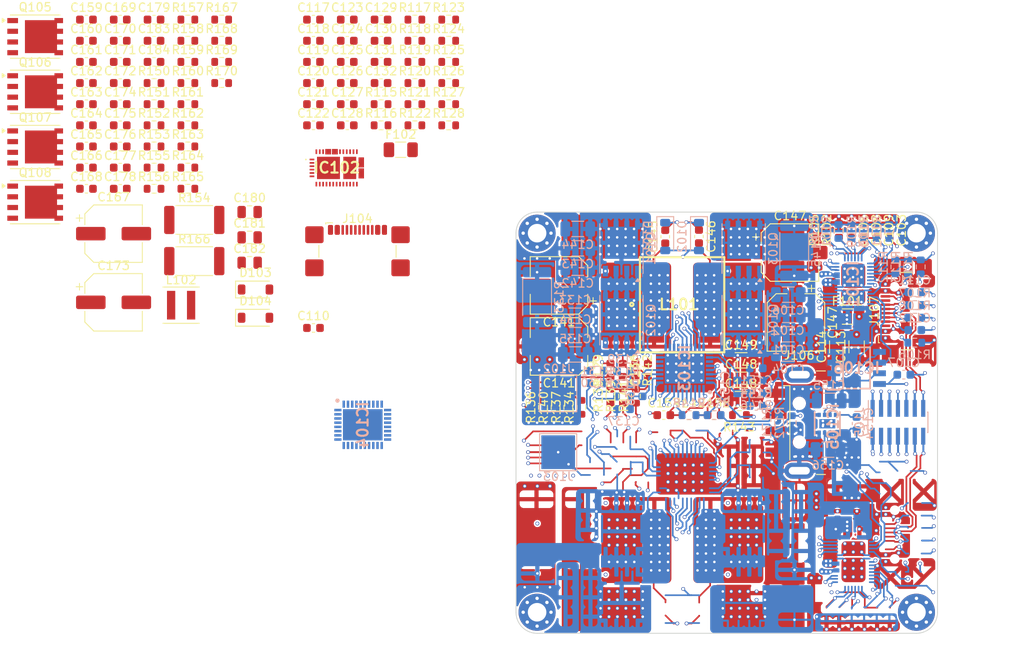
<source format=kicad_pcb>
(kicad_pcb (version 20240108) (generator "pcbnew") (generator_version "8.0")
  (layers (0 "F.Cu" signal) (1 "In1.Cu" power) (2 "In2.Cu" signal) (3 "In3.Cu" signal) (4 "In4.Cu" power) (31 "B.Cu" signal) (34 "B.Paste" user) (35 "F.Paste" user) (36 "B.SilkS" user "B.Silkscreen") (37 "F.SilkS" user "F.Silkscreen") (38 "B.Mask" user) (39 "F.Mask" user) (44 "Edge.Cuts" user))
  (net 0 "")
  (net 1 "/PD_Controller__port1/INPUT")
  (net 2 "Net-(IC101-VBUS)")
  (net 3 "/PD_Controller__port1/CC2")
  (net 4 "/PD_Controller__port1/CC1")
  (net 5 "/PD_Controller__port1/OUTPUT.USB_C")
  (net 6 "GND")
  (net 7 "+5V")
  (net 8 "+3.3V")
  (net 9 "Port1.DRV_SUP")
  (net 10 "Net-(IC103-SRN)")
  (net 11 "Net-(IC103-SRP)")
  (net 12 "Port1.REGN")
  (net 13 "Net-(Q101-D)")
  (net 14 "Net-(IC103-SW2)")
  (net 15 "Net-(D101-K)")
  (net 16 "Net-(IC103-SW1)")
  (net 17 "Net-(D102-K)")
  (net 18 "Net-(Q103-D)")
  (net 19 "Net-(IC103-ACN)")
  (net 20 "Net-(IC103-ACP)")
  (net 21 "Net-(IC103-ACOV)")
  (net 22 "Net-(IC103-ACUV)")
  (net 25 "Net-(IC103-HIDRV2)")
  (net 26 "Net-(IC103-LODRV2)")
  (net 27 "Net-(IC103-HIDRV1)")
  (net 28 "Net-(IC103-LODRV1)")
  (net 29 "Net-(IC101-ADCIN2)")
  (net 30 "Net-(IC101-ADCIN1)")
  (net 31 "Net-(IC101-GPIO0)")
  (net 32 "Net-(IC101-GPIO4{slash}USB_P{slash}LD1)")
  (net 33 "Net-(IC101-GPIO5{slash}USB_N{slash}LD2)")
  (net 34 "+1V5_LDO_1")
  (net 35 "+3.3V_LDO1")
  (net 36 "/PD_Controller__port1/Charger.I2C.SDA")
  (net 37 "/PD_Controller__port1/Charger.I2C.SCL")
  (net 38 "/PD_Controller__port1/Charger.I2C.IRQ")
  (net 39 "Net-(IC103-FB)")
  (net 40 "Net-(IC103-FBG)")
  (net 41 "/Power_stage_port1/Charger.Status1")
  (net 42 "/Power_stage_port1/Charger.Status2")
  (net 43 "/Power_stage_port1/Charger.PG")
  (net 44 "Net-(IC103-ILIM_HIZ)")
  (net 45 "Net-(IC103-ICHG)")
  (net 46 "+BATT")
  (net 47 "Net-(IC103-TS)")
  (net 48 "Net-(IC103-DRV_SUP)")
  (net 49 "Net-(IC103-FSW_SYNC)")
  (net 50 "Net-(IC101-DRAIN_1)")
  (net 54 "Net-(IC105-SS{slash}TR)")
  (net 57 "/Port1.I2C.SCL")
  (net 58 "/Port1.I2C.SDA")
  (net 59 "/Port1.I2C.IRQ")
  (net 60 "/Port2.I2C.SCL")
  (net 61 "/Port2.I2C.SDA")
  (net 62 "/Port2.I2C.IRQ")
  (net 63 "/Port1.Charger.EN")
  (net 64 "Net-(IC105-FB)")
  (net 65 "/Port2.D+")
  (net 66 "/Port2.D-")
  (net 67 "/Port1.D+")
  (net 68 "/Port1.D-")
  (net 69 "/Port2.Charger.EN")
  (net 70 "/PD_Controller_port2/INPUT")
  (net 71 "+1V5_LDO_2")
  (net 72 "+3.3V_LDO2")
  (net 73 "Net-(IC102-VBUS)")
  (net 74 "/PD_Controller_port2/CC2")
  (net 75 "/PD_Controller_port2/CC1")
  (net 76 "/PD_Controller_port2/OUTPUT.USB_C")
  (net 77 "Port2.DRV_SUP")
  (net 78 "Net-(IC104-SRN)")
  (net 79 "Net-(IC104-SRP)")
  (net 80 "Port2.REGN")
  (net 81 "Net-(Q105-D)")
  (net 82 "Net-(IC104-SW2)")
  (net 83 "Net-(D103-K)")
  (net 84 "Net-(IC104-SW1)")
  (net 85 "Net-(D104-K)")
  (net 86 "Net-(Q107-D)")
  (net 87 "Net-(IC104-ACN)")
  (net 88 "Net-(IC104-ACP)")
  (net 89 "Net-(IC104-ACOV)")
  (net 90 "Net-(IC104-ACUV)")
  (net 91 "Net-(IC102-GPIO0)")
  (net 92 "Net-(IC102-DRAIN_1)")
  (net 93 "Net-(IC102-GPIO4{slash}USB_P{slash}LD1)")
  (net 94 "Net-(IC102-GPIO5{slash}USB_N{slash}LD2)")
  (net 95 "/PD_Controller_port2/Charger.I2C.SCL")
  (net 96 "Net-(IC102-ADCIN2)")
  (net 97 "Net-(IC102-ADCIN1)")
  (net 98 "/PD_Controller_port2/Charger.I2C.SDA")
  (net 99 "/PD_Controller_port2/Charger.I2C.IRQ")
  (net 100 "Net-(IC104-LODRV2)")
  (net 101 "Net-(IC104-HIDRV2)")
  (net 102 "Net-(IC104-FSW_SYNC)")
  (net 103 "/Power_stage_port2/Charger.Status2")
  (net 104 "Net-(IC104-ICHG)")
  (net 105 "Net-(IC104-FBG)")
  (net 106 "Net-(IC104-HIDRV1)")
  (net 107 "Net-(IC104-FB)")
  (net 108 "/Power_stage_port2/Charger.Status1")
  (net 109 "unconnected-(IC104-NC_1-Pad15)")
  (net 111 "Net-(IC104-ILIM_HIZ)")
  (net 113 "/Power_stage_port2/Charger.PG")
  (net 114 "Net-(IC104-LODRV1)")
  (net 115 "Net-(IC104-TS)")
  (net 116 "Net-(IC104-DRV_SUP)")
  (net 119 "+3.3V_LDO2\\")
  (footprint "Resistor_SMD:R_0603_1608Metric" (layer "F.Cu") (at 136.8 102.15 90)
    (property "Reference" "R105")
    (property "Value" "R_Small")
  )
  (footprint "Capacitor_SMD:C_0603_1608Metric" (layer "F.Cu") (at 79.985 89.7)
    (property "Reference" "C128")
    (property "Value" "330p")
  )
  (footprint "Connector_USB:USB_C_Receptacle_GCT_USB4110" (layer "F.Cu") (at 147.5 111.75 90)
    (property "Reference" "J107")
    (property "Value" "USB_C_Receptacle_USB2.0_16P")
  )
  (footprint "Resistor_SMD:R_0603_1608Metric" (layer "F.Cu") (at 106.2 123.175 90)
    (property "Reference" "R137")
    (property "Value" "R_Small")
  )
  (footprint "Resistor_SMD:R_0603_1608Metric" (layer "F.Cu") (at 61.075 94.72)
    (property "Reference" "R164")
    (property "Value" "R_Small")
  )
  (footprint "Connector_USB:USB_A_CNCTech_1001-011-01101_Horizontal" (layer "F.Cu") (at 140.5 125)
    (property "Reference" "J106")
    (property "Value" "USB_A")
  )
  (footprint "Capacitor_SMD:C_1206_3216Metric" (layer "F.Cu") (at 126.7 119.9)
    (property "Reference" "C148")
    (property "Value" "10u")
  )
  (footprint "Resistor_SMD:R_0603_1608Metric" (layer "F.Cu") (at 57.065 97.23)
    (property "Reference" "R156")
    (property "Value" "R_Small")
  )
  (footprint "Fuse:Fuse_1206_3216Metric" (layer "F.Cu") (at 86.325 92.6)
    (property "Reference" "F102")
    (property "Value" "5A")
  )
  (footprint "Resistor_SMD:R_0603_1608Metric" (layer "F.Cu") (at 57.065 87.19)
    (property "Reference" "R151")
    (property "Value" "R_Small")
  )
  (footprint "Fuse:Fuse_1206_3216Metric" (layer "F.Cu") (at 139.3 112.4)
    (property "Reference" "F101")
    (property "Value" "5A")
  )
  (footprint "Capacitor_SMD:C_0603_1608Metric" (layer "F.Cu") (at 83.995 77.15)
    (property "Reference" "C129")
    (property "Value" "100n")
  )
  (footprint "Capacitor_SMD:C_0603_1608Metric" (layer "F.Cu") (at 115.65 118.775 90)
    (property "Reference" "C140")
    (property "Value" "4.7u")
  )
  (footprint "Capacitor_SMD:C_0603_1608Metric" (layer "F.Cu") (at 57.065 82.17)
    (property "Reference" "C184")
    (property "Value" "100n")
  )
  (footprint "Capacitor_SMD:C_0603_1608Metric" (layer "F.Cu") (at 83.995 82.17)
    (property "Reference" "C131")
    (property "Value" "100n")
  )
  (footprint "Capacitor_SMD:C_0603_1608Metric" (layer "F.Cu") (at 117.7 102.925 90)
    (property "Reference" "C145")
    (property "Value" "xxx")
  )
  (footprint "Resistor_SMD:R_0603_1608Metric" (layer "F.Cu") (at 57.065 84.68)
    (property "Reference" "R150")
    (property "Value" "0R")
  )
  (footprint "Capacitor_SMD:CP_Elec_6.3x7.7" (layer "F.Cu") (at 105.1 115.95 180)
    (property "Reference" "C141")
    (property "Value" "100u")
  )
  (footprint "Capacitor_SMD:C_0603_1608Metric" (layer "F.Cu") (at 53.055 79.66)
    (property "Reference" "C170")
    (property "Value" "100n")
  )
  (footprint "Capacitor_SMD:C_0603_1608Metric" (layer "F.Cu") (at 75.975 77.15)
    (property "Reference" "C117")
    (property "Value" "10u")
  )
  (footprint "Resistor_SMD:R_0603_1608Metric" (layer "F.Cu") (at 138.3 102.15 90)
    (property "Reference" "R102")
    (property "Value" "R_Small")
  )
  (footprint "Resistor_SMD:R_0603_1608Metric" (layer "F.Cu") (at 83.995 87.19)
    (property "Reference" "R115")
    (property "Value" "R_Small")
  )
  (footprint "Capacitor_SMD:C_0603_1608Metric" (layer "F.Cu") (at 75.975 87.19)
    (property "Reference" "C121")
    (property "Value" "10u")
  )
  (footprint "Resistor_SMD:R_0603_1608Metric" (layer "F.Cu") (at 61.075 97.23)
    (property "Reference" "R165")
    (property "Value" "10R")
  )
  (footprint "Capacitor_SMD:C_0603_1608Metric" (layer "F.Cu") (at 117.525 124.1)
    (property "Reference" "C157")
    (property "Value" "100n")
  )
  (footprint "Capacitor_SMD:C_0805_2012Metric" (layer "F.Cu") (at 68.405 103)
    (property "Reference" "C181")
    (property "Value" "1u")
  )
  (footprint "Capacitor_SMD:C_1206_3216Metric" (layer "F.Cu") (at 126.7 122.2)
    (property "Reference" "C148")
    (property "Value" "10u")
  )
  (footprint "Resistor_SMD:R_0603_1608Metric" (layer "F.Cu") (at 65.085 84.68)
    (property "Reference" "R170")
    (property "Value" "R_Small")
  )
  (footprint "Resistor_SMD:R_0603_1608Metric" (layer "F.Cu") (at 92.015 87.19)
    (property "Reference" "R127")
    (property "Value" "10k")
  )
  (footprint "Capacitor_SMD:CP_Elec_6.3x7.7" (layer "F.Cu") (at 133.2 113.1 -90)
    (property "Reference" "C147")
    (property "Value" "100u")
  )
  (footprint "Capacitor_SMD:C_0603_1608Metric" (layer "F.Cu") (at 83.995 84.68)
    (property "Reference" "C132")
    (property "Value" "100n")
  )
  (footprint "Resistor_SMD:R_0603_1608Metric" (layer "F.Cu") (at 88.005 87.19)
    (property "Reference" "R121")
    (property "Value" "0R")
  )
  (footprint "Capacitor_SMD:C_0603_1608Metric" (layer "F.Cu") (at 53.055 97.23)
    (property "Reference" "C178")
    (property "Value" "470n")
  )
  (footprint "Resistor_SMD:R_0603_1608Metric" (layer "F.Cu") (at 61.075 77.15)
    (property "Reference" "R157")
    (property "Value" "R_Small")
  )
  (footprint "Resistor_SMD:R_0603_1608Metric" (layer "F.Cu") (at 114.16 118.775 -90)
    (property "Reference" "R142")
    (property "Value" "0R")
  )
  (footprint "Capacitor_SMD:C_0603_1608Metric" (layer "F.Cu") (at 53.055 89.7)
    (property "Reference" "C175")
    (property "Value" "1u")
  )
  (footprint "Capacitor_SMD:CP_Elec_6.3x7.7" (layer "F.Cu") (at 105.1 108.7 180)
    (property "Reference" "C141")
    (property "Value" "100u")
  )
  (footprint "Capacitor_SMD:C_0603_1608Metric" (layer "F.Cu") (at 53.055 87.19)
    (property "Reference" "C174")
    (property "Value" "10u")
  )
  (footprint "Capacitor_SMD:C_0603_1608Metric" (layer "F.Cu") (at 123.5 124.1)
    (property "Reference" "C158")
    (property "Value" "100n")
  )
  (footprint "Resistor_SMD:R_0603_1608Metric" (layer "F.Cu") (at 88.005 89.7)
    (property "Reference" "R122")
    (property "Value" "0R")
  )
  (footprint "Resistor_SMD:R_0603_1608Metric" (layer "F.Cu") (at 61.075 79.66)
    (property "Reference" "R158")
    (property "Value" "R_Small")
  )
  (footprint "Resistor_SMD:R_0603_1608Metric" (layer "F.Cu") (at 92.015 77.15)
    (property "Reference" "R123")
    (property "Value" "10k")
  )
  (footprint "Resistor_SMD:R_0603_1608Metric" (layer "F.Cu") (at 103.2 123.175 90)
    (property "Reference" "R136")
    (property "Value" "R_Small")
  )
  (footprint "Resistor_SMD:R_0603_1608Metric" (layer "F.Cu") (at 126.5 124.1 180)
    (property "Reference" "R143")
    (property "Value" "R_Small")
  )
  (footprint "Resistor_SMD:R_0603_1608Metric" (layer "F.Cu") (at 120.525 124.1)
    (property "Reference" "R149")
    (property "Value" "R_Small")
  )
  (footprint "Capacitor_SMD:C_1206_3216Metric" (layer "F.Cu") (at 138.1 116 90)
    (property "Reference" "C114")
    (property "Value" "100n")
  )
  (footprint "Capacitor_SMD:C_0603_1608Metric" (layer "F.Cu") (at 121.7 102.9 -90)
    (property "Reference" "C146")
    (property "Value" "xxx")
  )
  (footprint "Resistor_SMD:R_0603_1608Metric" (layer "F.Cu") (at 57.065 92.21)
    (property "Reference" "R153")
    (property "Value" "R_Small")
  )
  (footprint "Capacitor_SMD:C_0603_1608Metric" (layer "F.Cu") (at 49.045 84.68)
    (property "Reference" "C162")
    (property "Value" "4.7u")
  )
  (footprint "Capacitor_SMD:C_0603_1608Metric" (layer "F.Cu") (at 53.055 94.72)
    (property "Reference" "C177")
    (property "Value" "100n")
  )
  (footprint "Package_SO:PowerPAK_SO-8_Single" (layer "F.Cu") (at 42.965 85.72)
    (property "Reference" "Q106")
    (property "Value" "SiR122LDP")
  )
  (footprint "Capacitor_SMD:C_0603_1608Metric" (layer "F.Cu") (at 83.995 79.66)
    (property "Reference" "C130")
    (property "Value" "100n")
  )
  (footprint "Capacitor_SMD:C_0603_1608Metric" (layer "F.Cu") (at 79.985 79.66)
    (property "Reference" "C124")
    (property "Value" "10u")
  )
  (footprint "Capacitor_SMD:C_0603_1608Metric" (layer "F.Cu") (at 75.975 84.68)
    (property "Reference" "C120")
    (property "Value" "10u")
  )
  (footprint "Capacitor_SMD:C_0603_1608Metric" (layer "F.Cu") (at 79.985 77.15)
    (property "Reference" "C123")
    (property "Value" "100n")
  )
  (footprint "Resistor_SMD:R_0603_1608Metric" (layer "F.Cu") (at 111.2 118.775 90)
    (property "Reference" "R129")
    (property "Value" "0R")
  )
  (footprint "Capacitor_SMD:C_0603_1608Metric" (layer "F.Cu") (at 57.065 79.66)
    (property "Reference" "C183")
    (property "Value" "100n")
  )
  (footprint "Resistor_SMD:R_0603_1608Metric" (layer "F.Cu") (at 61.075 89.7)
    (property "Reference" "R162")
    (property "Value" "10k")
  )
  (footprint "Capacitor_SMD:C_0603_1608Metric" (layer "F.Cu") (at 49.045 79.66)
    (property "Reference" "C160")
    (property "Value" "1u")
  )
  (footprint "Capacitor_SMD:CP_Elec_6.3x7.7" (layer "F.Cu") (at 52.265 102.56)
    (property "Reference" "C167")
    (property "Value" "100u")
  )
  (footprint "Resistor_SMD:R_0603_1608Metric" (layer "F.Cu") (at 114.22 121.85 90)
    (property "Reference" "R141")
    (property "Value" "10k")
  )
  (footprint "Resistor_SMD:R_0603_1608Metric" (layer "F.Cu") (at 65.085 82.17)
    (property "Reference" "R169")
    (property "Value" "xxx")
  )
  (footprint "Resistor_SMD:R_0603_1608Metric" (layer "F.Cu") (at 83.995 89.7)
    (property "Reference" "R116")
    (property "Value" "R_Small")
  )
  (footprint "MountingHole:MountingHole_2.2mm_M2_Pad_Via" (layer "F.Cu") (at 147.5 147.5)
    (property "Reference" "REF**" (hide yes))
    (property "Value" "MountingHole_2.2mm_M2_Pad_Via")
  )
  (footprint "Capacitor_SMD:C_0603_1608Metric" (layer "F.Cu") (at 53.055 82.17)
    (property "Reference" "C171")
    (property "Value" "xxx")
  )
  (footprint "Resistor_SMD:R_0603_1608Metric" (layer "F.Cu") (at 88.005 79.66)
    (property "Reference" "R118")
    (property "Value" "R_Small")
  )
  (footprint "Diode_SMD:D_SOD-123" (layer "F.Cu") (at 69.1 109.19)
    (property "Reference" "D103")
    (property "Value" "D_Small")
  )
  (footprint "Capacitor_SMD:C_0603_1608Metric" (layer "F.Cu") (at 142.8 102.15 -90)
    (property "Reference" "C109")
    (property "Value" "100n")
  )
  (footprint "Capacitor_SMD:C_0603_1608Metric" (layer "F.Cu") (at 79.985 87.19)
    (property "Reference" "C127")
    (property "Value" "330p")
  )
  (footprint "Resistor_SMD:R_0603_1608Metric" (layer "F.Cu") (at 88.005 84.68)
    (property "Reference" "R120")
    (property "Value" "0R")
  )
  (footprint "Resistor_SMD:R_0603_1608Metric" (layer "F.Cu") (at 92.015 82.17)
    (property "Reference" "R125")
    (property "Value" "10k")
  )
  (footprint "Capacitor_SMD:C_0603_1608Metric" (layer "F.Cu") (at 75.975 89.7)
    (property "Reference" "C122")
    (property "Value" "10u")
  )
  (footprint "Capacitor_SMD:C_0603_1608Metric" (layer "F.Cu") (at 144.3 102.15 -90)
    (property "Reference" "C103")
    (property "Value" "10u")
  )
  (footprint "Resistor_SMD:R_0603_1608Metric" (layer "F.Cu") (at 88.005 77.15)
    (property "Reference" "R117")
    (property "Value" "10R")
  )
  (footprint "Capacitor_SMD:C_0603_1608Metric" (layer "F.Cu") (at 49.045 94.72)
    (property "Reference" "C166")
    (property "Value" "4.7u")
  )
  (footprint "MountingHole:MountingHole_2.2mm_M2_Pad_Via" (layer "F.Cu") (at 102.5 102.5)
    (property "Reference" "REF**" (hide yes))
    (property "Value" "MountingHole_2.2mm_M2_Pad_Via")
  )
  (footprint "MountingHole:MountingHole_2.2mm_M2_Pad_Via" (layer "F.Cu") (at 102.5 147.5)
    (property "Reference" "REF**" (hide yes))
    (property "Value" "MountingHole_2.2mm_M2_Pad_Via")
  )
  (footprint "Capacitor_SMD:C_0603_1608Metric" (layer "F.Cu") (at 79.985 82.17)
    (property "Reference" "C125")
    (property "Value" "100n")
  )
  (footprint "Resistor_SMD:R_0603_1608Metric" (layer "F.Cu") (at 65.085 79.66)
    (property "Reference" "R168")
    (property "Value" "R_Small")
  )
  (footprint "Resistor_SMD:R_0603_1608Metric" (layer "F.Cu") (at 104.7 123.175 90)
    (property "Reference" "R140")
    (property "Value" "R_Small")
  )
  (footprint "Resistor_SMD:R_0603_1608Metric" (layer "F.Cu") (at 61.075 92.21)
    (property "Reference" "R163")
    (property "Value" "0R")
  )
  (footprint "Capacitor_SMD:C_0603_1608Metric" (layer "F.Cu") (at 112.66 118.775 -90)
    (property "Reference" "C136")
    (property "Value" "4.7u")
  )
  (footprint "Capacitor_SMD:C_0603_1608Metric" (layer "F.Cu") (at 141.3 102.15 -90)
    (property "Reference" "C108")
    (property "Value" "10u")
  )
  (footprint "Capacitor_SMD:C_0603_1608Metric" (layer "F.Cu") (at 49.045 92.21)
    (property "Reference" "C165")
    (property "Value" "100n")
  )
  (footprint "Resistor_SMD:R_0603_1608Metric" (layer "F.Cu") (at 61.075 84.68)
    (property "Reference" "R160")
    (property "Value" "R_Small")
  )
  (footprint "MountingHole:MountingHole_2.2mm_M2_Pad_Via" (layer "F.Cu") (at 147.5 102.5)
    (property "Reference" "REF**" (hide yes))
    (property "Value" "MountingHole_2.2mm_M2_Pad_Via")
  )
  (footprint "Capacitor_SMD:C_0603_1608Metric" (layer "F.Cu") (at 49.045 77.15)
    (property "Reference" "C159")
    (property "Value" "10u")
  )
  (footprint "Package_SO:PowerPAK_SO-8_Single" (layer "F.Cu") (at 42.965 79.17)
    (property "Reference" "Q105")
    (property "Value" "SiR122LDP")
  )
  (footprint "Diode_SMD:D_SOD-123" (layer "F.Cu") (at 69.1 112.54)
    (property "Reference" "D104")
    (property "Value" "D_Small")
  )
  (footprint "Resistor_SMD:R_0603_1608Metric" (layer "F.Cu") (at 92.015 84.68)
    (property "Reference" "R126")
    (property "Value" "10k")
  )
  (footprint "Capacitor_SMD:C_0603_1608Metric" (layer "F.Cu") (at 49.045 89.7)
    (property "Reference" "C164")
    (property "Value" "470n")
  )
  (footprint "Resistor_SMD:R_0603_1608Metric" (layer "F.Cu") (at 92.015 89.7)
    (property "Reference" "R128")
    (property "Value" "10k")
  )
  (footprint "Resistor_SMD:R_2512_6332Metric" (layer "F.Cu") (at 61.835 100.93)
    (property "Reference" "R154")
    (property "Value" "5m")
  )
  (footprint "Resistor_SMD:R_0603_1608Metric" (layer "F.Cu") (at 88.005 82.17)
    (property "Reference" "R119")
    (property "Value" "R_Small")
  )
  (footprint "Capacitor_SMD:C_0603_1608Metric" (layer "F.Cu") (at 53.055 84.68)
    (property "Reference" "C172")
    (property "Value" "xxx")
  )
  (footprint "Package_SO:PowerPAK_SO-8_Single" (layer "F.Cu") (at 42.965 98.82)
    (property "Reference" "Q108")
    (property "Value" "SiR122LDP")
  )
  (footprint "Capacitor_SMD:C_0603_1608Metric" (layer "F.Cu") (at 79.985 84.68)
    (property "Reference" "C126")
    (property "Value" "4.7u")
  )
  (footprint "Resistor_SMD:R_0603_1608Metric" (layer "F.Cu") (at 112.7 121.85 90)
    (property "Reference" "R139")
    (property "Value" "R_Small")
  )
  (footprint "Capacitor_SMD:C_0603_1608Metric" (layer "F.Cu") (at 49.045 97.23)
    (property "Reference" "C168")
    (property "Value" "10u")
  )
  (footprint "Resistor_SMD:R_0603_1608Metric" (layer "F.Cu") (at 111.2 121.85 90)
    (property "Reference" "R138")
    (property "Value" "R_Small")
  )
  (footprint "Capacitor_SMD:C_0603_1608Metric" (layer "F.Cu") (at 75.975 79.66)
    (property "Reference" "C118")
    (property "Value" "10u")
  )
  (footprint "Resistor_SMD:R_0603_1608Metric" (layer "F.Cu") (at 107.75 123.175 90)
    (property "Reference" "R134")
    (property "Value" "R_Small")
  )
  (footprint "Connector_USB:USB_C_Receptacle_GCT_USB4110" (layer "F.Cu") (at 81.195 105.79)
    (property "Reference" "J104")
    (property "Value" "USB_C_Receptacle_USB2.0_16P")
  )
  (footprint "Resistor_SMD:R_0603_1608Metric" (layer "F.Cu") (at 92.015 79.66)
    (property "Reference" "R124")
    (property "Value" "10k")
  )
  (footprint "Capacitor_SMD:C_1206_3216Metric" (layer "F.Cu") (at 140.4 116 90)
    (property "Reference" "C113")
    (property "Value" "100n")
  )
  (footprint "Capacitor_SMD:C_0603_1608Metric" (layer "F.Cu") (at 75.975 82.17)
    (property "Reference" "C119")
    (property "Value" "10u")
  )
  (footprint "Resistor_SMD:R_0603_1608Metric" (layer "F.Cu") (at 61.075 82.17)
    (property "Reference" "R159")
    (property "Value" "R_Small")
  )
  (footprint "Resistor_SMD:R_0603_1608Metric" (layer "F.Cu") (at 57.065 89.7)
    (property "Reference" "R152")
    (property "Value" "R_Small")
  )
  (footprint "Resistor_SMD:R_0603_1608Metric" (layer "F.Cu") (at 65.085 77.15)
    (property "Reference" "R167")
    (property "Value" "10R")
  )
  (footprint "Capacitor_SMD:CP_Elec_6.3x7.7" (layer "F.Cu") (at 132.5 104.8)
    (property "Reference" "C147")
    (property "Value" "100u")
  )
  (footprint "Capacitor_SMD:C_0603_1608Metric" (layer "F.Cu") (at 49.045 82.17)
    (property "Reference" "C161")
    (property "Value" "100n")
  )
  (footprint "Inductor_SMD:L_Coilcraft_XxL4040" (layer "F.Cu") (at 60.275 111.05)
    (property "Reference" "L102")
    (property "Value" "10u")
  )
  (footprint "Package_SO:PowerPAK_SO-8_Single" (layer "F.Cu") (at 42.965 92.27)
    (property "Reference" "Q107")
    (property "Value" "SiR122LDP")
  )
  (footprint "Capacitor_SMD:C_0603_1608Metric" (layer "F.Cu") (at 53.055 92.21)
    (property "Reference" "C176")
    (property "Value" "100n")
  )
  (footprint "Capacitor_SMD:C_0805_2012Metric" (layer "F.Cu") (at 68.405 99.99)
    (property "Reference" "C180")
    (property "Value" "10u")
  )
  (footprint "Resistor_SMD:R_0603_1608Metric" (layer "F.Cu") (at 61.075 87.19)
    (property "Reference" "R161")
    (property "Value" "R_Small")
  )
  (footprint "Capacitor_SMD:C_0603_1608Metric" (layer "F.Cu") (at 53.055 77.15)
    (property "Reference" "C169")
    (property "Value" "1u")
  )
  (footprint "Capacitor_SMD:C_0805_2012Metric" (layer "F.Cu") (at 68.405 106.01)
    (property "Reference" "C182")
    (property "Value" "100n")
  )
  (footprint "Capacitor_SMD:C_1206_3216Metric" (layer "F.Cu") (at 126.7 117.6)
    (property "Reference" "C149")
    (property "Value" "1u")
  )
  (footprint "Resistor_SMD:R_2512_6332Metric" (layer "F.Cu") (at 61.835 105.82)
    (property "Reference" "R166")
    (property "Value" "5m")
  )
  (footprint "Capacitor_SMD:C_0603_1608Metric" (layer "F.Cu") (at 57.065 77.15)
    (property "Reference" "C179")
    (property "Value" "100n")
  )
  (footprint "Capacitor_SMD:C_0603_1608Metric" (layer "F.Cu") (at 139.8 102.15 -90)
    (property "Reference" "C105")
    (property "Value" "10u")
  )
  (footprint "SamacSys_Parts:TPS25751DREFR" (layer "F.Cu") (at 78.72 94.755)
    (property "Reference" "IC102")
    (property "Value" "TPS25751DREFR" (hide yes))
  )
  (footprint "SamacSys_Parts:XAL1010" (layer "F.Cu") (at 119.7 111)
    (property "Reference" "L101")
    (property "Value" "10u" (hide yes))
  )
  (footprint "Capacitor_SMD:C_0603_1608Metric" (layer "F.Cu") (at 49.045 87.19)
    (property "Reference" "C163")
    (property "Value" "100n")
  )
  (footprint "Capacitor_SMD:CP_Elec_6.3x7.7" (layer "F.Cu") (at 52.265 110.71)
    (property "Reference" "C173")
    (property "Value" "100u")
  )
  (footprint "Resistor_SMD:R_0603_1608Metric" (layer "F.Cu") (at 57.065 94.72)
    (property "Reference" "R155")
    (property "Value" "R_Small")
  )
  (footprint "Capacitor_SMD:C_0603_1608Metric" (layer "F.Cu") (at 75.975 113.75)
    (property "Reference" "C110")
    (property "Value" "4.7u")
  )
  (footprint "Capacitor_SMD:C_1206_3216Metric" (layer "B.Cu") (at 107 112.3 180)
    (property "Reference" "C133")
    (property "Value" "10u")
  )
  (footprint "Resistor_SMD:R_0603_1608Metric" (layer "B.Cu") (at 147.3 111.04 180)
    (property "Reference" "R107")
    (property "Value" "0R")
  )
  (footprint "Capacitor_SMD:C_0603_1608Metric" (layer "B.Cu") (at 126.25 120.75 -90)
    (property "Reference" "C152")
    (property "Value" "470n")
  )
  (footprint "Capacitor_SMD:C_0603_1608Metric" (layer "B.Cu") (at 128.5 123 180)
    (property "Reference" "C153")
    (property "Value" "100n")
  )
  (footprint "Resistor_SMD:R_0603_1608Metric" (layer "B.Cu") (at 123.5 124.1 180)
    (property "Reference" "R147")
    (property "Value" "R_Small")
  )
  (footprint "Resistor_SMD:R_2512_6332Metric" (layer "B.Cu") (at 133 104.6 90)
    (property "Reference" "R145")
    (property "Value" "5m")
  )
  (footprint "SamacSys_Parts:QFN50P500X600X100-37N-D" (layer "B.Cu") (at 120 118.5 90)
    (property "Reference" "IC103")
    (property "Value" "BQ25756RRVR" (hide yes))
  )
  (footprint "Capacitor_SMD:C_1206_3216Metric" (layer "B.Cu") (at 107.025 114.6 180)
    (property "Reference" "C134")
    (property "Value" "1u")
  )
  (footprint "Resistor_SMD:R_0603_1608Metric" (layer "B.Cu") (at 147.3 112.54 180)
    (property "Reference" "R108")
    (property "Value" "0R")
  )
  (footprint "Capacitor_SMD:C_0603_1608Metric" (layer "B.Cu") (at 128.5 118.54)
    (property "Reference" "C151")
    (property "Value" "100n")
  )
  (footprint "SamacSys_Parts:TPS25751DREFR" (layer "B.Cu") (at 140 108.5 -90)
    (property "Reference" "IC101")
    (property "Value" "TPS25751DREFR" (hide yes))
  )
  (footprint "Diode_SMD:D_SOD-123" (layer "B.Cu") (at 121.7 102.9 -90)
    (property "Reference" "D102")
    (property "Value" "D_Small")
  )
  (footprint "Resistor_SMD:R_0603_1608Metric" (layer "B.Cu") (at 109.575 118.825)
    (property "Reference" "R130")
    (property "Value" "R_Small")
  )
  (footprint "Capacitor_SMD:C_0603_1608Metric" (layer "B.Cu") (at 140.4 125.1 90)
    (property "Reference" "C154")
    (property "Value" "4.7u")
  )
  (footprint "Resistor_SMD:R_0603_1608Metric" (layer "B.Cu") (at 147.3 115.5)
    (property "Reference" "R106")
    (property "Value" "0R")
  )
  (footprint "Capacitor_SMD:C_1206_3216Metric" (layer "B.Cu") (at 132.3 114.5)
    (property "Reference" "C101")
    (property "Value" "10u")
  )
  (footprint "Capacitor_SMD:C_0603_1608Metric" (layer "B.Cu") (at 147.3 109.5 180)
    (property "Reference" "C111")
    (property "Value" "330p")
  )
  (footprint "Resistor_SMD:R_0603_1608Metric" (layer "B.Cu") (at 138.25 102.3 -90)
    (property "Reference" "R101")
    (property "Value" "R_Small")
  )
  (footprint "Diode_SMD:D_SOD-123" (layer "B.Cu") (at 117.7 102.9 -90)
    (property "Reference" "D101")
    (property "Value" "D_Small")
  )
  (footprint "Resistor_SMD:R_0603_1608Metric" (layer "B.Cu") (at 112.75 120.39 180)
    (property "Reference" "R135")
    (property "Value" "R_Small")
  )
  (footprint "TestPoint:TestPoint_Pad_4.0x4.0mm" (layer "B.Cu") (at 105 121.5 180)
    (property "Reference" "J102")
    (property "Value" "Conn_01x01_Socket")
  )
  (footprint "Package_SO:PowerPAK_SO-8_Single" (layer "B.Cu") (at 127.005 104.33 90)
    (property "Reference" "Q103")
    (property "Value" "SiR122LDP")
  )
  (footprint "Capacitor_SMD:C_0603_1608Metric" (layer "B.Cu") (at 146 119.3 180)
    (property "Reference" "C107")
    (property "Value" "100n")
  )
  (footprint "Capacitor_SMD:C_0603_1608Metric" (layer "B.Cu") (at 115 121.1 -90)
    (property "Reference" "C138")
    (property "Value" "470n")
  )
  (footprint "SamacSys_Parts:SOIC127P600X175-8N" (layer "B.Cu") (at 140.4 118.5)
    (property "Reference" "IC106")
    (property "Value" "CAT24C512WI-GT3" (hide yes))
  )
  (footprint "Resistor_SMD:R_0603_1608Metric" (layer "B.Cu") (at 136.79 102.3 -90)
    (property "Reference" "R104")
    (property "Value" "R_Small")
  )
  (footprint "SamacSys_Parts:QFN50P500X600X100-37N-D" (layer "B.Cu") (at 81.82 125.25 -90)
    (property "Reference" "IC104")
    (property "Value" "BQ25756RRVR" (hide yes))
  )
  (footprint "Resistor_SMD:R_0603_1608Metric" (layer "B.Cu") (at 112.75 121.89 180)
    (property "Reference" "R132")
    (property "Value" "R_Small")
  )
  (footprint "Connector_PinHeader_1.00mm:PinHeader_2x07_P1.00mm_Vertical_SMD" (layer "B.Cu") (at 145.3 124.95 -90)
    (property "Reference" "J105")
    (property "Value" "Conn_01x14_Socket")
  )
  (footprint "Resistor_SMD:R_0603_1608Metric" (layer "B.Cu") (at 141.26 102.3 -90)
    (property "Reference" "R109")
    (property "Value" "10k")
  )
  (footprint "Capacitor_SMD:C_0603_1608Metric" (layer "B.Cu") (at 112.75 123.39)
    (property "Reference" "C137")
    (property "Value" "100n")
  )
  (footprint "Resistor_SMD:R_0603_1608Metric" (layer "B.Cu") (at 144.26 102.3 -90)
    (property "Reference" "R111")
    (property "Value" "10k")
  )
  (footprint "Package_SO:PowerPAK_SO-8_Single" (layer "B.Cu") (at 112.505 112.83 90)
    (property "Reference" "Q102")
    (property "Value" "SiR122LDP")
  )
  (footprint "Resistor_SMD:R_0603_1608Metric" (layer "B.Cu") (at 128.5 120)
    (property "Reference" "R144")
    (property "Value" "10R")
  )
  (footprint "Resistor_SMD:R_0603_1608Metric" (layer "B.Cu") (at 139.79 102.3 90)
    (property "Reference" "R103")
    (property "Value" "10R")
  )
  (footprint "Resistor_SMD:R_0603_1608Metric" (layer "B.Cu") (at 145 106.5 -90)
    (property "Reference" "R112")
    (property "Value" "10k")
  )
  (footprint "SamacSys_Parts:SIL0008D" (layer "B.Cu") (at 136.925 125.125 90)
    (property "Reference" "IC105")
    (property "Value" "TPS82150SILT" (hide yes))
  )
  (footprint "Capacitor_SMD:C_1206_3216Metric" (layer "B.Cu") (at 132.3 116.8)
    (property "Reference" "C104")
    (property "Value" "10u")
  )
  (footprint "Resistor_SMD:R_0603_1608Metric" (layer "B.Cu") (at 120.525 124.1 180)
    (property "Reference" "R148")
    (property "Value" "xxx")
  )
  (footprint "Capacitor_SMD:C_0603_1608Metric" (layer "B.Cu") (at 112.75 118.89 180)
    (property "Reference" "C139")
    (property "Value" "100n")
  )
  (footprint "Resistor_SMD:R_0603_1608Metric" (layer "B.Cu") (at 148 106.5 -90)
    (property "Reference" "R114")
    (property "Value" "10k")
  )
  (footprint "Capacitor_SMD:C_0603_1608Metric" (layer "B.Cu") (at 147.3 114 180)
    (property "Reference" "C112")
    (property "Value" "330p")
  )
  (footprint "TestPoint:TestPoint_Pad_4.0x4.0mm" (layer "B.Cu") (at 105 128.5)
    (property "Reference" "J103")
    (property "Value" "Conn_01x01_Socket")
  )
  (footprint "Resistor_SMD:R_0603_1608Metric" (layer "B.Cu") (at 128.5 121.5)
    (property "Reference" "R146")
    (property "Value" "10R")
  )
  (footprint "Capacitor_SMD:C_1206_3216Metric" (layer "B.Cu") (at 132.3 112.2)
    (property "Reference" "C102")
    (property "Value" "10u")
  )
  (footprint "Resistor_SMD:R_0603_1608Metric" (layer "B.Cu") (at 131.2 125 -90)
    (property "Reference" "R171")
    (property "Value" "R_Small")
  )
  (footprint "Capacitor_SMD:C_1206_3216Metric" (layer "B.Cu") (at 137 128.2)
    (property "Reference" "C156")
    (property "Value" "10u")
  )
  (footprint "Capacitor_SMD:C_1206_3216Metric" (layer "B.Cu") (at 107.325 104.3)
    (property "Reference" "C143")
    (property "Value" "1u")
  )
  (footprint "Resistor_SMD:R_0603_1608Metric" (layer "B.Cu") (at 109.575 120.325 180)
    (property "Reference" "R131")
    (property "Value" "R_Small")
  )
  (footprint "Resistor_SMD:R_0603_1608Metric" (layer "B.Cu") (at 132.7 125 -90)
    (property "Reference" "R172")
    (property "Value" "R_Small")
  )
  (footprint "Capacitor_SMD:C_1206_3216Metric" (layer "B.Cu") (at 107.325 102)
    (property "Reference" "C144")
    (property "Value" "100n")
  )
  (footprint "Capacitor_SMD:C_1206_3216Metric" (layer "B.Cu") (at 137.15 122.4 180)
    (property "Reference" "C155")
    (property "Value" "22u")
  )
  (footprint "Capacitor_SMD:C_1206_3216Metric" (layer "B.Cu") (at 107.325 106.6)
    (property "Reference" "C142")
    (property "Value" "10u")
  )
  (footprint "Resistor_SMD:R_0603_1608Metric" (layer "B.Cu") (at 142.76 102.3 -90)
    (property "Reference" "R110")
    (property "Value" "10k")
  )
  (footprint "Resistor_SMD:R_2512_6332Metric" (layer "B.Cu") (at 102.5 110.1 90)
    (property "Reference" "R133")
    (property "Value" "5m")
  )
  (footprint "Capacitor_SMD:C_1206_3216Metric" (layer "B.Cu") (at 107.025 116.9 180)
    (property "Reference" "C135")
    (property "Value" "100n")
  )
  (footprint "Package_SO:PowerPAK_SO-8_Single" (layer "B.Cu") (at 112.505 104.33 90)
    (property "Reference" "Q101")
    (property "Value" "SiR122LDP")
  )
  (footprint "Package_SO:PowerPAK_SO-8_Single" (layer "B.Cu") (at 127.005 112.83 90)
    (property "Reference" "Q104")
    (property "Value" "SiR122LDP")
  )
  (footprint "Resistor_SMD:R_0603_1608Metric" (layer "B.Cu") (at 146.5 106.5 -90)
    (property "Reference" "R113")
    (property "Value" "10k")
  )
  (footprint "Capacitor_SMD:C_1206_3216Metric" (layer "B.Cu") (at 132.3 109.8)
    (property "Reference" "C106")
    (property "Value" "10u")
  )
  (gr_arc (start 100 102.5) (mid 100.732233 100.732233) (end 102.5 100) (stroke (width 0.1)) (layer "Edge.Cuts"))
  (gr_line (start 147.5 100) (end 102.5 100) (stroke (width 0.1)) (layer "Edge.Cuts"))
  (gr_arc (start 102.5 150) (mid 100.732233 149.267767) (end 100 147.5) (stroke (width 0.1)) (layer "Edge.Cuts"))
  (gr_line (start 100 102.5) (end 100 147.5) (stroke (width 0.1)) (layer "Edge.Cuts"))
  (gr_arc (start 150 147.5) (mid 149.267767 149.267767) (end 147.5 150) (stroke (width 0.1)) (layer "Edge.Cuts"))
  (gr_line (start 150 147.5) (end 150 102.5) (stroke (width 0.1)) (layer "Edge.Cuts"))
  (gr_line (start 102.5 150) (end 147.5 150) (stroke (width 0.1)) (layer "Edge.Cuts"))
  (gr_arc (start 147.5 100) (mid 149.267767 100.732233) (end 150 102.5) (stroke (width 0.1)) (layer "Edge.Cuts"))
  (via (at 123.9 118.25) (size 0.45) (drill 0.3) (layers "F.Cu" "B.Cu") (net 1))
  (via (at 130.3 120.4) (size 0.45) (drill 0.3) (layers "F.Cu" "B.Cu") (net 1))
  (via (at 133.03 142.4675) (size 0.45) (drill 0.3) (layers "F.Cu" "B.Cu") (net 1))
  (via (at 130.33 129.63) (size 0.45) (drill 0.3) (layers "F.Cu" "B.Cu") (net 1))
  (via (at 133 107.5625) (size 0.45) (drill 0.3) (layers "F.Cu" "B.Cu") (net 1))
  (via (at 123.93 131.78) (size 0.45) (drill 0.3) (layers "F.Cu" "B.Cu") (net 1))
  (segment (start 123.4 118.75) (end 122.95 118.75) (width 0.2) (layer "B.Cu") (net 1))
  (segment (start 123.9 118.25) (end 122.95 118.25) (width 0.2) (layer "B.Cu") (net 1))
  (segment (start 130.23 126.33) (end 131.63 127.73) (width 0.2) (layer "B.Cu") (net 1))
  (segment (start 131.1 118.8) (end 133.1 116.8) (width 0.2) (layer "B.Cu") (net 1))
  (segment (start 133.1 116.8) (end 133.775 116.8) (width 0.2) (layer "B.Cu") (net 1))
  (segment (start 123.93 131.78) (end 122.98 131.78) (width 0.2) (layer "B.Cu") (net 1))
  (segment (start 130.23 125.43) (end 130.23 126.33) (width 0.2) (layer "B.Cu") (net 1))
  (segment (start 131.6 122.3) (end 131.6 120.1) (width 0.2) (layer "B.Cu") (net 1))
  (segment (start 130.23 125.43) (end 130.005 125.205) (width 0.2) (layer "B.Cu") (net 1))
  (segment (start 130.2 124.6) (end 130.2 123.7) (width 0.2) (layer "B.Cu") (net 1))
  (segment (start 131.13 130.43) (end 131.13 131.23) (width 0.2) (layer "B.Cu") (net 1))
  (segment (start 130.3 121.3) (end 130.3 120.4) (width 0.2) (layer "B.Cu") (net 1))
  (segment (start 130.3 120.4) (end 131.1 119.6) (width 0.2) (layer "B.Cu") (net 1))
  (segment (start 130.13 128.53) (end 130.33 128.73) (width 0.2) (layer "B.Cu") (net 1))
  (segment (start 130.2 123.7) (end 131.6 122.3) (width 0.2) (layer "B.Cu") (net 1))
  (segment (start 131.13 131.23) (end 133.13 133.23) (width 0.2) (layer "B.Cu") (net 1))
  (segment (start 125.08 125.205) (end 124.355 125.93) (width 0.2) (layer "B.Cu") (net 1))
  (segment (start 129.325 121.5) (end 130.1 121.5) (width 0.2) (layer "B.Cu") (net 1))
  (segment (start 131.1 119.6) (end 131.1 118.8) (width 0.2) (layer "B.Cu") (net 1))
  (segment (start 123.9 118.25) (end 123.4 118.75) (width 0.2) (layer "B.Cu") (net 1))
  (segment (start 130.33 128.73) (end 130.33 129.63) (width 0.2) (layer "B.Cu") (net 1))
  (segment (start 129.975 124.825) (end 125.05 124.825) (width 0.2) (layer "B.Cu") (net 1))
  (segment (start 130.005 125.205) (end 125.08 125.205) (width 0.2) (layer "B.Cu") (net 1))
  (segment (start 131.63 129.93) (end 131.13 130.43) (width 0.2) (layer "B.Cu") (net 1))
  (segment (start 130.3 120.9) (end 130.3 120.4) (width 0.2) (layer "B.Cu") (net 1))
  (segment (start 123.93 131.78) (end 123.43 131.28) (width 0.2) (layer "B.Cu") (net 1))
  (segment (start 125.05 124.825) (end 124.325 124.1) (width 0.2) (layer "B.Cu") (net 1))
  (segment (start 123.43 131.28) (end 122.98 131.28) (width 0.2) (layer "B.Cu") (net 1))
  (segment (start 131.63 127.73) (end 131.63 129.93) (width 0.2) (layer "B.Cu") (net 1))
  (segment (start 130.33 129.13) (end 130.33 129.63) (width 0.2) (layer "B.Cu") (net 1))
  (segment (start 129.355 128.53) (end 130.13 128.53) (width 0.2) (layer "B.Cu") (net 1))
  (segment (start 130.33 129.63) (end 131.13 130.43) (width 0.2) (layer "B.Cu") (net 1))
  (segment (start 130.1 121.5) (end 130.3 121.3) (width 0.2) (layer "B.Cu") (net 1))
  (segment (start 131.6 120.1) (end 131.1 119.6) (width 0.2) (layer "B.Cu") (net 1))
  (segment (start 130.2 124.6) (end 129.975 124.825) (width 0.2) (layer "B.Cu") (net 1))
  (segment (start 133.13 133.23) (end 133.805 133.23) (width 0.2) (layer "B.Cu") (net 1))
  (via (at 136.75 108.6) (size 0.45) (drill 0.3) (layers "F.Cu" "B.Cu") (net 2))
  (via (at 137.25 108.1) (size 0.45) (drill 0.3) (layers "F.Cu" "B.Cu") (net 2))
  (via (at 136.78 141.93) (size 0.45) (drill 0.3) (layers "F.Cu" "B.Cu") (net 2))
  (via (at 137.25 108.6) (size 0.45) (drill 0.3) (layers "F.Cu" "B.Cu") (net 2))
  (via (at 139.25 112.75) (size 0.45) (drill 0.3) (layers "F.Cu" "B.Cu") (net 2))
  (via (at 139.28 137.28) (size 0.45) (drill 0.3) (layers "F.Cu" "B.Cu") (net 2))
  (via (at 139.28 137.78) (size 0.45) (drill 0.3) (layers "F.Cu" "B.Cu") (net 2))
  (via (at 139.25 113.25) (size 0.45) (drill 0.3) (layers "F.Cu" "B.Cu") (net 2))
  (via (at 136.75 108.1) (size 0.45) (drill 0.3) (layers "F.Cu" "B.Cu") (net 2))
  (via (at 139.28 136.78) (size 0.45) (drill 0.3) (layers "F.Cu" "B.Cu") (net 2))
  (via (at 137.28 141.43) (size 0.45) (drill 0.3) (layers "F.Cu" "B.Cu") (net 2))
  (via (at 136.78 141.43) (size 0.45) (drill 0.3) (layers "F.Cu" "B.Cu") (net 2))
  (via (at 137.9 112.4) (size 0.45) (drill 0.3) (layers "F.Cu" "B.Cu") (net 2))
  (via (at 137.28 141.93) (size 0.45) (drill 0.3) (layers "F.Cu" "B.Cu") (net 2))
  (via (at 139.25 112.25) (size 0.45) (drill 0.3) (layers "F.Cu" "B.Cu") (net 2))
  (via (at 137.93 137.63) (size 0.45) (drill 0.3) (layers "F.Cu" "B.Cu") (net 2))
  (segment (start 144.814727 140.03) (end 143.85 140.03) (width 0.2) (layer "F.Cu") (net 3))
  (segment (start 145.121849 139.722878) (end 144.814727 140.03) (width 0.2) (layer "F.Cu") (net 3))
  (segment (start 144.784727 110) (end 143.82 110) (width 0.2) (layer "F.Cu") (net 3))
  (segment (start 145.402902 110.307122) (end 145.091849 110.307122) (width 0.2) (layer "F.Cu") (net 3))
  (segment (start 145.091849 110.307122) (end 144.784727 110) (width 0.2) (layer "F.Cu") (net 3))
  (segment (start 145.432902 139.722878) (end 145.121849 139.722878) (width 0.2) (layer "F.Cu") (net 3))
  (via (at 136 109.2) (size 0.45) (drill 0.3) (layers "F.Cu" "B.Cu") (net 3))
  (via (at 136.03 140.83) (size 0.45) (drill 0.3) (layers "F.Cu" "B.Cu") (net 3))
  (via (at 145.402902 110.307122) (size 0.45) (drill 0.3) (layers "F.Cu" "B.Cu") (net 3))
  (via (at 145.432902 139.722878) (size 0.45) (drill 0.3) (layers "F.Cu" "B.Cu") (net 3))
  (segment (start 136.572463 140.33) (end 138.105 140.33) (width 0.2) (layer "B.Cu") (net 3))
  (segment (start 145.432902 139.722878) (end 146.240024 140.53) (width 0.2) (layer "B.Cu") (net 3))
  (segment (start 138.105 140.33) (end 137.03 140.33) (width 0.2) (layer "B.Cu") (net 3))
  (segment (start 136.072463 140.83) (end 136.572463 140.33) (width 0.2) (layer "B.Cu") (net 3))
  (segment (start 146.210024 109.5) (end 146.525 109.5) (width 0.2) (layer "B.Cu") (net 3))
  (segment (start 136 109.2) (end 136.042463 109.2) (width 0.2) (layer "B.Cu") (net 3))
  (segment (start 136.542463 109.7) (end 138.075 109.7) (width 0.2) (layer "B.Cu") (net 3))
  (segment (start 138.075 109.7) (end 137 109.7) (width 0.2) (layer "B.Cu") (net 3))
  (segment (start 145.402902 110.307122) (end 146.210024 109.5) (width 0.2) (layer "B.Cu") (net 3))
  (segment (start 136.042463 109.2) (end 136.542463 109.7) (width 0.2) (layer "B.Cu") (net 3))
  (segment (start 136.03 140.83) (end 136.072463 140.83) (width 0.2) (layer "B.Cu") (net 3))
  (segment (start 146.240024 140.53) (end 146.555 140.53) (width 0.2) (layer "B.Cu") (net 3))
  (segment (start 144.870586 113) (end 143.82 113) (width 0.2) (layer "F.Cu") (net 4))
  (segment (start 145.247793 113.377207) (end 144.870586 113) (width 0.2) (layer "F.Cu") (net 4))
  (segment (start 145.277793 136.652793) (end 144.900586 137.03) (width 0.2) (layer "F.Cu") (net 4))
  (segment (start 144.900586 137.03) (end 143.85 137.03) (width 0.2) (layer "F.Cu") (net 4))
  (via (at 145.277793 136.652793) (size 0.45) (drill 0.3) (layers "F.Cu" "B.Cu") (net 4))
  (via (at 136 109.9) (size 0.45) (drill 0.3) (layers "F.Cu" "B.Cu") (net 4))
  (via (at 136.03 140.13) (size 0.45) (drill 0.3) (layers "F.Cu" "B.Cu") (net 4))
  (via (at 145.247793 113.377207) (size 0.45) (drill 0.3) (layers "F.Cu" "B.Cu") (net 4))
  (segment (start 137.4 110.1) (end 136.2 110.1) (width 0.2) (layer "B.Cu") (net 4))
  (segment (start 136.2 110.1) (end 136 109.9) (width 0.2) (layer "B.Cu") (net 4))
  (segment (start 137.4 110.1) (end 137 110.1) (width 0.2) (layer "B.Cu") (net 4))
  (segment (start 138.075 110.1) (end 137.4 110.1) (width 0.2) (layer "B.Cu") (net 4))
  (segment (start 145.870586 114) (end 146.525 114) (width 0.2) (layer "B.Cu") (net 4))
  (segment (start 137.43 139.93) (end 137.03 139.93) (width 0.2) (layer "B.Cu") (net 4))
  (segment (start 137.43 139.93) (end 136.23 139.93) (width 0.2) (layer "B.Cu") (net 4))
  (segment (start 136.23 139.93) (end 136.03 140.13) (width 0.2) (layer "B.Cu") (net 4))
  (segment (start 145.247793 113.377207) (end 145.870586 114) (width 0.2) (layer "B.Cu") (net 4))
  (segment (start 145.277793 136.652793) (end 145.900586 136.03) (width 0.2) (layer "B.Cu") (net 4))
  (segment (start 145.900586 136.03) (end 146.555 136.03) (width 0.2) (layer "B.Cu") (net 4))
  (segment (start 138.105 139.93) (end 137.43 139.93) (width 0.2) (layer "B.Cu") (net 4))
  (segment (start 144.75 113.85) (end 144.730406 113.85) (width 0.2) (layer "F.Cu") (net 5))
  (segment (start 144.78 136.18) (end 144.760406 136.18) (width 0.2) (layer "F.Cu") (net 5))
  (segment (start 140.225 111.7) (end 140.225 111.775) (width 0.2) (layer "F.Cu") (net 5))
  (segment (start 143.85 135.88) (end 142.78 135.88) (width 0.5) (layer "F.Cu") (net 5))
  (segment (start 143.82 114.15) (end 142.75 114.15) (width 0.5) (layer "F.Cu") (net 5))
  (segment (start 140.255 138.33) (end 140.255 138.255) (width 0.2) (layer "F.Cu") (net 5))
  (via (at 145.35 109.575) (size 0.45) (drill 0.3) (layers "F.Cu" "B.Cu") (net 5))
  (via (at 144.75 113.85) (size 0.45) (drill 0.3) (layers "F.Cu" "B.Cu") (net 5))
  (via (at 142.7 112.225) (size 0.45) (drill 0.3) (layers "F.Cu" "B.Cu") (net 5))
  (via (at 140.7 112.4) (size 0.45) (drill 0.3) (layers "F.Cu" "B.Cu") (net 5))
  (via (at 140.43 135.505) (size 0.45) (drill 0.3) (layers "F.Cu" "B.Cu") (net 5))
  (via (at 140.73 137.63) (size 0.45) (drill 0.3) (layers "F.Cu" "B.Cu") (net 5))
  (via (at 143.85 140.68) (size 0.45) (drill 0.3) (layers "F.Cu" "B.Cu") (net 5))
  (via (at 143.82 109.35) (size 0.45) (drill 0.3) (layers "F.Cu" "B.Cu") (net 5))
  (via (at 140.4 114.525) (size 0.45) (drill 0.3) (layers "F.Cu" "B.Cu") (net 5))
  (via (at 142.78 135.88) (size 0.45) (drill 0.3) (layers "F.Cu" "B.Cu") (net 5))
  (via (at 138.13 135.505) (size 0.45) (drill 0.3) (layers "F.Cu" "B.Cu") (net 5))
  (via (at 145.38 140.455) (size 0.45) (drill 0.3) (layers "F.Cu" "B.Cu") (net 5))
  (via (at 144.78 136.18) (size 0.45) (drill 0.3) (layers "F.Cu" "B.Cu") (net 5))
  (via (at 142.73 137.805) (size 0.45) (drill 0.3) (layers "F.Cu" "B.Cu") (net 5))
  (via (at 143.85 135.88) (size 0.45) (drill 0.3) (layers "F.Cu" "B.Cu") (net 5))
  (via (at 142.75 114.15) (size 0.45) (drill 0.3) (layers "F.Cu" "B.Cu") (net 5))
  (via (at 143.82 114.15) (size 0.45) (drill 0.3) (layers "F.Cu" "B.Cu") (net 5))
  (via (at 138.1 114.525) (size 0.45) (drill 0.3) (layers "F.Cu" "B.Cu") (net 5))
  (segment (start 121.35 124.1) (end 122.725 124.1) (width 0.2) (layer "F.Cu") (net 6))
  (segment (start 112.66 116.94) (end 112.8 116.8) (width 0.2) (layer "F.Cu") (net 6))
  (segment (start 106.23 129.93) (end 106.13 129.83) (width 0.2) (layer "F.Cu") (net 6))
  (segment (start 122.725 123.183148) (end 122.725 124.1) (width 0.2) (layer "F.Cu") (net 6))
  (segment (start 115.6 120.7) (end 115.6 119.55) (width 0.2) (layer "F.Cu") (net 6))
  (segment (start 115.63 129.33) (end 115.63 130.48) (width 0.2) (layer "F.Cu") (net 6))
  (segment (start 125.705 126.405) (end 125.705 125.93) (width 0.2) (layer "F.Cu") (net 6))
  (segment (start 115.63 130.48) (end 114.88 131.23) (width 0.2) (layer "F.Cu") (net 6))
  (segment (start 123.424795 122.483353) (end 122.725 123.183148) (width 0.2) (layer "F.Cu") (net 6))
  (segment (start 123.924451 127.546647) (end 123.454795 127.546647) (width 0.2) (layer "F.Cu") (net 6))
  (segment (start 111.23 129.005) (end 114.25 129.005) (width 0.2) (layer "F.Cu") (net 6))
  (segment (start 126.33 127.03) (end 125.705 126.405) (width 0.2) (layer "F.Cu") (net 6))
  (segment (start 114.22 121.025) (end 115.275 121.025) (width 0.2) (layer "F.Cu") (net 6))
  (segment (start 121.38 125.93) (end 122.755 125.93) (width 0.2) (layer "F.Cu") (net 6))
  (segment (start 111.23 130.43) (end 106.73 130.43) (width 0.2) (layer "F.Cu") (net 6))
  (segment (start 115.305 129.005) (end 115.63 129.33) (width 0.2) (layer "F.Cu") (net 6))
  (segment (start 106.73 130.43) (end 106.23 129.93) (width 0.2) (layer "F.Cu") (net 6))
  (segment (start 115.875 123.85) (end 115.925 123.9) (width 0.2) (layer "F.Cu") (net 6))
  (segment (start 123.894451 122.483353) (end 123.424795 122.483353) (width 0.2) (layer "F.Cu") (net 6))
  (segment (start 126.3 123) (end 125.675 123.625) (width 0.2) (layer "F.Cu") (net 6))
  (segment (start 115.64 130.48) (end 115.69 130.43) (width 0.2) (layer "F.Cu") (net 6))
  (segment (start 115.6 119.55) (end 114.85 118.8) (width 0.2) (layer "F.Cu") (net 6))
  (segment (start 113.46 118.8) (end 112.66 118) (width 0.2) (layer "F.Cu") (net 6))
  (segment (start 112.66 118) (end 112.66 116.94) (width 0.2) (layer "F.Cu") (net 6))
  (segment (start 115.275 121.025) (end 115.6 120.7) (width 0.2) (layer "F.Cu") (net 6))
  (segment (start 115.925 123.9) (end 116.75 123.9) (width 0.2) (layer "F.Cu") (net 6))
  (segment (start 112.69 132.03) (end 112.69 133.09) (width 0.2) (layer "F.Cu") (net 6))
  (segment (start 115.955 126.13) (end 116.78 126.13) (width 0.2) (layer "F.Cu") (net 6))
  (segment (start 113.49 131.23) (end 112.69 132.03) (width 0.2) (layer "F.Cu") (net 6))
  (segment (start 115.905 126.18) (end 115.955 126.13) (width 0.2) (layer "F.Cu") (net 6))
  (segment (start 123.454795 127.546647) (end 122.755 126.846852) (width 0.2) (layer "F.Cu") (net 6))
  (segment (start 112.69 133.09) (end 112.83 133.23) (width 0.2) (layer "F.Cu") (net 6))
  (segment (start 114.25 129.005) (end 115.305 129.005) (width 0.2) (layer "F.Cu") (net 6))
  (segment (start 125.675 123.625) (end 125.675 124.1) (width 0.2) (layer "F.Cu") (net 6))
  (segment (start 114.88 131.23) (end 113.49 131.23) (width 0.2) (layer "F.Cu") (net 6))
  (segment (start 111.2 121.025) (end 114.22 121.025) (width 0.2) (layer "F.Cu") (net 6))
  (segment (start 114.85 118.8) (end 113.46 118.8) (width 0.2) (layer "F.Cu") (net 6))
  (segment (start 122.755 126.846852) (end 122.755 125.93) (width 0.2) (layer "F.Cu") (net 6))
  (segment (start 115.61 119.55) (end 115.66 119.6) (width 0.2) (layer "F.Cu") (net 6))
  (via (at 139 116.1) (size 0.45) (drill 0.3) (layers "F.Cu" "B.Cu") (net 6))
  (via (at 102.53 144.53) (size 0.45) (drill 0.3) (layers "F.Cu" "B.Cu") (net 6))
  (via (at 136.83 149.53) (size 0.45) (drill 0.3) (layers "F.Cu" "B.Cu") (net 6))
  (via (at 141.33 149.53) (size 0.45) (drill 0.3) (layers "F.Cu" "B.Cu") (net 6))
  (via (at 136.8 100.5) (size 0.45) (drill 0.3) (layers "F.Cu" "B.Cu") (net 6))
  (via (at 109.53 135.53) (size 0.45) (drill 0.3) (layers "F.Cu" "B.Cu") (net 6))
  (via (at 134.8 129) (size 0.45) (drill 0.3) (layers "F.Cu" "B.Cu") (net 6))
  (via (at 109.53 137.53) (size 0.45) (drill 0.3) (layers "F.Cu" "B.Cu") (net 6))
  (via (at 102.53 132.53) (size 0.45) (drill 0.3) (layers "F.Cu" "B.Cu") (net 6))
  (via (at 106.23 129.93) (size 0.45) (drill 0.3) (layers "F.Cu" "B.Cu") (net 6))
  (via (at 119.03 130.03) (size 0.45) (drill 0.3) (layers "F.Cu" "B.Cu") (net 6))
  (via (at 135 106.6) (size 0.45) (drill 0.3) (layers "F.Cu" "B.Cu") (net 6))
  (via (at 137.4 125.4) (size 0.45) (drill 0.3) (layers "F.Cu" "B.Cu") (net 6))
  (via (at 149.525 113.775) (size 0.45) (drill 0.3) (layers "F.Cu" "B.Cu") (net 6))
  (via (at 140.005 141.355) (size 0.45) (drill 0.3) (layers "F.Cu" "B.Cu") (net 6))
  (via (at 144.3 100.5) (size 0.45) (drill 0.3) (layers "F.Cu" "B.Cu") (net 6))
  (via (at 120.03 131.03) (size 0.45) (drill 0.3) (layers "F.Cu" "B.Cu") (net 6))
  (via (at 126.3 123) (size 0.45) (drill 0.3) (layers "F.Cu" "B.Cu") (net 6))
  (via (at 139.975 106.725) (size 0.45) (drill 0.3) (layers "F.Cu" "B.Cu") (net 6))
  (via (at 140.6 116.1) (size 0.45) (drill 0.3) (layers "F.Cu" "B.Cu") (net 6))
  (via (at 126.39 134.53) (size 0.45) (drill 0.3) (layers "F.Cu" "B.Cu") (net 6))
  (via (at 115.875 123.85) (size 0.45) (drill 0.3) (layers "F.Cu" "B.Cu") (net 6))
  (via (at 139.975 107.725) (size 0.45) (drill 0.3) (layers "F.Cu" "B.Cu") (net 6))
  (via (at 115.905 126.18) (size 0.45) (drill 0.3) (layers "F.Cu" "B.Cu") (net 6))
  (via (at 126.3 117) (size 0.45) (drill 0.3) (layers "F.Cu" "B.Cu") (net 6))
  (via (at 120 117) (size 0.45) (drill 0.3) (layers "F.Cu" "B.Cu") (net 6))
  (via (at 121.03 130.03) (size 0.45) (drill 0.3) (layers "F.Cu" "B.Cu") (net 6))
  (via (at 137.43 145.13) (size 0.45) (drill 0.3) (layers "F.Cu" "B.Cu") (net 6))
  (via (at 140.975 107.725) (size 0.45) (drill 0.3) (layers "F.Cu" "B.Cu") (net 6))
  (via (at 118 117) (size 0.45) (drill 0.3) (layers "F.Cu" "B.Cu") (net 6))
  (via (at 119.03 133.03) (size 0.45) (drill 0.3) (layers "F.Cu" "B.Cu") (net 6))
  (via (at 126.36 115.5) (size 0.45) (drill 0.3) (layers "F.Cu" "B.Cu") (net 6))
  (via (at 126.33 132.53) (size 0.45) (drill 0.3) (layers "F.Cu" "B.Cu") (net 6))
  (via (at 135.63 133.43) (size 0.45) (drill 0.3) (layers "F.Cu" "B.Cu") (net 6))
  (via (at 142.8 100.5) (size 0.45) (drill 0.3) (layers "F.Cu" "B.Cu") (net 6))
  (via (at 112.83 133.23) (size 0.45) (drill 0.3) (layers "F.Cu" "B.Cu") (net 6))
  (via (at 126.3 117.5) (size 0.45) (drill 0.3) (layers "F.Cu" "B.Cu") (net 6))
  (via (at 121 118) (size 0.45) (drill 0.3) (layers "F.Cu" "B.Cu") (net 6))
  (via (at 123.924451 127.546647) (size 0.45) (drill 0.3) (layers "F.Cu" "B.Cu") (net 6))
  (via (at 109.5 114.5) (size 0.45) (drill 0.3) (layers "F.Cu" "B.Cu") (net 6))
  (via (at 135.03 143.43) (size 0.45) (drill 0.3) (layers "F.Cu" "B.Cu") (net 6))
  (via (at 139.005 142.305) (size 0.45) (drill 0.3) (layers "F.Cu" "B.Cu") (net 6))
  (via (at 137.13 126.93) (size 0.45) (drill 0.3) (layers "F.Cu" "B.Cu") (net 6))
  (via (at 130.25 122.75) (size 0.45) (drill 0.3) (layers "F.Cu" "B.Cu") (net 6))
  (via (at 121 120) (size 0.45) (drill 0.3) (layers "F.Cu" "B.Cu") (net 6))
  (via (at 104 117.5) (size 0.45) (drill 0.3) (layers "F.Cu" "B.Cu") (net 6))
  (via (at 104.03 132.53) (size 0.45) (drill 0.3) (layers "F.Cu" "B.Cu") (net 6))
  (via (at 122 120) (size 0.45) (drill 0.3) (layers "F.Cu" "B.Cu") (net 6))
  (via (at 111.7 124.4) (size 0.45) (drill 0.3) (layers "F.Cu" "B.Cu") (net 6))
  (via (at 142.3 128.4) (size 0.45) (drill 0.3) (layers "F.Cu" "B.Cu") (net 6))
  (via (at 109.53 138.53) (size 0.45) (drill 0.3) (layers "F.Cu" "B.Cu") (net 6))
  (via (at 140.975 106.725) (size 0.45) (drill 0.3) (layers "F.Cu" "B.Cu") (net 6))
  (via (at 111.9 116.75) (size 0.45) (drill 0.3) (layers "F.Cu" "B.Cu") (net 6))
  (via (at 113.17 134.53) (size 0.45) (drill 0.3) (layers "F.Cu" "B.Cu") (net 6))
  (via (at 135.6 115.8) (size 0.45) (drill 0.3) (layers "F.Cu" "B.Cu") (net 6))
  (via (at 113.14 115.5) (size 0.45) (drill 0.3) (layers "F.Cu" "B.Cu") (net 6))
  (via (at 122 119) (size 0.45) (drill 0.3) (layers "F.Cu" "B.Cu") (net 6))
  (via (at 139.975 108.675) (size 0.45) (drill 0.3) (layers "F.Cu" "B.Cu") (net 6))
  (via (at 120.03 132.03) (size 0.45) (drill 0.3) (layers "F.Cu" "B.Cu") (net 6))
  (via (at 141.3 100.5) (size 0.45) (drill 0.3) (layers "F.Cu" "B.Cu") (net 6))
  (via (at 118 118) (size 0.45) (drill 0.3) (layers "F.Cu" "B.Cu") (net 6))
  (via (at 114.44 134.53) (size 0.45) (drill 0.3) (layers "F.Cu" "B.Cu") (net 6))
  (via (at 104 105.5) (size 0.45) (drill 0.3) (layers "F.Cu" "B.Cu") (net 6))
  (via (at 110.2 116.85) (size 0.45) (drill 0.3) (layers "F.Cu" "B.Cu") (net 6))
  (via (at 111.87 115.5) (size 0.45) (drill 0.3) (layers "F.Cu" "B.Cu") (net 6))
  (via (at 109.53 136.53) (size 0.45) (drill 0.3) (layers "F.Cu" "B.Cu") (net 6))
  (via (at 136.43 125.23) (size 0.45) (drill 0.3) (layers "F.Cu" "B.Cu") (net 6))
  (via (at 118 120) (size 0.45) (drill 0.3) (layers "F.Cu" "B.Cu") (net 6))
  (via (at 136.4 124.8) (size 0.45) (drill 0.3) (layers "F.Cu" "B.Cu") (net 6))
  (via (at 139.83 149.53) (size 0.45) (drill 0.3) (layers "F.Cu" "B.Cu") (net 6))
  (via (at 119.03 131.03) (size 0.45) (drill 0.3) (layers "F.Cu" "B.Cu") (net 6))
  (via (at 126.33 133.03) (size 0.45) (drill 0.3) (layers "F.Cu" "B.Cu") (net 6))
  (via (at 109.5 111.5) (size 0.45) (drill 0.3) (layers "F.Cu" "B.Cu") (net 6))
  (via (at 149.555 140.153544) (size 0.45) (drill 0.3) (layers "F.Cu" "B.Cu") (net 6))
  (via (at 139.005 143.305) (size 0.45) (drill 0.3) (layers "F.Cu" "B.Cu") (net 6))
  (via (at 128.9 115.5) (size 0.45) (drill 0.3) (layers "F.Cu" "B.Cu") (net 6))
  (via (at 101 117.5) (size 0.45) (drill 0.3) (layers "F.Cu" "B.Cu") (net 6))
  (via (at 121 119) (size 0.45) (drill 0.3) (layers "F.Cu" "B.Cu") (net 6))
  (via (at 121.03 132.03) (size 0.45) (drill 0.3) (layers "F.Cu" "B.Cu") (net 6))
  (via (at 140.63 129.13) (size 0.45) (drill 0.3) (layers "F.Cu" "B.Cu") (net 6))
  (via (at 142.83 149.53) (size 0.45) (drill 0.3) (layers "F.Cu" "B.Cu") (net 6))
  (via (at 136.4 125.4) (size 0.45) (drill 0.3) (layers "F.Cu" "B.Cu") (net 6))
  (via (at 149.525 109.876456) (size 0.45) (drill 0.3) (layers "F.Cu" "B.Cu") (net 6))
  (via (at 137.4 124.8) (size 0.45) (drill 0.3) (layers "F.Cu" "B.Cu") (net 6))
  (via (at 148.5 119.1) (size 0.45) (drill 0.3) (layers "F.Cu" "B.Cu") (net 6))
  (via (at 118.03 132.03) (size 0.45) (drill 0.3) (layers "F.Cu" "B.Cu") (net 6))
  (via (at 112.8 116.8) (size 0.45) (drill 0.3) (layers "F.Cu" "B.Cu") (net 6))
  (via (at 119 120) (size 0.45) (drill 0.3) (layers "F.Cu" "B.Cu") (net 6))
  (via (at 102.5 105.5) (size 0.45) (drill 0.3) (layers "F.Cu" "B.Cu") (net 6))
  (via (at 102.5 117.5) (size 0.45) (drill 0.3) (layers "F.Cu" "B.Cu") (net 6))
  (via (at 114.41 115.5) (size 0.45) (drill 0.3) (layers "F.Cu" "B.Cu") (net 6))
  (via (at 105 128.5) (size 0.45) (drill 0.3) (layers "F.Cu" "B.Cu") (net 6))
  (via (at 143.85 141.48) (size 0.45) (drill 0.3) (layers "F.Cu" "B.Cu") (net 6))
  (via (at 118.03 130.03) (size 0.45) (drill 0.3) (layers "F.Cu" "B.Cu") (net 6))
  (via (at 142.838324 108.048653) (size 0.45) (drill 0.3) (layers "F.Cu" "B.Cu") (net 6))
  (via (at 141.005 141.355) (size 0.45) (drill 0.3) (layers "F.Cu" "B.Cu") (net 6))
  (via (at 122.03 133.03) (size 0.45) (drill 0.3) (layers "F.Cu" "B.Cu") (net 6))
  (via (at 110.23 133.18) (size 0.45) (drill 0.3) (layers "F.Cu" "B.Cu") (net 6))
  (via (at 120 119) (size 0.45) (drill 0.3) (layers "F.Cu" "B.Cu") (net 6))
  (via (at 139.8 120.9) (size 0.45) (drill 0.3) (layers "F.Cu" "B.Cu") (net 6))
  (via (at 120 120) (size 0.45) (drill 0.3) (layers "F.Cu" "B.Cu") (net 6))
  (via (at 140.63 133.93) (size 0.45) (drill 0.3) (layers "F.Cu" "B.Cu") (net 6))
  (via (at 140.005 142.305) (size 0.45) (drill 0.3) (layers "F.Cu" "B.Cu") (net 6))
  (via (at 144.33 149.53) (size 0.45) (drill 0.3) (layers "F.Cu" "B.Cu") (net 6))
  (via (at 120.03 133.03) (size 0.45) (drill 0.3) (layers "F.Cu" "B.Cu") (net 6))
  (via (at 121 117) (size 0.45) (drill 0.3) (layers "F.Cu" "B.Cu") (net 6))
  (via (at 127.66 134.53) (size 0.45) (drill 0.3) (layers "F.Cu" "B.Cu") (net 6))
  (via (at 118.03 133.03) (size 0.45) (drill 0.3) (layers "F.Cu" "B.Cu") (net 6))
  (via (at 130.28 127.28) (size 0.45) (drill 0.3) (layers "F.Cu" "B.Cu") (net 6))
  (via (at 134 129) (size 0.45) (drill 0.3) (layers "F.Cu" "B.Cu") (net 6))
  (via (at 122 118) (size 0.45) (drill 0.3) (layers "F.Cu" "B.Cu") (net 6))
  (via (at 142.33 128.73) (size 0.45) (drill 0.3) (layers "F.Cu" "B.Cu") (net 6))
  (via (at 101 105.5) (size 0.45) (drill 0.3) (layers "F.Cu" "B.Cu") (net 6))
  (via (at 138.975 106.725) (size 0.45) (drill 0.3) (layers "F.Cu" "B.Cu") (net 6))
  (via (at 135.6 116.6) (size 0.45) (drill 0.3) (layers "F.Cu" "B.Cu") (net 6))
  (via (at 127.63 115.5) (size 0.45) (drill 0.3) (layers "F.Cu" "B.Cu") (net 6))
  (via (at 139 120.9) (size 0.45) (drill 0.3) (layers "F.Cu" "B.Cu") (net 6))
  (via (at 138.975 107.725) (size 0.45) (drill 0.3) (layers "F.Cu" "B.Cu") (net 6))
  (via (at 140.975 108.675) (size 0.45) (drill 0.3) (layers "F.Cu" "B.Cu") (net 6))
  (via (at 143.85 135.08) (size 0.45) (drill 0.3) (layers "F.Cu" "B.Cu") (net 6))
  (via (at 138.33 149.53) (size 0.45) (drill 0.3) (layers "F.Cu" "B.Cu") (net 6))
  (via (at 135.63 135.03) (size 0.45) (drill 0.3) (layers "F.Cu" "B.Cu") (net 6))
  (via (at 137.43 125.23) (size 0.45) (drill 0.3) (layers "F.Cu" "B.Cu") (net 6))
  (via (at 111.93 133.28) (size 0.45) (drill 0.3) (layers "F.Cu" "B.Cu") (net 6))
  (via (at 139.005 141.355) (size 0.45) (drill 0.3) (layers "F.Cu" "B.Cu") (net 6))
  (via (at 120 118) (size 0.45) (drill 0.3) (layers "F.Cu" "B.Cu") (net 6))
  (via (at 122.03 132.03) (size 0.45) (drill 0.3) (layers "F.Cu" "B.Cu") (net 6))
  (via (at 135.6 115) (size 0.45) (drill 0.3) (layers "F.Cu" "B.Cu") (net 6))
  (via (at 118 119) (size 0.45) (drill 0.3) (layers "F.Cu" "B.Cu") (net 6))
  (via (at 126.33 127.03) (size 0.45) (drill 0.3) (layers "F.Cu" "B.Cu") (net 6))
  (via (at 135.95 106.6) (size 0.45) (drill 0.3) (layers "F.Cu" "B.Cu") (net 6))
  (via (at 139.83 133.93) (size 0.45) (drill 0.3) (layers "F.Cu" "B.Cu") (net 6))
  (via (at 135.63 134.23) (size 0.45) (drill 0.3) (layers "F.Cu" "B.Cu") (net 6))
  (via (at 139.8 100.5) (size 0.45) (drill 0.3) (layers "F.Cu" "B.Cu") (net 6))
  (via (at 109.5 113.5) (size 0.45) (drill 0.3) (layers "F.Cu" "B.Cu") (net 6))
  (via (at 133.755 125.855) (size 0.45) (drill 0.3) (layers "F.Cu" "B.Cu") (net 6))
  (via (at 119 119) (size 0.45) (drill 0.3) (layers "F.Cu" "B.Cu") (net 6))
  (via (at 140.005 143.305) (size 0.45) (drill 0.3) (layers "F.Cu" "B.Cu") (net 6))
  (via (at 149.555 136.255) (size 0.45) (drill 0.3) (layers "F.Cu" "B.Cu") (net 6))
  (via (at 101.03 132.53) (size 0.45) (drill 0.3) (layers "F.Cu" "B.Cu") (net 6))
  (via (at 118.03 131.03) (size 0.45) (drill 0.3) (layers "F.Cu" "B.Cu") (net 6))
  (via (at 138.975 108.675) (size 0.45) (drill 0.3) (layers "F.Cu" "B.Cu") (net 6))
  (via (at 143.82 114.95) (size 0.45) (drill 0.3) (layers "F.Cu" "B.Cu") (net 6))
  (via (at 119.03 132.03) (size 0.45) (drill 0.3) (layers "F.Cu" "B.Cu") (net 6))
  (via (at 109.5 112.5) (size 0.45) (drill 0.3) (layers "F.Cu" "B.Cu") (net 6))
  (via (at 139.83 129.13) (size 0.45) (drill 0.3) (layers "F.Cu" "B.Cu") (net 6))
  (via (at 119 117) (size 0.45) (drill 0.3) (layers "F.Cu" "B.Cu") (net 6))
  (via (at 143.82 108.55) (size 0.45) (drill 0.3) (layers "F.Cu" "B.Cu") (net 6))
  (via (at 141.005 143.305) (size 0.45) (drill 0.3) (layers "F.Cu" "B.Cu") (net 6))
  (via (at 149.6 115.2) (size 0.45) (drill 0.3) (layers "F.Cu" "B.Cu") (net 6))
  (via (at 111.73 125.63) (size 0.45) (drill 0.3) (layers "F.Cu" "B.Cu") (net 6))
  (via (at 139.8 116.1) (size 0.45) (drill 0.3) (layers "F.Cu" "B.Cu") (net 6))
  (via (at 148.53 130.93) (size 0.45) (drill 0.3) (layers "F.Cu" "B.Cu") (net 6))
  (via (at 119 118) (size 0.45) (drill 0.3) (layers "F.Cu" "B.Cu") (net 6))
  (via (at 139.03 129.13) (size 0.45) (drill 0.3) (layers "F.Cu" "B.Cu") (net 6))
  (via (at 141.005 142.305) (size 0.45) (drill 0.3) (layers "F.Cu" "B.Cu") (net 6))
  (via (at 104.03 144.53) (size 0.45) (drill 0.3) (layers "F.Cu" "B.Cu") (net 6))
  (via (at 139.03 133.93) (size 0.45) (drill 0.3) (layers "F.Cu" "B.Cu") (net 6))
  (via (at 101.03 144.53) (size 0.45) (drill 0.3) (layers "F.Cu" "B.Cu") (net 6))
  (via (at 111.9 134.53) (size 0.45) (drill 0.3) (layers "F.Cu" "B.Cu") (net 6))
  (via (at 128.93 134.53) (size 0.45) (drill 0.3) (layers "F.Cu" "B.Cu") (net 6))
  (via (at 133.2 129) (size 0.45) (drill 0.3) (layers "F.Cu" "B.Cu") (net 6))
  (via (at 140.4 127) (size 0.45) (drill 0.3) (layers "F.Cu" "B.Cu") (net 6))
  (via (at 138.3 100.5) (size 0.45) (drill 0.3) (layers "F.Cu" "B.Cu") (net 6))
  (via (at 142.868324 141.981347) (size 0.45) (drill 0.3) (layers "F.Cu" "B.Cu") (net 6))
  (via (at 123.894451 122.483353) (size 0.45) (drill 0.3) (layers "F.Cu" "B.Cu") (net 6))
  (via (at 149.63 134.83) (size 0.45) (drill 0.3) (layers "F.Cu" "B.Cu") (net 6))
  (via (at 135.98 143.43) (size 0.45) (drill 0.3) (layers "F.Cu" "B.Cu") (net 6))
  (via (at 122 117) (size 0.45) (drill 0.3) (layers "F.Cu" "B.Cu") (net 6))
  (via (at 140.6 120.9) (size 0.45) (drill 0.3) (layers "F.Cu" "B.Cu") (net 6))
  (via (at 137.4 104.9) (size 0.45) (drill 0.3) (layers "F.Cu" "B.Cu") (net 6))
  (via (at 121.03 131.03) (size 0.45) (drill 0.3) (layers "F.Cu" "B.Cu") (net 6))
  (via (at 120.03 130.03) (size 0.45) (drill 0.3) (layers "F.Cu" "B.Cu") (net 6))
  (segment (start 146.805 130.73) (end 148.33 130.73) (width 0.2) (layer "B.Cu") (net 6))
  (segment (start 136.63 125.955) (end 136.63 126.43) (width 0.2) (layer "B.Cu") (net 6))
  (segment (start 132.73 125.855) (end 133.755 125.855) (width 0.2) (layer "B.Cu") (net 6))
  (segment (start 108.78 131.205) (end 107.705 131.205) (width 0.2) (layer "B.Cu") (net 6))
  (segment (start 129.275 118.54) (end 129.275 117.325) (width 0.2) (layer "B.Cu") (net 6))
  (segment (start 129.275 117.325) (end 129.6 117) (width 0.2) (layer "B.Cu") (net 6))
  (segment (start 137.25 123.775) (end 138.625 122.4) (width 0.2) (layer "B.Cu") (net 6))
  (segment (start 117.05 117.25) (end 117.75 117.25) (width 0.2) (layer "B.Cu") (net 6))
  (segment (start 138.78 141.13) (end 139.005 141.355) (width 0.2) (layer "B.Cu") (net 6))
  (segment (start 138.075 108.9) (end 138.75 108.9) (width 0.2) (layer "B.Cu") (net 6))
  (segment (start 119.28 133.28) (end 119.03 133.03) (width 0.2) (layer "B.Cu") (net 6))
  (segment (start 142.33 126.73) (end 142.33 128.73) (width 0.25) (layer "B.Cu") (net 6))
  (segment (start 141.2 108.9) (end 140.975 108.675) (width 0.2) (layer "B.Cu") (net 6))
  (segment (start 107.705 131.205) (end 105.03 128.53) (width 0.2) (layer "B.Cu") (net 6))
  (segment (start 130 123) (end 129.275 123) (width 0.2) (layer "B.Cu") (net 6))
  (segment (start 119.28 133.98) (end 119.28 133.28) (width 0.2) (layer "B.Cu") (net 6))
  (segment (start 130.25 122.75) (end 130 123) (width 0.2) (layer "B.Cu") (net 6))
  (segment (start 143.112 119.135) (end 142.6995 119.135) (width 0.2) (layer "B.Cu") (net 6))
  (segment (start 138.105 141.13) (end 138.78 141.13) (width 0.2) (layer "B.Cu") (net 6))
  (segment (start 146.775 119.3) (end 148.3 119.3) (width 0.2) (layer "B.Cu") (net 6))
  (segment (start 148.3 119.3) (end 148.5 119.1) (width 0.2) (layer "B.Cu") (net 6))
  (segment (start 149.555 136.255) (end 149.33 136.03) (width 0.2) (layer "B.Cu") (net 6))
  (segment (start 137.553 130.73) (end 137.718 130.895) (width 0.2) (layer "B.Cu") (net 6))
  (segment (start 149.33 134.53) (end 149.63 134.83) (width 0.2) (layer "B.Cu") (net 6))
  (segment (start 112.005 133.205) (end 112.005 131.14) (width 0.2) (layer "B.Cu") (net 6))
  (segment (start 142.816977 141.93) (end 141.955 141.93) (width 0.2) (layer "B.Cu") (net 6))
  (segment (start 132.73 125.855) (end 132.705 125.88) (width 0.25) (layer "B.Cu") (net 6))
  (segment (start 117.08 132.78) (end 117.78 132.78) (width 0.2) (layer "B.Cu") (net 6))
  (segment (start 141.8645 130.03) (end 140.63 130.03) (width 0.2) (layer "B.Cu") (net 6))
  (segment (start 141.8345 120) (end 140.6 120) (width 0.2) (layer "B.Cu") (net 6))
  (segment (start 149.148544 109.5) (end 148.075 109.5) (width 0.2) (layer "B.Cu") (net 6))
  (segment (start 129.305 132.705) (end 129.63 133.03) (width 0.2) (layer "B.Cu") (net 6))
  (segment (start 142.838324 108.048653) (end 142.489671 107.7) (width 0.2) (layer "B.Cu") (net 6))
  (segment (start 130.28 127.28) (end 130.03 127.03) (width 0.2) (layer "B.Cu") (net 6))
  (segment (start 111.975 124.125) (end 111.7 124.4) (width 0.2) (layer "B.Cu") (net 6))
  (segment (start 138.75 108.9) (end 138.975 108.675) (width 0.2) (layer "B.Cu") (net 6))
  (segment (start 142.838324 108.048653) (end 142.786977 108.1) (width 0.2) (layer "B.Cu") (net 6))
  (segment (start 142.489671 107.7) (end 141.925 107.7) (width 0.2) (layer "B.Cu") (net 6))
  (segment (start 111.975 116.825) (end 111.975 118.89) (width 0.2) (layer "B.Cu") (net 6))
  (segment (start 130.03 127.03) (end 129.305 127.03) (width 0.2) (layer "B.Cu") (net 6))
  (segment (start 141.955 141.13) (end 141.23 141.13) (width 0.2) (layer "B.Cu") (net 6))
  (segment (start 140.4 125.875) (end 140.4 127) (width 0.2) (layer "B.Cu") (net 6))
  (segment (start 149.525 109.876456) (end 149.148544 109.5) (width 0.2) (layer "B.Cu") (net 6))
  (segment (start 112.005 125.905) (end 111.73 125.63) (width 0.2) (layer "B.Cu") (net 6))
  (segment (start 129.305 131.49) (end 129.305 132.705) (width 0.2) (layer "B.Cu") (net 6))
  (segment (start 142.7295 130.895) (end 141.8645 130.03) (width 0.2) (layer "B.Cu") (net 6))
  (segment (start 148.125 115.5) (end 149.3 115.5) (width 0.2) (layer "B.Cu") (net 6))
  (segment (start 119.25 116.75) (end 119 117) (width 0.2) (layer "B.Cu") (net 6))
  (segment (start 119.25 116.05) (end 119.25 116.75) (width 0.2) (layer "B.Cu") (net 6))
  (segment (start 117.78 132.78) (end 118.03 133.03) (width 0.2) (layer "B.Cu") (net 6))
  (segment (start 142.519671 142.33) (end 141.955 142.33) (width 0.2) (layer "B.Cu") (net 6))
  (segment (start 142.3 126.6) (end 142.3 128.4) (width 0.25) (layer "B.Cu") (net 6))
  (segment (start 149.525 113.775) (end 149.3 114) (width 0.2) (layer "B.Cu") (net 6))
  (segment (start 148.33 130.73) (end 148.53 130.93) (width 0.2) (layer "B.Cu") (net 6))
  (segment (start 149.33 136.03) (end 148.105 136.03) (width 0.2) (layer "B.Cu") (net 6))
  (segment (start 141.925 108.9) (end 141.2 108.9) (width 0.2) (layer "B.Cu") (net 6))
  (segment (start 149.555 140.153544) (end 149.178544 140.53) (width 0.2) (layer "B.Cu") (net 6))
  (segment (start 111.93 133.28) (end 112.005 133.205) (width 0.2) (layer "B.Cu") (net 6))
  (segment (start 142.6995 119.135) (end 141.8345 120) (width 0.2) (layer "B.Cu") (net 6))
  (segment (start 117.75 117.25) (end 118 117) (width 0.2) (layer "B.Cu") (net 6))
  (segment (start 136.6 126.175) (end 136.6 127.125) (width 0.2) (layer "B.Cu") (net 6))
  (segment (start 149.3 114) (end 148.075 114) (width 0.2) (layer "B.Cu") (net 6))
  (segment (start 149.3 115.5) (end 149.6 115.2) (width 0.2) (layer "B.Cu") (net 6))
  (segment (start 141.23 141.13) (end 141.005 141.355) (width 0.2) (layer "B.Cu") (net 6))
  (segment (start 142.868324 141.981347) (end 142.816977 141.93) (width 0.2) (layer "B.Cu") (net 6))
  (segment (start 142.786977 108.1) (end 141.925 108.1) (width 0.2) (layer "B.Cu") (net 6))
  (segment (start 112.005 126.64) (end 112.005 125.905) (width 0.2) (layer "B.Cu") (net 6))
  (segment (start 148.155 134.53) (end 149.33 134.53) (width 0.2) (layer "B.Cu") (net 6))
  (segment (start 137.25 124.075) (end 137.25 123.775) (width 0.2) (layer "B.Cu") (net 6))
  (segment (start 143.142 130.895) (end 142.7295 130.895) (width 0.2) (layer "B.Cu") (net 6))
  (segment (start 142.868324 141.981347) (end 142.519671 142.33) (width 0.2) (layer "B.Cu") (net 6))
  (segment (start 136.6 127.125) (end 135.525 128.2) (width 0.2) (layer "B.Cu") (net 6))
  (segment (start 149.178544 140.53) (end 148.105 140.53) (width 0.2) (layer "B.Cu") (net 6))
  (segment (start 111.9 116.75) (end 111.975 116.825) (width 0.2) (layer "B.Cu") (net 6))
  (segment (start 111.975 123.39) (end 111.975 124.125) (width 0.2) (layer "B.Cu") (net 6))
  (segment (start 137.523 119.3) (end 137.688 119.135) (width 0.2) (layer "B.Cu") (net 6))
  (segment (start 136.63 126.43) (end 137.13 126.93) (width 0.2) (layer "B.Cu") (net 6))
  (via (at 133 121) (size 0.45) (drill 0.3) (layers "F.Cu" "B.Cu") (net 7))
  (via (at 134 121) (size 0.45) (drill 0.3) (layers "F.Cu" "B.Cu") (net 7))
  (via (at 136.75 107.35) (size 0.45) (drill 0.3) (layers "F.Cu" "B.Cu") (net 7))
  (via (at 136.25 107.35) (size 0.45) (drill 0.3) (layers "F.Cu" "B.Cu") (net 7))
  (via (at 134.03 129.03) (size 0.45) (drill 0.3) (layers "F.Cu" "B.Cu") (net 7))
  (via (at 135.03 129.03) (size 0.45) (drill 0.3) (layers "F.Cu" "B.Cu") (net 7))
  (via (at 137.28 142.68) (size 0.45) (drill 0.3) (layers "F.Cu" "B.Cu") (net 7))
  (via (at 133.03 129.03) (size 0.45) (drill 0.3) (layers "F.Cu" "B.Cu") (net 7))
  (via (at 136.78 142.68) (size 0.45) (drill 0.3) (layers "F.Cu" "B.Cu") (net 7))
  (via (at 137.25 107.35) (size 0.45) (drill 0.3) (layers "F.Cu" "B.Cu") (net 7))
  (via (at 136.28 142.68) (size 0.45) (drill 0.3) (layers "F.Cu" "B.Cu") (net 7))
  (via (at 135 121) (size 0.45) (drill 0.3) (layers "F.Cu" "B.Cu") (net 7))
  (segment (start 102 124) (end 103.25 124) (width 0.2) (layer "F.Cu") (net 8))
  (segment (start 144.34 103.19) (end 145.2 104.05) (width 0.2) (layer "F.Cu") (net 8))
  (segment (start 107.78 126.03) (end 103.28 126.03) (width 0.2) (layer "F.Cu") (net 8))
  (segment (start 100.93 127.13) (end 102.03 126.03) (width 0.2) (layer "F.Cu") (net 8))
  (segment (start 144.34 103.075) (end 144.34 103.19) (width 0.2) (layer "F.Cu") (net 8))
  (segment (start 102.03 126.03) (end 103.28 126.03) (width 0.2) (layer "F.Cu") (net 8))
  (segment (start 144.37 146.955) (end 144.37 146.84) (width 0.2) (layer "F.Cu") (net 8))
  (segment (start 144.37 146.84) (end 145.23 145.98) (width 0.2) (layer "F.Cu") (net 8))
  (segment (start 100.9 122.9) (end 102 124) (width 0.2) (layer "F.Cu") (net 8))
  (segment (start 107.75 124) (end 103.25 124) (width 0.2) (layer "F.Cu") (net 8))
  (via (at 137.259228 144.257205) (size 0.45) (drill 0.3) (layers "F.Cu" "B.Cu") (net 8))
  (via (at 100.9 122.9) (size 0.45) (drill 0.3) (layers "F.Cu" "B.Cu") (net 8))
  (via (at 137.229228 105.772795) (size 0.45) (drill 0.3) (layers "F.Cu" "B.Cu") (net 8))
  (via (at 142.3 121.3) (size 0.45) (drill 0.3) (layers "F.Cu" "B.Cu") (net 8))
  (via (at 100.93 127.13) (size 0.45) (drill 0.3) (layers "F.Cu" "B.Cu") (net 8))
  (via (at 140.54 103.83) (size 0.45) (drill 0.3) (layers "F.Cu" "B.Cu") (net 8))
  (via (at 140.57 146.2) (size 0.45) (drill 0.3) (layers "F.Cu" "B.Cu") (net 8))
  (via (at 145.2 104.05) (size 0.45) (drill 0.3) (layers "F.Cu" "B.Cu") (net 8))
  (via (at 145.23 145.98) (size 0.45) (drill 0.3) (layers "F.Cu" "B.Cu") (net 8))
  (segment (start 137.229228 105.772795) (end 137.227205 105.772795) (width 0.2) (layer "B.Cu") (net 8))
  (segment (start 139.79 103.125) (end 140.495 103.83) (width 0.2) (layer "B.Cu") (net 8))
  (segment (start 140.525 146.2) (end 140.57 146.2) (width 0.2) (layer "B.Cu") (net 8))
  (segment (start 137.229228 105.772795) (end 137.556433 106.1) (width 0.2) (layer "B.Cu") (net 8))
  (segment (start 137.586433 143.93) (end 138.105 143.93) (width 0.2) (layer "B.Cu") (net 8))
  (segment (start 137.259228 144.257205) (end 137.257205 144.257205) (width 0.2) (layer "B.Cu") (net 8))
  (segment (start 139.82 146.905) (end 140.525 146.2) (width 0.2) (layer "B.Cu") (net 8))
  (segment (start 140.495 103.83) (end 140.54 103.83) (width 0.2) (layer "B.Cu") (net 8))
  (segment (start 137.556433 106.1) (end 138.075 106.1) (width 0.2) (layer "B.Cu") (net 8))
  (segment (start 137.259228 144.257205) (end 137.586433 143.93) (width 0.2) (layer "B.Cu") (net 8))
  (segment (start 139.82 146.905) (end 139.82 147.085) (width 0.2) (layer "B.Cu") (net 8))
  (segment (start 142.3 123.3) (end 142.3 121.3) (width 0.25) (layer "B.Cu") (net 8))
  (segment (start 139.79 103.125) (end 139.79 102.945) (width 0.2) (layer "B.Cu") (net 8))
  (segment (start 113.68 130.43) (end 113.73 130.48) (width 0.2) (layer "F.Cu") (net 9))
  (segment (start 113.65 119.6) (end 113.7 119.55) (width 0.2) (layer "F.Cu") (net 9))
  (segment (start 112.66 119.55) (end 113.7 119.55) (width 0.2) (layer "F.Cu") (net 9))
  (segment (start 112.69 130.62) (end 111.23 132.08) (width 0.2) (layer "F.Cu") (net 9))
  (segment (start 110.2 117.8) (end 110.35 117.95) (width 0.2) (layer "F.Cu") (net 9))
  (segment (start 110.38 132.08) (end 111.23 132.08) (width 0.2) (layer "F.Cu") (net 9))
  (segment (start 110.35 117.95) (end 111.2 117.95) (width 0.2) (layer "F.Cu") (net 9))
  (segment (start 112.66 119.41) (end 111.2 117.95) (width 0.2) (layer "F.Cu") (net 9))
  (segment (start 112.66 119.55) (end 112.66 119.41) (width 0.2) (layer "F.Cu") (net 9))
  (segment (start 112.69 130.48) (end 112.69 130.62) (width 0.2) (layer "F.Cu") (net 9))
  (segment (start 112.69 130.48) (end 113.73 130.48) (width 0.2) (layer "F.Cu") (net 9))
  (segment (start 110.23 132.23) (end 110.38 132.08) (width 0.2) (layer "F.Cu") (net 9))
  (via (at 119.8 105.3) (size 0.45) (drill 0.3) (layers "F.Cu" "B.Cu") (net 9))
  (via (at 110.23 132.23) (size 0.45) (drill 0.3) (layers "F.Cu" "B.Cu") (net 9))
  (via (at 110.2 117.8) (size 0.45) (drill 0.3) (layers "F.Cu" "B.Cu") (net 9))
  (via (at 119.83 144.73) (size 0.45) (drill 0.3) (layers "F.Cu" "B.Cu") (net 9))
  (segment (start 120.8 104.55) (end 121.7 104.55) (width 0.2) (layer "B.Cu") (net 9))
  (segment (start 120.8 104.55) (end 120.55 104.55) (width 0.2) (layer "B.Cu") (net 9))
  (segment (start 117.7 104.55) (end 120.8 104.55) (width 0.2) (layer "B.Cu") (net 9))
  (segment (start 120.55 104.55) (end 119.8 105.3) (width 0.2) (layer "B.Cu") (net 9))
  (segment (start 120.83 145.48) (end 121.73 145.48) (width 0.2) (layer "B.Cu") (net 9))
  (segment (start 120.58 145.48) (end 119.83 144.73) (width 0.2) (layer "B.Cu") (net 9))
  (segment (start 120.83 145.48) (end 120.58 145.48) (width 0.2) (layer "B.Cu") (net 9))
  (segment (start 117.73 145.48) (end 120.83 145.48) (width 0.2) (layer "B.Cu") (net 9))
  (segment (start 116.15 119.25) (end 117.05 119.25) (width 0.2) (layer "B.Cu") (net 10))
  (segment (start 116.18 130.78) (end 117.08 130.78) (width 0.2) (layer "B.Cu") (net 10))
  (segment (start 115.055 128.155) (end 115.805 128.905) (width 0.2) (layer "B.Cu") (net 10))
  (segment (start 113.525 123.39) (end 113.525 121.94) (width 0.2) (layer "B.Cu") (net 10))
  (segment (start 113.525 121.94) (end 113.575 121.89) (width 0.2) (layer "B.Cu") (net 10))
  (segment (start 113.555 126.64) (end 113.555 128.09) (width 0.2) (layer "B.Cu") (net 10))
  (segment (start 115.805 130.405) (end 116.18 130.78) (width 0.2) (layer "B.Cu") (net 10))
  (segment (start 115.775 119.625) (end 116.15 119.25) (width 0.2) (layer "B.Cu") (net 10))
  (segment (start 113.59 121.875) (end 113.575 121.89) (width 0.2) (layer "B.Cu") (net 10))
  (segment (start 115.805 128.905) (end 115.805 130.405) (width 0.2) (layer "B.Cu") (net 10))
  (segment (start 115 121.875) (end 113.59 121.875) (width 0.2) (layer "B.Cu") (net 10))
  (segment (start 115.03 128.155) (end 115.055 128.155) (width 0.2) (layer "B.Cu") (net 10))
  (segment (start 113.555 128.09) (end 113.605 128.14) (width 0.2) (layer "B.Cu") (net 10))
  (segment (start 115 121.875) (end 115.025 121.875) (width 0.2) (layer "B.Cu") (net 10))
  (segment (start 115.025 121.875) (end 115.775 121.125) (width 0.2) (layer "B.Cu") (net 10))
  (segment (start 115.03 128.155) (end 113.62 128.155) (width 0.2) (layer "B.Cu") (net 10))
  (segment (start 115.775 121.125) (end 115.775 119.625) (width 0.2) (layer "B.Cu") (net 10))
  (segment (start 113.62 128.155) (end 113.605 128.14) (width 0.2) (layer "B.Cu") (net 10))
  (segment (start 115 120.325) (end 113.64 120.325) (width 0.2) (layer "B.Cu") (net 11))
  (segment (start 113.575 118.94) (end 113.525 118.89) (width 0.2) (layer "B.Cu") (net 11))
  (segment (start 115.45 118.75) (end 115 119.2) (width 0.2) (layer "B.Cu") (net 11))
  (segment (start 115.03 129.705) (end 113.67 129.705) (width 0.2) (layer "B.Cu") (net 11))
  (segment (start 113.575 120.39) (end 113.575 118.94) (width 0.2) (layer "B.Cu") (net 11))
  (segment (start 117.05 118.75) (end 115.45 118.75) (width 0.2) (layer "B.Cu") (net 11))
  (segment (start 115.03 130.83) (end 115.03 129.705) (width 0.2) (layer "B.Cu") (net 11))
  (segment (start 113.605 129.64) (end 113.605 131.09) (width 0.2) (layer "B.Cu") (net 11))
  (segment (start 115.48 131.28) (end 115.03 130.83) (width 0.2) (layer "B.Cu") (net 11))
  (segment (start 113.605 131.09) (end 113.555 131.14) (width 0.2) (layer "B.Cu") (net 11))
  (segment (start 113.64 120.325) (end 113.575 120.39) (width 0.2) (layer "B.Cu") (net 11))
  (segment (start 115 119.2) (end 115 120.325) (width 0.2) (layer "B.Cu") (net 11))
  (segment (start 117.08 131.28) (end 115.48 131.28) (width 0.2) (layer "B.Cu") (net 11))
  (segment (start 113.67 129.705) (end 113.605 129.64) (width 0.2) (layer "B.Cu") (net 11))
  (segment (start 115.69 132.97) (end 115.63 133.03) (width 0.2) (layer "F.Cu") (net 12))
  (segment (start 115.66 117.06) (end 115.6 117) (width 0.2) (layer "F.Cu") (net 12))
  (segment (start 115.66 117.95) (end 115.66 117.06) (width 0.2) (layer "F.Cu") (net 12))
  (segment (start 115.69 132.08) (end 115.69 132.97) (width 0.2) (layer "F.Cu") (net 12))
  (via (at 115.63 133.03) (size 0.45) (drill 0.3) (layers "F.Cu" "B.Cu") (net 12))
  (via (at 119.08762 112.410012) (size 0.45) (drill 0.3) (layers "F.Cu" "B.Cu") (net 12))
  (via (at 119.11762 137.619988) (size 0.45) (drill 0.3) (layers "F.Cu" "B.Cu") (net 12))
  (via (at 115.6 117) (size 0.45) (drill 0.3) (layers "F.Cu" "B.Cu") (net 12))
  (segment (start 119.764323 137.309153) (end 119.764323 136.874227) (width 0.2) (layer "B.Cu") (net 12))
  (segment (start 119.08762 112.410012) (end 119.167466 112.489858) (width 0.2) (layer "B.Cu") (net 12))
  (segment (start 119.503334 112.489858) (end 119.734323 112.720847) (width 0.2) (layer "B.Cu") (net 12))
  (segment (start 119.39262 136.06301) (end 120.28 135.17563) (width 0.2) (layer "B.Cu") (net 12))
  (segment (start 119.734323 113.155773) (end 119.36262 113.527476) (width 0.2) (layer "B.Cu") (net 12))
  (segment (start 120.28 135.17563) (end 120.28 133.98) (width 0.2) (layer "B.Cu") (net 12))
  (segment (start 119.764323 136.874227) (end 119.39262 136.502524) (width 0.2) (layer "B.Cu") (net 12))
  (segment (start 119.11762 137.619988) (end 119.197466 137.540142) (width 0.2) (layer "B.Cu") (net 12))
  (segment (start 119.734323 112.720847) (end 119.734323 113.155773) (width 0.2) (layer "B.Cu") (net 12))
  (segment (start 119.36262 113.527476) (end 119.36262 113.96699) (width 0.2) (layer "B.Cu") (net 12))
  (segment (start 119.533334 137.540142) (end 119.764323 137.309153) (width 0.2) (layer "B.Cu") (net 12))
  (segment (start 120.25 114.85437) (end 120.25 116.05) (width 0.2) (layer "B.Cu") (net 12))
  (segment (start 119.39262 136.502524) (end 119.39262 136.06301) (width 0.2) (layer "B.Cu") (net 12))
  (segment (start 119.167466 112.489858) (end 119.503334 112.489858) (width 0.2) (layer "B.Cu") (net 12))
  (segment (start 119.197466 137.540142) (end 119.533334 137.540142) (width 0.2) (layer "B.Cu") (net 12))
  (segment (start 119.36262 113.96699) (end 120.25 114.85437) (width 0.2) (layer "B.Cu") (net 12))
  (via (at 111 102) (size 0.45) (drill 0.3) (layers "F.Cu" "B.Cu") (net 13))
  (via (at 115.03 147.03) (size 0.45) (drill 0.3) (layers "F.Cu" "B.Cu") (net 13))
  (via (at 111.03 148.03) (size 0.45) (drill 0.3) (layers "F.Cu" "B.Cu") (net 13))
  (via (at 102.53 142.8925) (size 0.45) (drill 0.3) (layers "F.Cu" "B.Cu") (net 13))
  (via (at 110.03 146.03) (size 0.45) (drill 0.3) (layers "F.Cu" "B.Cu") (net 13))
  (via (at 115.03 145.03) (size 0.45) (drill 0.3) (layers "F.Cu" "B.Cu") (net 13))
  (via (at 114.03 146.03) (size 0.45) (drill 0.3) (layers "F.Cu" "B.Cu") (net 13))
  (via (at 114.03 145.03) (size 0.45) (drill 0.3) (layers "F.Cu" "B.Cu") (net 13))
  (via (at 113 104) (size 0.45) (drill 0.3) (layers "F.Cu" "B.Cu") (net 13))
  (via (at 109.897458 128.429995) (size 0.45) (drill 0.3) (layers "F.Cu" "B.Cu") (net 13))
  (via (at 112 102) (size 0.45) (drill 0.3) (layers "F.Cu" "B.Cu") (net 13))
  (via (at 112.03 148.03) (size 0.45) (drill 0.3) (layers "F.Cu" "B.Cu") (net 13))
  (via (at 111.03 147.03) (size 0.45) (drill 0.3) (layers "F.Cu" "B.Cu") (net 13))
  (via (at 114 103) (size 0.45) (drill 0.3) (layers "F.Cu" "B.Cu") (net 13))
  (via (at 113 103) (size 0.45) (drill 0.3) (layers "F.Cu" "B.Cu") (net 13))
  (via (at 113.03 147.03) (size 0.45) (drill 0.3) (layers "F.Cu" "B.Cu") (net 13))
  (via (at 109.867458 121.600005) (size 0.45) (drill 0.3) (layers "F.Cu" "B.Cu") (net 13))
  (via (at 115.03 146.03) (size 0.45) (drill 0.3) (layers "F.Cu" "B.Cu") (net 13))
  (via (at 112 105) (size 0.45) (drill 0.3) (layers "F.Cu" "B.Cu") (net 13))
  (via (at 115 102) (size 0.45) (drill 0.3) (layers "F.Cu" "B.Cu") (net 13))
  (via (at 114 105) (size 0.45) (drill 0.3) (layers "F.Cu" "B.Cu") (net 13))
  (via (at 111 103) (size 0.45) (drill 0.3) (layers "F.Cu" "B.Cu") (net 13))
  (via (at 113.03 148.03) (size 0.45) (drill 0.3) (layers "F.Cu" "B.Cu") (net 13))
  (via (at 110.03 148.03) (size 0.45) (drill 0.3) (layers "F.Cu" "B.Cu") (net 13))
  (via (at 113 105) (size 0.45) (drill 0.3) (layers "F.Cu" "B.Cu") (net 13))
  (via (at 115 103) (size 0.45) (drill 0.3) (layers "F.Cu" "B.Cu") (net 13))
  (via (at 114.03 147.03) (size 0.45) (drill 0.3) (layers "F.Cu" "B.Cu") (net 13))
  (via (at 110 102) (size 0.45) (drill 0.3) (layers "F.Cu" "B.Cu") (net 13))
  (via (at 115 104) (size 0.45) (drill 0.3) (layers "F.Cu" "B.Cu") (net 13))
  (via (at 111 104) (size 0.45) (drill 0.3) (layers "F.Cu" "B.Cu") (net 13))
  (via (at 111 105) (size 0.45) (drill 0.3) (layers "F.Cu" "B.Cu") (net 13))
  (via (at 114 104) (size 0.45) (drill 0.3) (layers "F.Cu" "B.Cu") (net 13))
  (via (at 110 103) (size 0.45) (drill 0.3) (layers "F.Cu" "B.Cu") (net 13))
  (via (at 110.03 145.03) (size 0.45) (drill 0.3) (layers "F.Cu" "B.Cu") (net 13))
  (via (at 114.03 148.03) (size 0.45) (drill 0.3) (layers "F.Cu" "B.Cu") (net 13))
  (via (at 102.5 107.1375) (size 0.45) (drill 0.3) (layers "F.Cu" "B.Cu") (net 13))
  (via (at 115.03 148.03) (size 0.45) (drill 0.3) (layers "F.Cu" "B.Cu") (net 13))
  (via (at 111.03 146.03) (size 0.45) (drill 0.3) (layers "F.Cu" "B.Cu") (net 13))
  (via (at 110 105) (size 0.45) (drill 0.3) (layers "F.Cu" "B.Cu") (net 13))
  (via (at 110.03 147.03) (size 0.45) (drill 0.3) (layers "F.Cu" "B.Cu") (net 13))
  (via (at 112 104) (size 0.45) (drill 0.3) (layers "F.Cu" "B.Cu") (net 13))
  (via (at 110 104) (size 0.45) (drill 0.3) (layers "F.Cu" "B.Cu") (net 13))
  (via (at 113 102) (size 0.45) (drill 0.3) (layers "F.Cu" "B.Cu") (net 13))
  (via (at 112.03 146.03) (size 0.45) (drill 0.3) (layers "F.Cu" "B.Cu") (net 13))
  (via (at 111.03 145.03) (size 0.45) (drill 0.3) (layers "F.Cu" "B.Cu") (net 13))
  (via (at 112 103) (size 0.45) (drill 0.3) (layers "F.Cu" "B.Cu") (net 13))
  (via (at 114 102) (size 0.45) (drill 0.3) (layers "F.Cu" "B.Cu") (net 13))
  (via (at 112.03 147.03) (size 0.45) (drill 0.3) (layers "F.Cu" "B.Cu") (net 13))
  (via (at 113.03 146.03) (size 0.45) (drill 0.3) (layers "F.Cu" "B.Cu") (net 13))
  (via (at 115 105) (size 0.45) (drill 0.3) (layers "F.Cu" "B.Cu") (net 13))
  (via (at 113.03 145.03) (size 0.45) (drill 0.3) (layers "F.Cu" "B.Cu") (net 13))
  (via (at 112.03 145.03) (size 0.45) (drill 0.3) (layers "F.Cu" "B.Cu") (net 13))
  (segment (start 109.867458 121.600005) (end 110.159963 121.3075) (width 0.2) (layer "B.Cu") (net 13))
  (segment (start 109.897458 128.429995) (end 110.189963 128.7225) (width 0.2) (layer "B.Cu") (net 13))
  (segment (start 110.159963 121.3075) (end 111.0075 121.3075) (width 0.2) (layer "B.Cu") (net 13))
  (segment (start 111.0075 121.3075) (end 111.925 120.39) (width 0.2) (layer "B.Cu") (net 13))
  (segment (start 111.0375 128.7225) (end 111.955 129.64) (width 0.2) (layer "B.Cu") (net 13))
  (segment (start 110.189963 128.7225) (end 111.0375 128.7225) (width 0.2) (layer "B.Cu") (net 13))
  (segment (start 116.3 105.4) (end 116.3 107.2) (width 0.2) (layer "F.Cu") (net 14))
  (segment (start 117.7 104) (end 116.3 105.4) (width 0.2) (layer "F.Cu") (net 14))
  (segment (start 117.73 146.03) (end 116.33 144.63) (width 0.2) (layer "F.Cu") (net 14))
  (segment (start 116.3 107.2) (end 116 107.5) (width 0.2) (layer "F.Cu") (net 14))
  (segment (start 116.33 142.83) (end 116.03 142.53) (width 0.2) (layer "F.Cu") (net 14))
  (segment (start 116.33 144.63) (end 116.33 142.83) (width 0.2) (layer "F.Cu") (net 14))
  (segment (start 117.7 103.7) (end 117.7 104) (width 0.2) (layer "F.Cu") (net 14))
  (segment (start 117.73 146.33) (end 117.73 146.03) (width 0.2) (layer "F.Cu") (net 14))
  (via (at 113 112.5) (size 0.45) (drill 0.3) (layers "F.Cu" "B.Cu") (net 14))
  (via (at 118 111.5) (size 0.45) (drill 0.3) (layers "F.Cu" "B.Cu") (net 14))
  (via (at 117.03 138.53) (size 0.45) (drill 0.3) (layers "F.Cu" "B.Cu") (net 14))
  (via (at 113 111.5) (size 0.45) (drill 0.3) (layers "F.Cu" "B.Cu") (net 14))
  (via (at 114.03 138.53) (size 0.45) (drill 0.3) (layers "F.Cu" "B.Cu") (net 14))
  (via (at 113.03 137.53) (size 0.45) (drill 0.3) (layers "F.Cu" "B.Cu") (net 14))
  (via (at 114 112.5) (size 0.45) (drill 0.3) (layers "F.Cu" "B.Cu") (net 14))
  (via (at 111 112.5) (size 0.45) (drill 0.3) (layers "F.Cu" "B.Cu") (net 14))
  (via (at 112.03 137.53) (size 0.45) (drill 0.3) (layers "F.Cu" "B.Cu") (net 14))
  (via (at 116 107.5) (size 0.45) (drill 0.3) (layers "F.Cu" "B.Cu") (net 14))
  (via (at 113 108.5) (size 0.45) (drill 0.3) (layers "F.Cu" "B.Cu") (net 14))
  (via (at 116 114.5) (size 0.45) (drill 0.3) (layers "F.Cu" "B.Cu") (net 14))
  (via (at 117 108.5) (size 0.45) (drill 0.3) (layers "F.Cu" "B.Cu") (net 14))
  (via (at 116 112.5) (size 0.45) (drill 0.3) (layers "F.Cu" "B.Cu") (net 14))
  (via (at 118 108.5) (size 0.45) (drill 0.3) (layers "F.Cu" "B.Cu") (net 14))
  (via (at 117 114.5) (size 0.45) (drill 0.3) (layers "F.Cu" "B.Cu") (net 14))
  (via (at 113.03 136.53) (size 0.45) (drill 0.3) (layers "F.Cu" "B.Cu") (net 14))
  (via (at 116.03 141.53) (size 0.45) (drill 0.3) (layers "F.Cu" "B.Cu") (net 14))
  (via (at 112.03 141.53) (size 0.45) (drill 0.3) (layers "F.Cu" "B.Cu") (net 14))
  (via (at 112 111.5) (size 0.45) (drill 0.3) (layers "F.Cu" "B.Cu") (net 14))
  (via (at 118 107.5) (size 0.45) (drill 0.3) (layers "F.Cu" "B.Cu") (net 14))
  (via (at 118 112.5) (size 0.45) (drill 0.3) (layers "F.Cu" "B.Cu") (net 14))
  (via (at 112 108.5) (size 0.45) (drill 0.3) (layers "F.Cu" "B.Cu") (net 14))
  (via (at 114 110.5) (size 0.45) (drill 0.3) (layers "F.Cu" "B.Cu") (net 14))
  (via (at 117 107.5) (size 0.45) (drill 0.3) (layers "F.Cu" "B.Cu") (net 14))
  (via (at 111 108.5) (size 0.45) (drill 0.3) (layers "F.Cu" "B.Cu") (net 14))
  (via (at 112.03 136.53) (size 0.45) (drill 0.3) (layers "F.Cu" "B.Cu") (net 14))
  (via (at 117.03 136.53) (size 0.45) (drill 0.3) (layers "F.Cu" "B.Cu") (net 14))
  (via (at 114 108.5) (size 0.45) (drill 0.3) (layers "F.Cu" "B.Cu") (net 14))
  (via (at 117.03 137.53) (size 0.45) (drill 0.3) (layers "F.Cu" "B.Cu") (net 14))
  (via (at 116.03 135.53) (size 0.45) (drill 0.3) (layers "F.Cu" "B.Cu") (net 14))
  (via (at 116.03 137.53) (size 0.45) (drill 0.3) (layers "F.Cu" "B.Cu") (net 14))
  (via (at 117 112.5) (size 0.45) (drill 0.3) (layers "F.Cu" "B.Cu") (net 14))
  (via (at 111.03 138.53) (size 0.45) (drill 0.3) (layers "F.Cu" "B.Cu") (net 14))
  (via (at 118.03 139.53) (size 0.45) (drill 0.3) (layers "F.Cu" "B.Cu") (net 14))
  (via (at 113 113.5) (size 0.45) (drill 0.3) (layers "F.Cu" "B.Cu") (net 14))
  (via (at 117 109.5) (size 0.45) (drill 0.3) (layers "F.Cu" "B.Cu") (net 14))
  (via (at 114.03 141.53) (size 0.45) (drill 0.3) (layers "F.Cu" "B.Cu") (net 14))
  (via (at 116.03 142.53) (size 0.45) (drill 0.3) (layers "F.Cu" "B.Cu") (net 14))
  (via (at 118 110.5) (size 0.45) (drill 0.3) (layers "F.Cu" "B.Cu") (net 14))
  (via (at 118.03 137.53) (size 0.45) (drill 0.3) (layers "F.Cu" "B.Cu") (net 14))
  (via (at 113.03 141.53) (size 0.45) (drill 0.3) (layers "F.Cu" "B.Cu") (net 14))
  (via (at 111.03 141.53) (size 0.45) (drill 0.3) (layers "F.Cu" "B.Cu") (net 14))
  (via (at 116 109.5) (size 0.45) (drill 0.3) (layers "F.Cu" "B.Cu") (net 14))
  (via (at 116.03 138.53) (size 0.45) (drill 0.3) (layers "F.Cu" "B.Cu") (net 14))
  (via (at 117 113.5) (size 0.45) (drill 0.3) (layers "F.Cu" "B.Cu") (net 14))
  (via (at 116.03 136.53) (size 0.45) (drill 0.3) (layers "F.Cu" "B.Cu") (net 14))
  (via (at 117.03 135.53) (size 0.45) (drill 0.3) (layers "F.Cu" "B.Cu") (net 14))
  (via (at 114.03 136.53) (size 0.45) (drill 0.3) (layers "F.Cu" "B.Cu") (net 14))
  (via (at 116.03 140.53) (size 0.45) (drill 0.3) (layers "F.Cu" "B.Cu") (net 14))
  (via (at 117.03 139.53) (size 0.45) (drill 0.3) (layers "F.Cu" "B.Cu") (net 14))
  (via (at 112 110.5) (size 0.45) (drill 0.3) (layers "F.Cu" "B.Cu") (net 14))
  (via (at 111 111.5) (size 0.45) (drill 0.3) (layers "F.Cu" "B.Cu") (net 14))
  (via (at 114 111.5) (size 0.45) (drill 0.3) (layers "F.Cu" "B.Cu") (net 14))
  (via (at 116 111.5) (size 0.45) (drill 0.3) (layers "F.Cu" "B.Cu") (net 14))
  (via (at 118.03 142.53) (size 0.45) (drill 0.3) (layers "F.Cu" "B.Cu") (net 14))
  (via (at 116 113.5) (size 0.45) (drill 0.3) (layers "F.Cu" "B.Cu") (net 14))
  (via (at 111 110.5) (size 0.45) (drill 0.3) (layers "F.Cu" "B.Cu") (net 14))
  (via (at 112.03 138.53) (size 0.45) (drill 0.3) (layers "F.Cu" "B.Cu") (net 14))
  (via (at 118 109.5) (size 0.45) (drill 0.3) (layers "F.Cu" "B.Cu") (net 14))
  (via (at 112.03 139.53) (size 0.45) (drill 0.3) (layers "F.Cu" "B.Cu") (net 14))
  (via (at 111 113.5) (size 0.45) (drill 0.3) (layers "F.Cu" "B.Cu") (net 14))
  (via (at 117.03 140.53) (size 0.45) (drill 0.3) (layers "F.Cu" "B.Cu") (net 14))
  (via (at 117.03 141.53) (size 0.45) (drill 0.3) (layers "F.Cu" "B.Cu") (net 14))
  (via (at 113.03 139.53) (size 0.45) (drill 0.3) (layers "F.Cu" "B.Cu") (net 14))
  (via (at 111.03 139.53) (size 0.45) (drill 0.3) (layers "F.Cu" "B.Cu") (net 14))
  (via (at 116.03 139.53) (size 0.45) (drill 0.3) (layers "F.Cu" "B.Cu") (net 14))
  (via (at 111.03 137.53) (size 0.45) (drill 0.3) (layers "F.Cu" "B.Cu") (net 14))
  (via (at 118.03 140.53) (size 0.45) (drill 0.3) (layers "F.Cu" "B.Cu") (net 14))
  (via (at 113.03 138.53) (size 0.45) (drill 0.3) (layers "F.Cu" "B.Cu") (net 14))
  (via (at 117 110.5) (size 0.45) (drill 0.3) (layers "F.Cu" "B.Cu") (net 14))
  (via (at 114 113.5) (size 0.45) (drill 0.3) (layers "F.Cu" "B.Cu") (net 14))
  (via (at 118.03 138.53) (size 0.45) (drill 0.3) (layers "F.Cu" "B.Cu") (net 14))
  (via (at 118.03 141.53) (size 0.45) (drill 0.3) (layers "F.Cu" "B.Cu") (net 14))
  (via (at 113 110.5) (size 0.45) (drill 0.3) (layers "F.Cu" "B.Cu") (net 14))
  (via (at 112 113.5) (size 0.45) (drill 0.3) (layers "F.Cu" "B.Cu") (net 14))
  (via (at 117 111.5) (size 0.45) (drill 0.3) (layers "F.Cu" "B.Cu") (net 14))
  (via (at 116 108.5) (size 0.45) (drill 0.3) (layers "F.Cu" "B.Cu") (net 14))
  (via (at 114.03 137.53) (size 0.45) (drill 0.3) (layers "F.Cu" "B.Cu") (net 14))
  (via (at 111.03 136.53) (size 0.45) (drill 0.3) (layers "F.Cu" "B.Cu") (net 14))
  (via (at 117.03 142.53) (size 0.45) (drill 0.3) (layers "F.Cu" "B.Cu") (net 14))
  (via (at 114.03 139.53) (size 0.45) (drill 0.3) (layers "F.Cu" "B.Cu") (net 14))
  (via (at 116 110.5) (size 0.45) (drill 0.3) (layers "F.Cu" "B.Cu") (net 14))
  (via (at 112 112.5) (size 0.45) (drill 0.3) (layers "F.Cu" "B.Cu") (net 14))
  (segment (start 115.63 133.93) (end 115.63 135.13) (width 0.2) (layer "B.Cu") (net 14))
  (segment (start 115.6 114.9) (end 116 114.5) (width 0.2) (layer "B.Cu") (net 14))
  (segment (start 117.05 116.75) (end 116.25 116.75) (width 0.2) (layer "B.Cu") (net 14))
  (segment (start 115.6 116.1) (end 115.6 114.9) (width 0.2) (layer "B.Cu") (net 14))
  (segment (start 116.28 133.28) (end 115.63 133.93) (width 0.2) (layer "B.Cu") (net 14))
  (segment (start 115.63 135.13) (end 116.03 135.53) (width 0.2) (layer "B.Cu") (net 14))
  (segment (start 117.08 133.28) (end 116.28 133.28) (width 0.2) (layer "B.Cu") (net 14))
  (segment (start 116.25 116.75) (end 115.6 116.1) (width 0.2) (layer "B.Cu") (net 14))
  (segment (start 117.73 147.88) (end 118.68 148.83) (width 0.2) (layer "F.Cu") (net 15))
  (segment (start 117.7 102.15) (end 118.65 101.2) (width 0.2) (layer "F.Cu") (net 15))
  (segment (start 118.65 101.2) (end 119.1 101.2) (width 0.2) (layer "F.Cu") (net 15))
  (segment (start 118.68 148.83) (end 119.13 148.83) (width 0.2) (layer "F.Cu") (net 15))
  (via (at 118.635782 114.548302) (size 0.45) (drill 0.3) (layers "F.Cu" "B.Cu") (net 15))
  (via (at 118.665782 135.481698) (size 0.45) (drill 0.3) (layers "F.Cu" "B.Cu") (net 15))
  (via (at 119.1 101.2) (size 0.45) (drill 0.3) (layers "F.Cu" "B.Cu") (net 15))
  (via (at 119.13 148.83) (size 0.45) (drill 0.3) (layers "F.Cu" "B.Cu") (net 15))
  (segment (start 118.635782 114.548302) (end 118.635782 114.721755) (width 0.2) (layer "B.Cu") (net 15))
  (segment (start 118.665782 135.308245) (end 118.28 134.922463) (width 0.2) (layer "B.Cu") (net 15))
  (segment (start 119.05 101.25) (end 119.1 101.2) (width 0.2) (layer "B.Cu") (net 15))
  (segment (start 118.635782 114.721755) (end 118.25 115.107537) (width 0.2) (layer "B.Cu") (net 15))
  (segment (start 119.08 148.78) (end 119.13 148.83) (width 0.2) (layer "B.Cu") (net 15))
  (segment (start 118.25 115.107537) (end 118.25 116.05) (width 0.2) (layer "B.Cu") (net 15))
  (segment (start 118.665782 135.481698) (end 118.665782 135.308245) (width 0.2) (layer "B.Cu") (net 15))
  (segment (start 118.28 134.922463) (end 118.28 133.98) (width 0.2) (layer "B.Cu") (net 15))
  (segment (start 117.73 148.78) (end 119.08 148.78) (width 0.2) (layer "B.Cu") (net 15))
  (segment (start 117.7 101.25) (end 119.05 101.25) (width 0.2) (layer "B.Cu") (net 15))
  (segment (start 123.03 143.03) (end 123.53 142.53) (width 0.2) (layer "F.Cu") (net 16))
  (segment (start 123.03 144.33) (end 123.03 143.03) (width 0.2) (layer "F.Cu") (net 16))
  (segment (start 121.73 145.63) (end 123.03 144.33) (width 0.2) (layer "F.Cu") (net 16))
  (segment (start 121.7 103.675) (end 121.7 104.4) (width 0.2) (layer "F.Cu") (net 16))
  (segment (start 123 105.7) (end 123 107) (width 0.2) (layer "F.Cu") (net 16))
  (segment (start 121.73 146.355) (end 121.73 145.63) (width 0.2) (layer "F.Cu") (net 16))
  (segment (start 123 107) (end 123.5 107.5) (width 0.2) (layer "F.Cu") (net 16))
  (segment (start 121.7 104.4) (end 123 105.7) (width 0.2) (layer "F.Cu") (net 16))
  (via (at 127.53 137.53) (size 0.45) (drill 0.3) (layers "F.Cu" "B.Cu") (net 16))
  (via (at 127.53 136.53) (size 0.45) (drill 0.3) (layers "F.Cu" "B.Cu") (net 16))
  (via (at 122.53 135.53) (size 0.45) (drill 0.3) (layers "F.Cu" "B.Cu") (net 16))
  (via (at 121.53 137.53) (size 0.45) (drill 0.3) (layers "F.Cu" "B.Cu") (net 16))
  (via (at 123.53 141.53) (size 0.45) (drill 0.3) (layers "F.Cu" "B.Cu") (net 16))
  (via (at 122.53 142.53) (size 0.45) (drill 0.3) (layers "F.Cu" "B.Cu") (net 16))
  (via (at 123.53 137.53) (size 0.45) (drill 0.3) (layers "F.Cu" "B.Cu") (net 16))
  (via (at 128.53 139.53) (size 0.45) (drill 0.3) (layers "F.Cu" "B.Cu") (net 16))
  (via (at 121.53 141.53) (size 0.45) (drill 0.3) (layers "F.Cu" "B.Cu") (net 16))
  (via (at 126.5 110.5) (size 0.45) (drill 0.3) (layers "F.Cu" "B.Cu") (net 16))
  (via (at 121.5 110.5) (size 0.45) (drill 0.3) (layers "F.Cu" "B.Cu") (net 16))
  (via (at 126.53 139.53) (size 0.45) (drill 0.3) (layers "F.Cu" "B.Cu") (net 16))
  (via (at 123.53 139.53) (size 0.45) (drill 0.3) (layers "F.Cu" "B.Cu") (net 16))
  (via (at 126.5 108.5) (size 0.45) (drill 0.3) (layers "F.Cu" "B.Cu") (net 16))
  (via (at 126.53 136.53) (size 0.45) (drill 0.3) (layers "F.Cu" "B.Cu") (net 16))
  (via (at 128.53 141.53) (size 0.45) (drill 0.3) (layers "F.Cu" "B.Cu") (net 16))
  (via (at 122.5 112.5) (size 0.45) (drill 0.3) (layers "F.Cu" "B.Cu") (net 16))
  (via (at 125.5 111.5) (size 0.45) (drill 0.3) (layers "F.Cu" "B.Cu") (net 16))
  (via (at 123.53 138.53) (size 0.45) (drill 0.3) (layers "F.Cu" "B.Cu") (net 16))
  (via (at 128.5 110.5) (size 0.45) (drill 0.3) (layers "F.Cu" "B.Cu") (net 16))
  (via (at 127.5 111.5) (size 0.45) (drill 0.3) (layers "F.Cu" "B.Cu") (net 16))
  (via (at 122.53 137.53) (size 0.45) (drill 0.3) (layers "F.Cu" "B.Cu") (net 16))
  (via (at 126.53 141.53) (size 0.45) (drill 0.3) (layers "F.Cu" "B.Cu") (net 16))
  (via (at 123.5 109.5) (size 0.45) (drill 0.3) (layers "F.Cu" "B.Cu") (net 16))
  (via (at 122.5 114.5) (size 0.45) (drill 0.3) (layers "F.Cu" "B.Cu") (net 16))
  (via (at 121.5 107.5) (size 0.45) (drill 0.3) (layers "F.Cu" "B.Cu") (net 16))
  (via (at 123.5 111.5) (size 0.45) (drill 0.3) (layers "F.Cu" "B.Cu") (net 16))
  (via (at 123.53 142.53) (size 0.45) (drill 0.3) (layers "F.Cu" "B.Cu") (net 16))
  (via (at 123.53 140.53) (size 0.45) (drill 0.3) (layers "F.Cu" "B.Cu") (net 16))
  (via (at 127.5 108.5) (size 0.45) (drill 0.3) (layers "F.Cu" "B.Cu") (net 16))
  (via (at 121.5 109.5) (size 0.45) (drill 0.3) (layers "F.Cu" "B.Cu") (net 16))
  (via (at 122.5 113.5) (size 0.45) (drill 0.3) (layers "F.Cu" "B.Cu") (net 16))
  (via (at 127.53 139.53) (size 0.45) (drill 0.3) (layers "F.Cu" "B.Cu") (net 16))
  (via (at 128.53 136.53) (size 0.45) (drill 0.3) (layers "F.Cu" "B.Cu") (net 16))
  (via (at 122.5 111.5) (size 0.45) (drill 0.3) (layers "F.Cu" "B.Cu") (net 16))
  (via (at 126.5 111.5) (size 0.45) (drill 0.3) (layers "F.Cu" "B.Cu") (net 16))
  (via (at 125.53 138.53) (size 0.45) (drill 0.3) (layers "F.Cu" "B.Cu") (net 16))
  (via (at 122.5 108.5) (size 0.45) (drill 0.3) (layers "F.Cu" "B.Cu") (net 16))
  (via (at 128.5 111.5) (size 0.45) (drill 0.3) (layers "F.Cu" "B.Cu") (net 16))
  (via (at 125.5 112.5) (size 0.45) (drill 0.3) (layers "F.Cu" "B.Cu") (net 16))
  (via (at 128.5 108.5) (size 0.45) (drill 0.3) (layers "F.Cu" "B.Cu") (net 16))
  (via (at 121.53 138.53) (size 0.45) (drill 0.3) (layers "F.Cu" "B.Cu") (net 16))
  (via (at 123.53 136.53) (size 0.45) (drill 0.3) (layers "F.Cu" "B.Cu") (net 16))
  (via (at 122.53 139.53) (size 0.45) (drill 0.3) (layers "F.Cu" "B.Cu") (net 16))
  (via (at 125.53 141.53) (size 0.45) (drill 0.3) (layers "F.Cu" "B.Cu") (net 16))
  (via (at 123.5 107.5) (size 0.45) (drill 0.3) (layers "F.Cu" "B.Cu") (net 16))
  (via (at 123.5 110.5) (size 0.45) (drill 0.3) (layers "F.Cu" "B.Cu") (net 16))
  (via (at 126.5 112.5) (size 0.45) (drill 0.3) (layers "F.Cu" "B.Cu") (net 16))
  (via (at 125.53 139.53) (size 0.45) (drill 0.3) (layers "F.Cu" "B.Cu") (net 16))
  (via (at 127.5 112.5) (size 0.45) (drill 0.3) (layers "F.Cu" "B.Cu") (net 16))
  (via (at 121.5 112.5) (size 0.45) (drill 0.3) (layers "F.Cu" "B.Cu") (net 16))
  (via (at 122.53 136.53) (size 0.45) (drill 0.3) (layers "F.Cu" "B.Cu") (net 16))
  (via (at 122.53 138.53) (size 0.45) (drill 0.3) (layers "F.Cu" "B.Cu") (net 16))
  (via (at 125.53 137.53) (size 0.45) (drill 0.3) (layers "F.Cu" "B.Cu") (net 16))
  (via (at 127.53 138.53) (size 0.45) (drill 0.3) (layers "F.Cu" "B.Cu") (net 16))
  (via (at 122.5 109.5) (size 0.45) (drill 0.3) (layers "F.Cu" "B.Cu") (net 16))
  (via (at 126.5 113.5) (size 0.45) (drill 0.3) (layers "F.Cu" "B.Cu") (net 16))
  (via (at 125.53 136.53) (size 0.45) (drill 0.3) (layers "F.Cu" "B.Cu") (net 16))
  (via (at 121.53 140.53) (size 0.45) (drill 0.3) (layers "F.Cu" "B.Cu") (net 16))
  (via (at 121.53 142.53) (size 0.45) (drill 0.3) (layers "F.Cu" "B.Cu") (net 16))
  (via (at 121.53 139.53) (size 0.45) (drill 0.3) (layers "F.Cu" "B.Cu") (net 16))
  (via (at 123.5 114.5) (size 0.45) (drill 0.3) (layers "F.Cu" "B.Cu") (net 16))
  (via (at 122.53 141.53) (size 0.45) (drill 0.3) (layers "F.Cu" "B.Cu") (net 16))
  (via (at 123.5 112.5) (size 0.45) (drill 0.3) (layers "F.Cu" "B.Cu") (net 16))
  (via (at 125.5 108.5) (size 0.45) (drill 0.3) (layers "F.Cu" "B.Cu") (net 16))
  (via (at 122.5 110.5) (size 0.45) (drill 0.3) (layers "F.Cu" "B.Cu") (net 16))
  (via (at 126.53 138.53) (size 0.45) (drill 0.3) (layers "F.Cu" "B.Cu") (net 16))
  (via (at 128.53 138.53) (size 0.45) (drill 0.3) (layers "F.Cu" "B.Cu") (net 16))
  (via (at 127.5 113.5) (size 0.45) (drill 0.3) (layers "F.Cu" "B.Cu") (net 16))
  (via (at 121.5 111.5) (size 0.45) (drill 0.3) (layers "F.Cu" "B.Cu") (net 16))
  (via (at 125.5 113.5) (size 0.45) (drill 0.3) (layers "F.Cu" "B.Cu") (net 16))
  (via (at 122.53 140.53) (size 0.45) (drill 0.3) (layers "F.Cu" "B.Cu") (net 16))
  (via (at 126.53 137.53) (size 0.45) (drill 0.3) (layers "F.Cu" "B.Cu") (net 16))
  (via (at 127.5 110.5) (size 0.45) (drill 0.3) (layers "F.Cu" "B.Cu") (net 16))
  (via (at 127.53 141.53) (size 0.45) (drill 0.3) (layers "F.Cu" "B.Cu") (net 16))
  (via (at 125.5 110.5) (size 0.45) (drill 0.3) (layers "F.Cu" "B.Cu") (net 16))
  (via (at 123.5 113.5) (size 0.45) (drill 0.3) (layers "F.Cu" "B.Cu") (net 16))
  (via (at 128.5 112.5) (size 0.45) (drill 0.3) (layers "F.Cu" "B.Cu") (net 16))
  (via (at 123.5 108.5) (size 0.45) (drill 0.3) (layers "F.Cu" "B.Cu") (net 16))
  (via (at 123.53 135.53) (size 0.45) (drill 0.3) (layers "F.Cu" "B.Cu") (net 16))
  (via (at 121.5 108.5) (size 0.45) (drill 0.3) (layers "F.Cu" "B.Cu") (net 16))
  (via (at 128.53 137.53) (size 0.45) (drill 0.3) (layers "F.Cu" "B.Cu") (net 16))
  (via (at 122.5 107.5) (size 0.45) (drill 0.3) (layers "F.Cu" "B.Cu") (net 16))
  (via (at 128.5 113.5) (size 0.45) (drill 0.3) (layers "F.Cu" "B.Cu") (net 16))
  (segment (start 122.25 114.75) (end 122.5 114.5) (width 0.2) (layer "B.Cu") (net 16))
  (segment (start 122.28 135.28) (end 122.53 135.53) (width 0.2) (layer "B.Cu") (net 16))
  (segment (start 122.28 133.98) (end 122.28 135.28) (width 0.2) (layer "B.Cu") (net 16))
  (segment (start 122.25 116.05) (end 122.25 114.75) (width 0.2) (layer "B.Cu") (net 16))
  (segment (start 120.83 148.83) (end 121.73 147.93) (width 0.2) (layer "F.Cu") (net 17))
  (segment (start 121.7 102.1) (end 121.7 102.125) (width 0.2) (layer "F.Cu") (net 17))
  (segment (start 120.2 101.2) (end 120.8 101.2) (width 0.2) (layer "F.Cu") (net 17))
  (segment (start 121.73 147.93) (end 121.73 147.905) (width 0.2) (layer "F.Cu") (net 17))
  (segment (start 120.8 101.2) (end 121.7 102.1) (width 0.2) (layer "F.Cu") (net 17))
  (segment (start 120.23 148.83) (end 120.83 148.83) (width 0.2) (layer "F.Cu") (net 17))
  (via (at 120.2 101.2) (size 0.45) (drill 0.3) (layers "F.Cu" "B.Cu") (net 17))
  (via (at 120.23 148.83) (size 0.45) (drill 0.3) (layers "F.Cu" "B.Cu") (net 17))
  (via (at 119.727391 112.01507) (size 0.45) (drill 0.3) (layers "F.Cu" "B.Cu") (net 17))
  (via (at 119.757391 138.01493) (size 0.45) (drill 0.3) (layers "F.Cu" "B.Cu") (net 17))
  (segment (start 121.28 135.502354) (end 121.28 133.98) (width 0.2) (layer "B.Cu") (net 17))
  (segment (start 120.516177 136.443823) (end 120.516177 136.266177) (width 0.2) (layer "B.Cu") (net 17))
  (segment (start 119.757391 138.01493) (end 120.205 137.567321) (width 0.2) (layer "B.Cu") (net 17))
  (segment (start 121.73 148.78) (end 120.28 148.78) (width 0.2) (layer "B.Cu") (net 17))
  (segment (start 120.205 136.755) (end 120.516177 136.443823) (width 0.2) (layer "B.Cu") (net 17))
  (segment (start 121.25 114.527646) (end 121.25 116.05) (width 0.2) (layer "B.Cu") (net 17))
  (segment (start 119.727391 112.01507) (end 120.175 112.462679) (width 0.2) (layer "B.Cu") (net 17))
  (segment (start 120.25 101.25) (end 120.2 101.2) (width 0.2) (layer "B.Cu") (net 17))
  (segment (start 121.7 101.25) (end 120.25 101.25) (width 0.2) (layer "B.Cu") (net 17))
  (segment (start 120.205 137.567321) (end 120.205 136.755) (width 0.2) (layer "B.Cu") (net 17))
  (segment (start 120.175 113.275) (end 120.486177 113.586177) (width 0.2) (layer "B.Cu") (net 17))
  (segment (start 120.486177 113.763823) (end 121.25 114.527646) (width 0.2) (layer "B.Cu") (net 17))
  (segment (start 120.28 148.78) (end 120.23 148.83) (width 0.2) (layer "B.Cu") (net 17))
  (segment (start 120.175 112.462679) (end 120.175 113.275) (width 0.2) (layer "B.Cu") (net 17))
  (segment (start 120.486177 113.586177) (end 120.486177 113.763823) (width 0.2) (layer "B.Cu") (net 17))
  (segment (start 120.516177 136.266177) (end 121.28 135.502354) (width 0.2) (layer "B.Cu") (net 17))
  (via (at 126.5 104) (size 0.45) (drill 0.3) (layers "F.Cu" "B.Cu") (net 18))
  (via (at 129.53 145.03) (size 0.45) (drill 0.3) (layers "F.Cu" "B.Cu") (net 18))
  (via (at 125.5 102) (size 0.45) (drill 0.3) (layers "F.Cu" "B.Cu") (net 18))
  (via (at 133 101.6375) (size 0.45) (drill 0.3) (layers "F.Cu" "B.Cu") (net 18))
  (via (at 126.5 105) (size 0.45) (drill 0.3) (layers "F.Cu" "B.Cu") (net 18))
  (via (at 128.5 105) (size 0.45) (drill 0.3) (layers "F.Cu" "B.Cu") (net 18))
  (via (at 129.53 146.03) (size 0.45) (drill 0.3) (layers "F.Cu" "B.Cu") (net 18))
  (via (at 126.5 102) (size 0.45) (drill 0.3) (layers "F.Cu" "B.Cu") (net 18))
  (via (at 128.5 103) (size 0.45) (drill 0.3) (layers "F.Cu" "B.Cu") (net 18))
  (via (at 125.53 146.03) (size 0.45) (drill 0.3) (layers "F.Cu" "B.Cu") (net 18))
  (via (at 126.53 146.03) (size 0.45) (drill 0.3) (layers "F.Cu" "B.Cu") (net 18))
  (via (at 130.53 131.03) (size 0.45) (drill 0.3) (layers "F.Cu" "B.Cu") (net 18))
  (via (at 126.53 147.03) (size 0.45) (drill 0.3) (layers "F.Cu" "B.Cu") (net 18))
  (via (at 127.53 145.03) (size 0.45) (drill 0.3) (layers "F.Cu" "B.Cu") (net 18))
  (via (at 125.53 148.03) (size 0.45) (drill 0.3) (layers "F.Cu" "B.Cu") (net 18))
  (via (at 124.53 145.03) (size 0.45) (drill 0.3) (layers "F.Cu" "B.Cu") (net 18))
  (via (at 127.53 147.03) (size 0.45) (drill 0.3) (layers "F.Cu" "B.Cu") (net 18))
  (via (at 124.53 146.03) (size 0.45) (drill 0.3) (layers "F.Cu" "B.Cu") (net 18))
  (via (at 128.53 146.03) (size 0.45) (drill 0.3) (layers "F.Cu" "B.Cu") (net 18))
  (via (at 125.5 104) (size 0.45) (drill 0.3) (layers "F.Cu" "B.Cu") (net 18))
  (via (at 125.53 145.03) (size 0.45) (drill 0.3) (layers "F.Cu" "B.Cu") (net 18))
  (via (at 124.5 104) (size 0.45) (drill 0.3) (layers "F.Cu" "B.Cu") (net 18))
  (via (at 128.53 148.03) (size 0.45) (drill 0.3) (layers "F.Cu" "B.Cu") (net 18))
  (via (at 124.53 148.03) (size 0.45) (drill 0.3) (layers "F.Cu" "B.Cu") (net 18))
  (via (at 130.5 119) (size 0.45) (drill 0.3) (layers "F.Cu" "B.Cu") (net 18))
  (via (at 126.5 103) (size 0.45) (drill 0.3) (layers "F.Cu" "B.Cu") (net 18))
  (via (at 129.53 148.03) (size 0.45) (drill 0.3) (layers "F.Cu" "B.Cu") (net 18))
  (via (at 133.03 148.3925) (size 0.45) (drill 0.3) (layers "F.Cu" "B.Cu") (net 18))
  (via (at 127.5 105) (size 0.45) (drill 0.3) (layers "F.Cu" "B.Cu") (net 18))
  (via (at 127.53 148.03) (size 0.45) (drill 0.3) (layers "F.Cu" "B.Cu") (net 18))
  (via (at 126.53 148.03) (size 0.45) (drill 0.3) (layers "F.Cu" "B.Cu") (net 18))
  (via (at 125.53 147.03) (size 0.45) (drill 0.3) (layers "F.Cu" "B.Cu") (net 18))
  (via (at 128.53 145.03) (size 0.45) (drill 0.3) (layers "F.Cu" "B.Cu") (net 18))
  (via (at 124.5 103) (size 0.45) (drill 0.3) (layers "F.Cu" "B.Cu") (net 18))
  (via (at 128.5 104) (size 0.45) (drill 0.3) (layers "F.Cu" "B.Cu") (net 18))
  (via (at 124.53 147.03) (size 0.45) (drill 0.3) (layers "F.Cu" "B.Cu") (net 18))
  (via (at 124.5 105) (size 0.45) (drill 0.3) (layers "F.Cu" "B.Cu") (net 18))
  (via (at 129.53 147.03) (size 0.45) (drill 0.3) (layers "F.Cu" "B.Cu") (net 18))
  (via (at 129.5 102) (size 0.45) (drill 0.3) (layers "F.Cu" "B.Cu") (net 18))
  (via (at 127.5 104) (size 0.45) (drill 0.3) (layers "F.Cu" "B.Cu") (net 18))
  (via (at 127.5 102) (size 0.45) (drill 0.3) (layers "F.Cu" "B.Cu") (net 18))
  (via (at 128.53 147.03) (size 0.45) (drill 0.3) (layers "F.Cu" "B.Cu") (net 18))
  (via (at 129.5 103) (size 0.45) (drill 0.3) (layers "F.Cu" "B.Cu") (net 18))
  (via (at 126.53 145.03) (size 0.45) (drill 0.3) (layers "F.Cu" "B.Cu") (net 18))
  (via (at 125.5 105) (size 0.45) (drill 0.3) (layers "F.Cu" "B.Cu") (net 18))
  (via (at 125.5 103) (size 0.45) (drill 0.3) (layers "F.Cu" "B.Cu") (net 18))
  (via (at 124.5 102) (size 0.45) (drill 0.3) (layers "F.Cu" "B.Cu") (net 18))
  (via (at 127.5 103) (size 0.45) (drill 0.3) (layers "F.Cu" "B.Cu") (net 18))
  (via (at 127.53 146.03) (size 0.45) (drill 0.3) (layers "F.Cu" "B.Cu") (net 18))
  (via (at 129.5 104) (size 0.45) (drill 0.3) (layers "F.Cu" "B.Cu") (net 18))
  (via (at 128.5 102) (size 0.45) (drill 0.3) (layers "F.Cu" "B.Cu") (net 18))
  (via (at 129.5 105) (size 0.45) (drill 0.3) (layers "F.Cu" "B.Cu") (net 18))
  (segment (start 129.53 130.03) (end 130.53 131.03) (width 0.2) (layer "B.Cu") (net 18))
  (segment (start 129.5 120) (end 130.5 119) (width 0.2) (layer "B.Cu") (net 18))
  (segment (start 129.355 130.03) (end 129.53 130.03) (width 0.2) (layer "B.Cu") (net 18))
  (segment (start 129.325 120) (end 129.5 120) (width 0.2) (layer "B.Cu") (net 18))
  (segment (start 127.68 130.055) (end 127.705 130.03) (width 0.2) (layer "B.Cu") (net 19))
  (segment (start 127.705 130.03) (end 127.705 131.44) (width 0.2) (layer "B.Cu") (net 19))
  (segment (start 127.705 131.44) (end 127.755 131.49) (width 0.2) (layer "B.Cu") (net 19))
  (segment (start 126.28 130.055) (end 126.28 131.08) (width 0.2) (layer "B.Cu") (net 19))
  (segment (start 126.25 119.975) (end 127.65 119.975) (width 0.2) (layer "B.Cu") (net 19))
  (segment (start 126.28 131.08) (end 124.08 133.28) (width 0.2) (layer "B.Cu") (net 19))
  (segment (start 124.08 133.28) (end 122.98 133.28) (width 0.2) (layer "B.Cu") (net 19))
  (segment (start 126.25 118.95) (end 124.05 116.75) (width 0.2) (layer "B.Cu") (net 19))
  (segment (start 126.28 130.055) (end 127.68 130.055) (width 0.2) (layer "B.Cu") (net 19))
  (segment (start 124.05 116.75) (end 122.95 116.75) (width 0.2) (layer "B.Cu") (net 19))
  (segment (start 127.65 119.975) (end 127.675 120) (width 0.2) (layer "B.Cu") (net 19))
  (segment (start 127.675 118.59) (end 127.725 118.54) (width 0.2) (layer "B.Cu") (net 19))
  (segment (start 127.675 120) (end 127.675 118.59) (width 0.2) (layer "B.Cu") (net 19))
  (segment (start 126.25 119.975) (end 126.25 118.95) (width 0.2) (layer "B.Cu") (net 19))
  (segment (start 127.705 128.53) (end 127.705 127.08) (width 0.2) (layer "B.Cu") (net 20))
  (segment (start 126.25 121.525) (end 127.65 121.525) (width 0.2) (layer "B.Cu") (net 20))
  (segment (start 126.125 121.525) (end 125.4 120.8) (width 0.2) (layer "B.Cu") (net 20))
  (segment (start 125.43 131.364314) (end 124.014314 132.78) (width 0.2) (layer "B.Cu") (net 20))
  (segment (start 126.28 128.505) (end 127.68 128.505) (width 0.2) (layer "B.Cu") (net 20))
  (segment (start 127.675 122.95) (end 127.725 123) (width 0.2) (layer "B.Cu") (net 20))
  (segment (start 127.65 121.525) (end 127.675 121.5) (width 0.2) (layer "B.Cu") (net 20))
  (segment (start 127.705 127.08) (end 127.755 127.03) (width 0.2) (layer "B.Cu") (net 20))
  (segment (start 125.4 118.665686) (end 123.984314 117.25) (width 0.2) (layer "B.Cu") (net 20))
  (segment (start 126.28 128.505) (end 126.155 128.505) (width 0.2) (layer "B.Cu") (net 20))
  (segment (start 125.4 120.8) (end 125.4 118.665686) (width 0.2) (layer "B.Cu") (net 20))
  (segment (start 126.155 128.505) (end 125.43 129.23) (width 0.2) (layer "B.Cu") (net 20))
  (segment (start 124.014314 132.78) (end 122.98 132.78) (width 0.2) (layer "B.Cu") (net 20))
  (segment (start 123.984314 117.25) (end 122.95 117.25) (width 0.2) (layer "B.Cu") (net 20))
  (segment (start 127.675 121.5) (end 127.675 122.95) (width 0.2) (layer "B.Cu") (net 20))
  (segment (start 125.43 129.23) (end 125.43 131.364314) (width 0.2) (layer "B.Cu") (net 20))
  (segment (start 126.25 121.525) (end 126.125 121.525) (width 0.2) (layer "B.Cu") (net 20))
  (segment (start 127.68 128.505) (end 127.705 128.53) (width 0.2) (layer "B.Cu") (net 20))
  (segment (start 120.677524 126.777524) (end 119.83 125.93) (width 0.2) (layer "F.Cu") (net 21))
  (segment (start 118.33 125.93) (end 118.33 126.43) (width 0.2) (layer "F.Cu") (net 21))
  (segment (start 119.8 124.1) (end 119.7 124.1) (width 0.2) (layer "F.Cu") (net 21))
  (segment (start 119.83 125.93) (end 119.73 125.93) (width 0.2) (layer "F.Cu") (net 21))
  (segment (start 118.3 124.1) (end 119.7 124.1) (width 0.2) (layer "F.Cu") (net 21))
  (segment (start 123.48 128.137537) (end 122.119987 126.777524) (width 0.2) (layer "F.Cu") (net 21))
  (segment (start 118.33 126.43) (end 118.93 127.03) (width 0.2) (layer "F.Cu") (net 21))
  (segment (start 120.647524 123.252476) (end 119.8 124.1) (width 0.2) (layer "F.Cu") (net 21))
  (segment (start 124.13 130.28) (end 124.13 129.205) (width 0.2) (layer "F.Cu") (net 21))
  (segment (start 123.48 128.555) (end 123.48 128.137537) (width 0.2) (layer "F.Cu") (net 21))
  (segment (start 118.3 123.6) (end 118.9 123) (width 0.2) (layer "F.Cu") (net 21))
  (segment (start 123.45 121.475) (end 123.45 121.892463) (width 0.2) (layer "F.Cu") (net 21))
  (segment (start 124.1 120.825) (end 123.45 121.475) (width 0.2) (layer "F.Cu") (net 21))
  (segment (start 124.1 119.75) (end 124.1 120.825) (width 0.2) (layer "F.Cu") (net 21))
  (segment (start 122.119987 126.777524) (end 120.677524 126.777524) (width 0.2) (layer "F.Cu") (net 21))
  (segment (start 123.45 121.892463) (end 122.089987 123.252476) (width 0.2) (layer "F.Cu") (net 21))
  (segment (start 118.3 124.1) (end 118.3 123.6) (width 0.2) (layer "F.Cu") (net 21))
  (segment (start 124.13 129.205) (end 123.48 128.555) (width 0.2) (layer "F.Cu") (net 21))
  (segment (start 122.089987 123.252476) (end 120.647524 123.252476) (width 0.2) (layer "F.Cu") (net 21))
  (segment (start 118.33 125.93) (end 119.73 125.93) (width 0.2) (layer "F.Cu") (net 21))
  (via (at 124.1 119.75) (size 0.45) (drill 0.3) (layers "F.Cu" "B.Cu") (net 21))
  (via (at 124.13 130.28) (size 0.45) (drill 0.3) (layers "F.Cu" "B.Cu") (net 21))
  (via (at 118.9 123) (size 0.45) (drill 0.3) (layers "F.Cu" "B.Cu") (net 21))
  (via (at 118.93 127.03) (size 0.45) (drill 0.3) (layers "F.Cu" "B.Cu") (net 21))
  (segment (start 119.73 125.93) (end 119.73 126.23) (width 0.2) (layer "B.Cu") (net 21))
  (segment (start 119.7 124.1) (end 119.7 123.8) (width 0.2) (layer "B.Cu") (net 21))
  (segment (start 119.73 126.23) (end 118.93 127.03) (width 0.2) (layer "B.Cu") (net 21))
  (segment (start 119.7 123.8) (end 118.9 123) (width 0.2) (layer "B.Cu") (net 21))
  (segment (start 124.1 119.75) (end 122.95 119.75) (width 0.2) (layer "B.Cu") (net 21))
  (segment (start 124.13 130.28) (end 122.98 130.28) (width 0.2) (layer "B.Cu") (net 21))
  (segment (start 124.13 126.355) (end 124.23 126.255) (width 0.2) (layer "F.Cu") (net 22))
  (segment (start 124.1 123.675) (end 124.2 123.775) (width 0.2) (layer "F.Cu") (net 22))
  (segment (start 124.13 126.93) (end 124.13 126.355) (width 0.2) (layer "F.Cu") (net 22))
  (segment (start 124.1 123.1) (end 124.1 123.675) (width 0.2) (layer "F.Cu") (net 22))
  (via (at 124.1 123.1) (size 0.45) (drill 0.3) (layers "F.Cu" "B.Cu") (net 22))
  (via (at 124.13 126.93) (size 0.45) (drill 0.3) (layers "F.Cu" "B.Cu") (net 22))
  (via (at 124.13 131.13) (size 0.45) (drill 0.3) (layers "F.Cu" "B.Cu") (net 22))
  (via (at 124.1 118.9) (size 0.45) (drill 0.3) (layers "F.Cu" "B.Cu") (net 22))
  (segment (start 124.13 131.13) (end 123.78 130.78) (width 0.2) (layer "B.Cu") (net 22))
  (segment (start 124.1 118.9) (end 123.75 119.25) (width 0.2) (layer "B.Cu") (net 22))
  (segment (start 124.1 123.1) (end 123.675 123.1) (width 0.2) (layer "B.Cu") (net 22))
  (segment (start 124.13 126.93) (end 123.705 126.93) (width 0.2) (layer "B.Cu") (net 22))
  (segment (start 121.38 125.93) (end 122.705 125.93) (width 0.2) (layer "B.Cu") (net 22))
  (segment (start 123.705 126.93) (end 122.705 125.93) (width 0.2) (layer "B.Cu") (net 22))
  (segment (start 123.78 130.78) (end 122.98 130.78) (width 0.2) (layer "B.Cu") (net 22))
  (segment (start 121.35 124.1) (end 122.675 124.1) (width 0.2) (layer "B.Cu") (net 22))
  (segment (start 123.75 119.25) (end 122.95 119.25) (width 0.2) (layer "B.Cu") (net 22))
  (segment (start 123.675 123.1) (end 122.675 124.1) (width 0.2) (layer "B.Cu") (net 22))
  (via (at 110.6 107) (size 0.45) (drill 0.3) (layers "F.Cu" "B.Cu") (net 25))
  (via (at 119.03 138.83) (size 0.45) (drill 0.3) (layers "F.Cu" "B.Cu") (net 25))
  (via (at 119 111.2) (size 0.45) (drill 0.3) (layers "F.Cu" "B.Cu") (net 25))
  (via (at 110.63 143.03) (size 0.45) (drill 0.3) (layers "F.Cu" "B.Cu") (net 25))
  (segment (start 118.59262 138.39262) (end 118.59262 136.150999) (width 0.2) (layer "B.Cu") (net 25))
  (segment (start 118.59262 136.150999) (end 117.78 135.338379) (width 0.2) (layer "B.Cu") (net 25))
  (segment (start 119 111.2) (end 118.56262 111.63738) (width 0.2) (layer "B.Cu") (net 25))
  (segment (start 117.75 114.691621) (end 117.75 116.05) (width 0.2) (layer "B.Cu") (net 25))
  (segment (start 118.56262 111.63738) (end 118.56262 113.879001) (width 0.2) (layer "B.Cu") (net 25))
  (segment (start 119.03 138.83) (end 118.59262 138.39262) (width 0.2) (layer "B.Cu") (net 25))
  (segment (start 117.78 135.338379) (end 117.78 133.98) (width 0.2) (layer "B.Cu") (net 25))
  (segment (start 118.56262 113.879001) (end 117.75 114.691621) (width 0.2) (layer "B.Cu") (net 25))
  (via (at 119.054675 115.045325) (size 0.45) (drill 0.3) (layers "F.Cu" "B.Cu") (net 26))
  (via (at 119.084675 134.984675) (size 0.45) (drill 0.3) (layers "F.Cu" "B.Cu") (net 26))
  (via (at 110.6 115.5) (size 0.45) (drill 0.3) (layers "F.Cu" "B.Cu") (net 26))
  (via (at 110.63 134.53) (size 0.45) (drill 0.3) (layers "F.Cu" "B.Cu") (net 26))
  (segment (start 119.054675 115.045325) (end 118.75 115.35) (width 0.2) (layer "B.Cu") (net 26))
  (segment (start 118.75 115.35) (end 118.75 116.05) (width 0.2) (layer "B.Cu") (net 26))
  (segment (start 118.78 134.68) (end 118.78 133.98) (width 0.2) (layer "B.Cu") (net 26))
  (segment (start 119.084675 134.984675) (end 118.78 134.68) (width 0.2) (layer "B.Cu") (net 26))
  (via (at 120.469855 112.01507) (size 0.45) (drill 0.3) (layers "F.Cu" "B.Cu") (net 27))
  (via (at 120.499855 138.01493) (size 0.45) (drill 0.3) (layers "F.Cu" "B.Cu") (net 27))
  (via (at 125.1 107) (size 0.45) (drill 0.3) (layers "F.Cu" "B.Cu") (net 27))
  (via (at 125.13 143.03) (size 0.45) (drill 0.3) (layers "F.Cu" "B.Cu") (net 27))
  (segment (start 121 113.1) (end 121 113.71196) (width 0.2) (layer "B.Cu") (net 27))
  (segment (start 121.445685 135.902354) (end 121.68 135.66804) (width 0.2) (layer "B.Cu") (net 27))
  (segment (start 121 113.71196) (end 121.04402 113.75598) (width 0.2) (layer "B.Cu") (net 27))
  (segment (start 120.575 112.675) (end 121 113.1) (width 0.2) (layer "B.Cu") (net 27))
  (segment (start 121.78 135.13) (end 121.78 133.98) (width 0.2) (layer "B.Cu") (net 27))
  (segment (start 121.65 114.8) (end 121.75 114.9) (width 0.2) (layer "B.Cu") (net 27))
  (segment (start 120.605 137.909785) (end 120.605 137.355) (width 0.2) (layer "B.Cu") (net 27))
  (segment (start 121.04402 113.75598) (end 121.415685 114.127646) (width 0.2) (layer "B.Cu") (net 27))
  (segment (start 120.469855 112.01507) (end 120.575 112.120215) (width 0.2) (layer "B.Cu") (net 27))
  (segment (start 121.415685 114.127646) (end 121.65 114.36196) (width 0.2) (layer "B.Cu") (net 27))
  (segment (start 120.605 137.355) (end 121.03 136.93) (width 0.2) (layer "B.Cu") (net 27))
  (segment (start 120.499855 138.01493) (end 120.605 137.909785) (width 0.2) (layer "B.Cu") (net 27))
  (segment (start 121.03 136.93) (end 121.03 136.31804) (width 0.2) (layer "B.Cu") (net 27))
  (segment (start 120.575 112.120215) (end 120.575 112.675) (width 0.2) (layer "B.Cu") (net 27))
  (segment (start 121.03 136.31804) (end 121.07402 136.27402) (width 0.2) (layer "B.Cu") (net 27))
  (segment (start 121.65 114.36196) (end 121.65 114.8) (width 0.2) (layer "B.Cu") (net 27))
  (segment (start 121.75 114.9) (end 121.75 116.05) (width 0.2) (layer "B.Cu") (net 27))
  (segment (start 121.07402 136.27402) (end 121.445685 135.902354) (width 0.2) (layer "B.Cu") (net 27))
  (segment (start 121.68 135.66804) (end 121.68 135.23) (width 0.2) (layer "B.Cu") (net 27))
  (segment (start 121.68 135.23) (end 121.78 135.13) (width 0.2) (layer "B.Cu") (net 27))
  (via (at 125.13 134.53) (size 0.45) (drill 0.3) (layers "F.Cu" "B.Cu") (net 28))
  (via (at 119.994978 136.203113) (size 0.45) (drill 0.3) (layers "F.Cu" "B.Cu") (net 28))
  (via (at 125.1 115.5) (size 0.45) (drill 0.3) (layers "F.Cu" "B.Cu") (net 28))
  (via (at 119.964978 113.826887) (size 0.45) (drill 0.3) (layers "F.Cu" "B.Cu") (net 28))
  (segment (start 119.983555 113.826887) (end 120.75 114.593332) (width 0.2) (layer "B.Cu") (net 28))
  (segment (start 120.78 135.436668) (end 120.78 133.98) (width 0.2) (layer "B.Cu") (net 28))
  (segment (start 119.994978 136.203113) (end 120.013555 136.203113) (width 0.2) (layer "B.Cu") (net 28))
  (segment (start 120.75 114.593332) (end 120.75 116.05) (width 0.2) (layer "B.Cu") (net 28))
  (segment (start 120.013555 136.203113) (end 120.78 135.436668) (width 0.2) (layer "B.Cu") (net 28))
  (segment (start 119.964978 113.826887) (end 119.983555 113.826887) (width 0.2) (layer "B.Cu") (net 28))
  (segment (start 139.212976 146.053074) (end 138.37 146.89605) (width 0.2) (layer "F.Cu") (net 29))
  (segment (start 139.182976 103.976926) (end 138.34 103.13395) (width 0.2) (layer "F.Cu") (net 29))
  (segment (start 138.34 103.13395) (end 138.34 103.125) (width 0.2) (layer "F.Cu") (net 29))
  (segment (start 138.37 146.89605) (end 138.37 146.905) (width 0.2) (layer "F.Cu") (net 29))
  (via (at 139.182976 103.976926) (size 0.45) (drill 0.3) (layers "F.Cu" "B.Cu") (net 29))
  (via (at 139.212976 146.053074) (size 0.45) (drill 0.3) (layers "F.Cu" "B.Cu") (net 29))
  (segment (start 139.83 145.261372) (end 139.83 144.455) (width 0.2) (layer "B.Cu") (net 29))
  (segment (start 139.8 104.768628) (end 139.8 105.575) (width 0.2) (layer "B.Cu") (net 29))
  (segment (start 139.151926 103.976926) (end 138.3 103.125) (width 0.2) (layer "B.Cu") (net 29))
  (segment (start 139.182976 103.976926) (end 139.151926 103.976926) (width 0.2) (layer "B.Cu") (net 29))
  (segment (start 139.212976 145.878396) (end 139.83 145.261372) (width 0.2) (layer "B.Cu") (net 29))
  (segment (start 139.182976 103.976926) (end 139.182976 104.151604) (width 0.2) (layer "B.Cu") (net 29))
  (segment (start 139.181926 146.053074) (end 138.33 146.905) (width 0.2) (layer "B.Cu") (net 29))
  (segment (start 139.212976 146.053074) (end 139.181926 146.053074) (width 0.2) (layer "B.Cu") (net 29))
  (segment (start 139.182976 104.151604) (end 139.8 104.768628) (width 0.2) (layer "B.Cu") (net 29))
  (segment (start 139.212976 146.053074) (end 139.212976 145.878396) (width 0.2) (layer "B.Cu") (net 29))
  (segment (start 136.87 146.79) (end 137.83 145.83) (width 0.2) (layer "F.Cu") (net 30))
  (segment (start 136.83 146.797157) (end 136.83 146.955) (width 0.2) (layer "F.Cu") (net 30))
  (segment (start 136.87 146.905) (end 136.87 146.79) (width 0.2) (layer "F.Cu") (net 30))
  (segment (start 136.8 103.232843) (end 136.8 103.075) (width 0.2) (layer "F.Cu") (net 30))
  (segment (start 136.84 103.125) (end 136.84 103.24) (width 0.2) (layer "F.Cu") (net 30))
  (segment (start 136.84 103.24) (end 137.8 104.2) (width 0.2) (layer "F.Cu") (net 30))
  (via (at 137.8 104.2) (size 0.45) (drill 0.3) (layers "F.Cu" "B.Cu") (net 30))
  (via (at 137.83 145.83) (size 0.45) (drill 0.3) (layers "F.Cu" "B.Cu") (net 30))
  (segment (start 139.43 145.095686) (end 139.43 144.455) (width 0.2) (layer "B.Cu") (net 30))
  (segment (start 137.975 104.375) (end 138.840686 104.375) (width 0.2) (layer "B.Cu") (net 30))
  (segment (start 137.8 104.085) (end 136.84 103.125) (width 0.2) (layer "B.Cu") (net 30))
  (segment (start 137.83 145.83) (end 137.83 145.945) (width 0.2) (layer "B.Cu") (net 30))
  (segment (start 138.005 145.655) (end 138.870686 145.655) (width 0.2) (layer "B.Cu") (net 30))
  (segment (start 138.870686 145.655) (end 139.43 145.095686) (width 0.2) (layer "B.Cu") (net 30))
  (segment (start 139.4 104.934314) (end 139.4 105.575) (width 0.2) (layer "B.Cu") (net 30))
  (segment (start 137.83 145.83) (end 138.005 145.655) (width 0.2) (layer "B.Cu") (net 30))
  (segment (start 137.83 145.945) (end 136.87 146.905) (width 0.2) (layer "B.Cu") (net 30))
  (segment (start 138.840686 104.375) (end 139.4 104.934314) (width 0.2) (layer "B.Cu") (net 30))
  (segment (start 137.8 104.2) (end 137.8 104.085) (width 0.2) (layer "B.Cu") (net 30))
  (segment (start 137.8 104.2) (end 137.975 104.375) (width 0.2) (layer "B.Cu") (net 30))
  (via (at 142.73 138.73) (size 0.45) (drill 0.3) (layers "F.Cu" "B.Cu") (net 31))
  (via (at 141.9 104.3) (size 0.45) (drill 0.3) (layers "F.Cu" "B.Cu") (net 31))
  (via (at 141.93 145.73) (size 0.45) (drill 0.3) (layers "F.Cu" "B.Cu") (net 31))
  (via (at 142.3 105.2) (size 0.45) (drill 0.3) (layers "F.Cu" "B.Cu") (net 31))
  (via (at 145.75 114.858968) (size 0.45) (drill 0.3) (layers "F.Cu" "B.Cu") (net 31))
  (via (at 142.7 111.3) (size 0.45) (drill 0.3) (layers "F.Cu" "B.Cu") (net 31))
  (via (at 142.63 141.351233) (size 0.45) (drill 0.3) (layers "F.Cu" "B.Cu") (net 31))
  (via (at 136.706361 143.915385) (size 0.45) (drill 0.3) (layers "F.Cu" "B.Cu") (net 31))
  (via (at 142.33 144.83) (size 0.45) (drill 0.3) (layers "F.Cu" "B.Cu") (net 31))
  (via (at 145.78 135.171032) (size 0.45) (drill 0.3) (layers "F.Cu" "B.Cu") (net 31))
  (via (at 142.6 108.678767) (size 0.45) (drill 0.3) (layers "F.Cu" "B.Cu") (net 31))
  (via (at 136.676361 106.114615) (size 0.45) (drill 0.3) (layers "F.Cu" "B.Cu") (net 31))
  (segment (start 141.23 145.73) (end 141.83 145.73) (width 0.2) (layer "B.Cu") (net 31))
  (segment (start 136.880873 106.319127) (end 137.061746 106.5) (width 0.2) (layer "B.Cu") (net 31))
  (segment (start 136.706361 143.915385) (end 136.910873 143.710873) (width 0.2) (layer "B.Cu") (net 31))
  (segment (start 141 105.575) (end 141 105) (width 0.2) (layer "B.Cu") (net 31))
  (segment (start 137.091746 143.53) (end 138.105 143.53) (width 0.2) (layer "B.Cu") (net 31))
  (segment (start 142.73 144.73) (end 142.63 144.83) (width 0.2) (layer "B.Cu") (net 31))
  (segment (start 140.63 145.13) (end 141.23 145.73) (width 0.2) (layer "B.Cu") (net 31))
  (segment (start 140.63 144.455) (end 140.63 145.13) (width 0.2) (layer "B.Cu") (net 31))
  (segment (start 140.6 104.9) (end 141.2 104.3) (width 0.2) (layer "B.Cu") (net 31))
  (segment (start 142.8 105.7) (end 142.8 105.4) (width 0.2) (layer "B.Cu") (net 31))
  (segment (start 140.6 105.575) (end 140.6 104.9) (width 0.2) (layer "B.Cu") (net 31))
  (segment (start 136.910873 143.710873) (end 137.441746 143.18) (width 0.2) (layer "B.Cu") (net 31))
  (segment (start 146.421032 134.53) (end 146.505 134.53) (width 0.2) (layer "B.Cu") (net 31))
  (segment (start 141.03 144.455) (end 141.03 145.03) (width 0.2) (layer "B.Cu") (net 31))
  (segment (start 141.83 145.73) (end 141.93 145.73) (width 0.2) (layer "B.Cu") (net 31))
  (segment (start 142.7 105.3) (end 142.6 105.2) (width 0.2) (layer "B.Cu") (net 31))
  (segment (start 141.03 145.03) (end 141.73 145.73) (width 0.2) (layer "B.Cu") (net 31))
  (segment (start 142.4 106.1) (end 142.8 105.7) (width 0.2) (layer "B.Cu") (net 31))
  (segment (start 145.78 135.171032) (end 146.421032 134.53) (width 0.2) (layer "B.Cu") (net 31))
  (segment (start 142.83 144.33) (end 142.83 144.63) (width 0.2) (layer "B.Cu") (net 31))
  (segment (start 145.75 114.858968) (end 146.391032 115.5) (width 0.2) (layer "B.Cu") (net 31))
  (segment (start 142.63 141.351233) (end 142.451233 141.53) (width 0.2) (layer "B.Cu") (net 31))
  (segment (start 141.8 104.3) (end 141.9 104.3) (width 0.2) (layer "B.Cu") (net 31))
  (segment (start 141.955 143.93) (end 142.43 143.93) (width 0.2) (layer "B.Cu") (net 31))
  (segment (start 142.451233 141.53) (end 141.955 141.53) (width 0.2) (layer "B.Cu") (net 31))
  (segment (start 137.441746 143.18) (end 138.105 143.18) (width 0.2) (layer "B.Cu") (net 31))
  (segment (start 141 105) (end 141.7 104.3) (width 0.2) (layer "B.Cu") (net 31))
  (segment (start 137.061746 106.5) (end 138.075 106.5) (width 0.2) (layer "B.Cu") (net 31))
  (segment (start 141.7 104.3) (end 141.8 104.3) (width 0.2) (layer "B.Cu") (net 31))
  (segment (start 137.411746 106.85) (end 138.075 106.85) (width 0.2) (layer "B.Cu") (net 31))
  (segment (start 142.63 144.83) (end 142.33 144.83) (width 0.2) (layer "B.Cu") (net 31))
  (segment (start 142.6 105.2) (end 142.3 105.2) (width 0.2) (layer "B.Cu") (net 31))
  (segment (start 141.925 106.1) (end 142.4 106.1) (width 0.2) (layer "B.Cu") (net 31))
  (segment (start 142.8 105.4) (end 142.7 105.3) (width 0.2) (layer "B.Cu") (net 31))
  (segment (start 142.6 108.678767) (end 142.421233 108.5) (width 0.2) (layer "B.Cu") (net 31))
  (segment (start 146.391032 115.5) (end 146.475 115.5) (width 0.2) (layer "B.Cu") (net 31))
  (segment (start 136.910873 143.710873) (end 137.091746 143.53) (width 0.2) (layer "B.Cu") (net 31))
  (segment (start 142.3 110.9) (end 142.7 111.3) (width 0.2) (layer "B.Cu") (net 31))
  (segment (start 142.421233 108.5) (end 141.925 108.5) (width 0.2) (layer "B.Cu") (net 31))
  (segment (start 141.925 110.9) (end 142.3 110.9) (width 0.2) (layer "B.Cu") (net 31))
  (segment (start 141.955 139.13) (end 142.33 139.13) (width 0.2) (layer "B.Cu") (net 31))
  (segment (start 141.73 145.73) (end 141.83 145.73) (width 0.2) (layer "B.Cu") (net 31))
  (segment (start 136.676361 106.114615) (end 136.880873 106.319127) (width 0.2) (layer "B.Cu") (net 31))
  (segment (start 142.83 144.63) (end 142.73 144.73) (width 0.2) (layer "B.Cu") (net 31))
  (segment (start 141.2 104.3) (end 141.8 104.3) (width 0.2) (layer "B.Cu") (net 31))
  (segment (start 142.33 139.13) (end 142.73 138.73) (width 0.2) (layer "B.Cu") (net 31))
  (segment (start 136.880873 106.319127) (end 137.411746 106.85) (width 0.2) (layer "B.Cu") (net 31))
  (segment (start 142.43 143.93) (end 142.83 144.33) (width 0.2) (layer "B.Cu") (net 31))
  (via (at 149.525 111.175) (size 0.45) (drill 0.3) (layers "F.Cu" "B.Cu") (net 32))
  (via (at 149.555 138.855) (size 0.45) (drill 0.3) (layers "F.Cu" "B.Cu") (net 32))
  (via (at 136 111.4) (size 0.45) (drill 0.3) (layers "F.Cu" "B.Cu") (net 32))
  (via (at 136.03 138.63) (size 0.45) (drill 0.3) (layers "F.Cu" "B.Cu") (net 32))
  (segment (start 149.555 138.855) (end 149.42 138.99) (width 0.2) (layer "B.Cu") (net 32))
  (segment (start 136 111.342463) (end 136.442463 110.9) (width 0.2) (layer "B.Cu") (net 32))
  (segment (start 149.39 111.04) (end 148.125 111.04) (width 0.2) (layer "B.Cu") (net 32))
  (segment (start 138.105 139.13) (end 137.13 139.13) (width 0.2) (layer "B.Cu") (net 32))
  (segment (start 149.525 111.175) (end 149.39 111.04) (width 0.2) (layer "B.Cu") (net 32))
  (segment (start 136.472463 139.13) (end 137.13 139.13) (width 0.2) (layer "B.Cu") (net 32))
  (segment (start 137.1 110.9) (end 137 110.9) (width 0.2) (layer "B.Cu") (net 32))
  (segment (start 136.03 138.63) (end 136.03 138.687537) (width 0.2) (layer "B.Cu") (net 32))
  (segment (start 136 111.4) (end 136 111.342463) (width 0.2) (layer "B.Cu") (net 32))
  (segment (start 148.155 138.99) (end 148.99 138.99) (width 0.2) (layer "B.Cu") (net 32))
  (segment (start 136.03 138.687537) (end 136.472463 139.13) (width 0.2) (layer "B.Cu") (net 32))
  (segment (start 149.42 138.99) (end 148.155 138.99) (width 0.2) (layer "B.Cu") (net 32))
  (segment (start 137.13 139.13) (end 137.03 139.13) (width 0.2) (layer "B.Cu") (net 32))
  (segment (start 138.075 110.9) (end 137.1 110.9) (width 0.2) (layer "B.Cu") (net 32))
  (segment (start 136.442463 110.9) (end 137.1 110.9) (width 0.2) (layer "B.Cu") (net 32))
  (segment (start 148.125 111.04) (end 148.96 111.04) (width 0.2) (layer "B.Cu") (net 32))
  (via (at 149.555 137.28) (size 0.45) (drill 0.3) (layers "F.Cu" "B.Cu") (net 33))
  (via (at 135.93 139.43) (size 0.45) (drill 0.3) (layers "F.Cu" "B.Cu") (net 33))
  (via (at 135.9 110.6) (size 0.45) (drill 0.3) (layers "F.Cu" "B.Cu") (net 33))
  (via (at 149.525 112.75) (size 0.45) (drill 0.3) (layers "F.Cu" "B.Cu") (net 33))
  (segment (start 149.555 137.28) (end 149.345 137.49) (width 0.2) (layer "B.Cu") (net 33))
  (segment (start 137.2 110.5) (end 137 110.5) (width 0.2) (layer "B.Cu") (net 33))
  (segment (start 135.9 110.6) (end 136 110.5) (width 0.2) (layer "B.Cu") (net 33))
  (segment (start 136 110.5) (end 137.2 110.5) (width 0.2) (layer "B.Cu") (net 33))
  (segment (start 138.075 110.5) (end 137.2 110.5) (width 0.2) (layer "B.Cu") (net 33))
  (segment (start 149.345 137.49) (end 148.155 137.49) (width 0.2) (layer "B.Cu") (net 33))
  (segment (start 149.315 112.54) (end 148.125 112.54) (width 0.2) (layer "B.Cu") (net 33))
  (segment (start 137.23 139.53) (end 137.03 139.53) (width 0.2) (layer "B.Cu") (net 33))
  (segment (start 136.03 139.53) (end 137.23 139.53) (width 0.2) (layer "B.Cu") (net 33))
  (segment (start 135.93 139.43) (end 136.03 139.53) (width 0.2) (layer "B.Cu") (net 33))
  (segment (start 149.525 112.75) (end 149.315 112.54) (width 0.2) (layer "B.Cu") (net 33))
  (segment (start 138.105 139.53) (end 137.23 139.53) (width 0.2) (layer "B.Cu") (net 33))
  (segment (start 139.84 104.066165) (end 139.84 103.075) (width 0.2) (layer "F.Cu") (net 34))
  (segment (start 140.026687 145.807148) (end 139.87 145.963835) (width 0.2) (layer "F.Cu") (net 34))
  (segment (start 139.996687 104.222852) (end 139.84 104.066165) (width 0.2) (layer "F.Cu") (net 34))
  (segment (start 139.87 145.963835) (end 139.87 146.955) (width 0.2) (layer "F.Cu") (net 34))
  (via (at 139.996687 104.222852) (size 0.45) (drill 0.3) (layers "F.Cu" "B.Cu") (net 34))
  (via (at 140.026687 145.807148) (size 0.45) (drill 0.3) (layers "F.Cu" "B.Cu") (net 34))
  (segment (start 139.996687 104.222852) (end 140.2 104.426165) (width 0.2) (layer "B.Cu") (net 34))
  (segment (start 140.23 145.603835) (end 140.23 144.455) (width 0.2) (layer "B.Cu") (net 34))
  (segment (start 140.026687 145.807148) (end 140.23 145.603835) (width 0.2) (layer "B.Cu") (net 34))
  (segment (start 140.2 104.426165) (end 140.2 105.575) (width 0.2) (layer "B.Cu") (net 34))
  (segment (start 141.34 103.075) (end 141.34 104.37) (width 0.2) (layer "F.Cu") (net 35))
  (segment (start 140.84 145.13) (end 138.13 145.13) (width 0.2) (layer "F.Cu") (net 35))
  (segment (start 141.34 104.37) (end 140.81 104.9) (width 0.2) (layer "F.Cu") (net 35))
  (segment (start 142.87 146.955) (end 141.37 146.955) (width 0.2) (layer "F.Cu") (net 35))
  (segment (start 140.81 104.9) (end 138.1 104.9) (width 0.2) (layer "F.Cu") (net 35))
  (segment (start 142.84 103.075) (end 141.34 103.075) (width 0.2) (layer "F.Cu") (net 35))
  (segment (start 141.37 145.66) (end 140.84 145.13) (width 0.2) (layer "F.Cu") (net 35))
  (segment (start 141.37 146.955) (end 141.37 145.66) (width 0.2) (layer "F.Cu") (net 35))
  (via (at 146.325 129.625) (size 0.45) (drill 0.3) (layers "F.Cu" "B.Cu") (net 35))
  (via (at 138.13 145.13) (size 0.45) (drill 0.3) (layers "F.Cu" "B.Cu") (net 35))
  (via (at 149.48 145.13) (size 0.45) (drill 0.3) (layers "F.Cu" "B.Cu") (net 35))
  (via (at 146.295 120.405) (size 0.45) (drill 0.3) (layers "F.Cu" "B.Cu") (net 35))
  (via (at 149.45 104.9) (size 0.45) (drill 0.3) (layers "F.Cu" "B.Cu") (net 35))
  (via (at 138.1 104.9) (size 0.45) (drill 0.3) (layers "F.Cu" "B.Cu") (net 35))
  (via (at 135.68 148.03) (size 0.45) (drill 0.3) (layers "F.Cu" "B.Cu") (net 35))
  (via (at 135.65 102) (size 0.45) (drill 0.3) (layers "F.Cu" "B.Cu") (net 35))
  (segment (start 144.29 148.555) (end 141.29 148.555) (width 0.2) (layer "B.Cu") (net 35))
  (segment (start 144.12 120.405) (end 146.295 120.405) (width 0.2) (layer "B.Cu") (net 35))
  (segment (start 138.13 145.13) (end 138.83 145.13) (width 0.2) (layer "B.Cu") (net 35))
  (segment (start 144.15 129.625) (end 145.255 130.73) (width 0.2) (layer "B.Cu") (net 35))
  (segment (start 143.142 129.625) (end 144.15 129.625) (width 0.2) (layer "B.Cu") (net 35))
  (segment (start 136.82 148.555) (end 136.205 148.555) (width 0.2) (layer "B.Cu") (net 35))
  (segment (start 136.79 101.475) (end 138.25 101.475) (width 0.2) (layer "B.Cu") (net 35))
  (segment (start 139.03 144.93) (end 139.03 144.455) (width 0.2) (layer "B.Cu") (net 35))
  (segment (start 143.112 120.405) (end 144.12 120.405) (width 0.2) (layer "B.Cu") (net 35))
  (segment (start 144.12 120.405) (end 145.225 119.3) (width 0.2) (layer "B.Cu") (net 35))
  (segment (start 136.205 148.555) (end 135.68 148.03) (width 0.2) (layer "B.Cu") (net 35))
  (segment (start 146.5 105.675) (end 146.275 105.675) (width 0.2) (layer "B.Cu") (net 35))
  (segment (start 138.33 148.445) (end 138.33 148.555) (width 0.2) (layer "B.Cu") (net 35))
  (segment (start 139 105.1) (end 139 105.575) (width 0.2) (layer "B.Cu") (net 35))
  (segment (start 146.53 144.355) (end 146.305 144.355) (width 0.2) (layer "B.Cu") (net 35))
  (segment (start 136.175 101.475) (end 135.65 102) (width 0.2) (layer "B.Cu") (net 35))
  (segment (start 138.83 145.13) (end 139.03 144.93) (width 0.2) (layer "B.Cu") (net 35))
  (segment (start 138.28 148.555) (end 141.29 148.555) (width 0.2) (layer "B.Cu") (net 35))
  (segment (start 144.15 129.625) (end 146.325 129.625) (width 0.2) (layer "B.Cu") (net 35))
  (segment (start 144.26 101.475) (end 141.26 101.475) (width 0.2) (layer "B.Cu") (net 35))
  (segment (start 138.8 104.9) (end 139 105.1) (width 0.2) (layer "B.Cu") (net 35))
  (segment (start 148 105.675) (end 145 105.675) (width 0.2) (layer "B.Cu") (net 35))
  (segment (start 136.79 101.475) (end 136.175 101.475) (width 0.2) (layer "B.Cu") (net 35))
  (segment (start 138.25 101.475) (end 141.26 101.475) (width 0.2) (layer "B.Cu") (net 35))
  (segment (start 148.675 105.675) (end 148 105.675) (width 0.2) (layer "B.Cu") (net 35))
  (segment (start 138.3 101.585) (end 138.3 101.475) (width 0.2) (layer "B.Cu") (net 35))
  (segment (start 149.48 145.13) (end 148.705 144.355) (width 0.2) (layer "B.Cu") (net 35))
  (segment (start 136.82 148.555) (end 138.28 148.555) (width 0.2) (layer "B.Cu") (net 35))
  (segment (start 148.03 144.355) (end 145.03 144.355) (width 0.2) (layer "B.Cu") (net 35))
  (segment (start 138.1 104.9) (end 138.8 104.9) (width 0.2) (layer "B.Cu") (net 35))
  (segment (start 148.705 144.355) (end 148.03 144.355) (width 0.2) (layer "B.Cu") (net 35))
  (segment (start 149.45 104.9) (end 148.675 105.675) (width 0.2) (layer "B.Cu") (net 35))
  (via (at 122 122.4) (size 0.45) (drill 0.3) (layers "F.Cu" "B.Cu") (net 36))
  (via (at 146.439009 106.5) (size 0.45) (drill 0.3) (layers "F.Cu" "B.Cu") (net 36))
  (via (at 140.95 119.075) (size 0.45) (drill 0.3) (layers "F.Cu" "B.Cu") (net 36))
  (segment (start 143.20377 108.89623) (end 143.20377 108.42877) (width 0.2) (layer "B.Cu") (net 36))
  (segment (start 145 107.1) (end 145 107.325) (width 0.2) (layer "B.Cu") (net 36))
  (segment (start 141.925 109.7) (end 142.4 109.7) (width 0.2) (layer "B.Cu") (net 36))
  (segment (start 145.6 106.5) (end 145 107.1) (width 0.2) (layer "B.Cu") (net 36))
  (segment (start 143.363324 108) (end 144.038324 107.325) (width 0.2) (layer "B.Cu") (net 36))
  (segment (start 142.0495 117.215) (end 142.492 117.215) (width 0.2) (layer "B.Cu") (net 36))
  (segment (start 121.75 122.15) (end 122 122.4) (width 0.2) (layer "B.Cu") (net 36))
  (segment (start 143.20377 108.42877) (end 143.363324 108.269216) (width 0.2) (layer "B.Cu") (net 36))
  (segment (start 121.75 120.95) (end 121.75 122.15) (width 0.2) (layer "B.Cu") (net 36))
  (segment (start 140.95 119.075) (end 140.7 118.825) (width 0.2) (layer "B.Cu") (net 36))
  (segment (start 144.775 107.325) (end 145 107.325) (width 0.2) (layer "B.Cu") (net 36))
  (segment (start 140.7 118.5645) (end 142.0495 117.215) (width 0.2) (layer "B.Cu") (net 36))
  (segment (start 144.038324 107.325) (end 145 107.325) (width 0.2) (layer "B.Cu") (net 36))
  (segment (start 146.439009 106.5) (end 145.6 106.5) (width 0.2) (layer "B.Cu") (net 36))
  (segment (start 121.75 122.15) (end 121.8 122.2) (width 0.2) (layer "B.Cu") (net 36))
  (segment (start 142.492 117.215) (end 143.112 116.595) (width 0.2) (layer "B.Cu") (net 36))
  (segment (start 140.7 118.825) (end 140.7 118.5645) (width 0.2) (layer "B.Cu") (net 36))
  (segment (start 142.4 109.7) (end 143.20377 108.89623) (width 0.2) (layer "B.Cu") (net 36))
  (segment (start 143.363324 108.269216) (end 143.363324 108) (width 0.2) (layer "B.Cu") (net 36))
  (via (at 141.6 118.9) (size 0.45) (drill 0.3) (layers "F.Cu" "B.Cu") (net 37))
  (via (at 146.154362 108.422305) (size 0.45) (drill 0.3) (layers "F.Cu" "B.Cu") (net 37))
  (via (at 122.45 121.85) (size 0.45) (drill 0.3) (layers "F.Cu" "B.Cu") (net 37))
  (segment (start 143.433148 110.725) (end 143.191574 110.483426) (width 0.2) (layer "B.Cu") (net 37))
  (segment (start 144.425 117.3) (end 143.86 117.865) (width 0.2) (layer "B.Cu") (net 37))
  (segment (start 144.425 116.3255) (end 144.425 117.3) (width 0.2) (layer "B.Cu") (net 37))
  (segment (start 143.191574 110.483426) (end 142.808148 110.1) (width 0.2) (layer "B.Cu") (net 37))
  (segment (start 146.1 108.367943) (end 146.1 108.204797) (width 0.2) (layer "B.Cu") (net 37))
  (segment (start 143.675 110.96685) (end 143.675 113.075) (width 0.2) (layer "B.Cu") (net 37))
  (segment (start 143.86 117.865) (end 143.112 117.865) (width 0.2) (layer "B.Cu") (net 37))
  (segment (start 146.187648 107.325) (end 146.5 107.325) (width 0.2) (layer "B.Cu") (net 37))
  (segment (start 143.191574 110.483426) (end 143.191576 110.483426) (width 0.2) (layer "B.Cu") (net 37))
  (segment (start 122.25 121.65) (end 122.25 120.95) (width 0.2) (layer "B.Cu") (net 37))
  (segment (start 143.295 115.1955) (end 144.425 116.3255) (width 0.2) (layer "B.Cu") (net 37))
  (segment (start 143.191576 110.483426) (end 143.675 110.96685) (width 0.2) (layer "B.Cu") (net 37))
  (segment (start 142.335 117.865) (end 143.112 117.865) (width 0.2) (layer "B.Cu") (net 37))
  (segment (start 122.45 121.85) (end 122.25 121.65) (width 0.2) (layer "B.Cu") (net 37))
  (segment (start 141.6 118.9) (end 141.6 118.6) (width 0.2) (layer "B.Cu") (net 37))
  (segment (start 141.6 118.6) (end 142.335 117.865) (width 0.2) (layer "B.Cu") (net 37))
  (segment (start 142.808148 110.1) (end 141.925 110.1) (width 0.2) (layer "B.Cu") (net 37))
  (segment (start 146.154362 108.150435) (end 146.5 107.804797) (width 0.2) (layer "B.Cu") (net 37))
  (segment (start 146.5 107.804797) (end 146.5 107.325) (width 0.2) (layer "B.Cu") (net 37))
  (segment (start 143.295 113.455) (end 143.295 115.1955) (width 0.2) (layer "B.Cu") (net 37))
  (segment (start 143.675 113.075) (end 143.295 113.455) (width 0.2) (layer "B.Cu") (net 37))
  (segment (start 146.154362 108.422305) (end 146.154362 108.150435) (width 0.2) (layer "B.Cu") (net 37))
  (segment (start 146.154362 108.422305) (end 146.1 108.367943) (width 0.2) (layer "B.Cu") (net 37))
  (via (at 147.907025 108.298113) (size 0.45) (drill 0.3) (layers "F.Cu" "B.Cu") (net 38))
  (via (at 139.175 119.225) (size 0.45) (drill 0.3) (layers "F.Cu" "B.Cu") (net 38))
  (via (at 121.43738 122.727476) (size 0.45) (drill 0.3) (layers "F.Cu" "B.Cu") (net 38))
  (segment (start 140.799407 117.150593) (end 142.225 115.725) (width 0.2) (layer "B.Cu") (net 38))
  (segment (start 121.25 122.307537) (end 121.25 120.95) (width 0.2) (layer "B.Cu") (net 38))
  (segment (start 143.158732 111.016268) (end 143.275 111.132536) (width 0.2) (layer "B.Cu") (net 38))
  (segment (start 142.225 115.725) (end 142.225 113.725) (width 0.2) (layer "B.Cu") (net 38))
  (segment (start 139.175 119.225) (end 139.473814 119.225) (width 0.2) (layer "B.Cu") (net 38))
  (segment (start 143.275 112.675) (end 143.0125 112.9375) (width 0.2) (layer "B.Cu") (net 38))
  (segment (start 121.325 122.382537) (end 121.25 122.307537) (width 0.2) (layer "B.Cu") (net 38))
  (segment (start 143.275 111.132536) (end 143.275 112.675) (width 0.2) (layer "B.Cu") (net 38))
  (segment (start 147.907025 108.298113) (end 147.907025 107.417975) (width 0.2) (layer "B.Cu") (net 38))
  (segment (start 147.907025 107.417975) (end 148 107.325) (width 0.2) (layer "B.Cu") (net 38))
  (segment (start 141.925 110.5) (end 142.642463 110.5) (width 0.2) (layer "B.Cu") (net 38))
  (segment (start 139.473814 119.225) (end 140.799407 117.899407) (width 0.2) (layer "B.Cu") (net 38))
  (segment (start 142.225 113.725) (end 143.0125 112.9375) (width 0.2) (layer "B.Cu") (net 38))
  (segment (start 143.0125 112.9375) (end 142.895 113.055) (width 0.2) (layer "B.Cu") (net 38))
  (segment (start 121.43738 122.727476) (end 121.325 122.615096) (width 0.2) (layer "B.Cu") (net 38))
  (segment (start 142.642463 110.5) (end 143.158732 111.016268) (width 0.2) (layer "B.Cu") (net 38))
  (segment (start 121.325 122.615096) (end 121.325 122.382537) (width 0.2) (layer "B.Cu") (net 38))
  (segment (start 140.799407 117.899407) (end 140.799407 117.150593) (width 0.2) (layer "B.Cu") (net 38))
  (via (at 109.655 126.097461) (size 0.45) (drill 0.3) (layers "F.Cu" "B.Cu") (net 39))
  (via (at 115.93 128.03) (size 0.45) (drill 0.3) (layers "F.Cu" "B.Cu") (net 39))
  (via (at 109.625 123.932539) (size 0.45) (drill 0.3) (layers "F.Cu" "B.Cu") (net 39))
  (via (at 115.9 122) (size 0.45) (drill 0.3) (layers "F.Cu" "B.Cu") (net 39))
  (segment (start 115.9 122) (end 116.175 121.725) (width 0.2) (layer "B.Cu") (net 39))
  (segment (start 108.83 128.105) (end 110.43 129.705) (width 0.2) (layer "B.Cu") (net 39))
  (segment (start 110.43 131.205) (end 110.43 129.705) (width 0.2) (layer "B.Cu") (net 39))
  (segment (start 117.08 130.28) (end 116.355 130.28) (width 0.2) (layer "B.Cu") (net 39))
  (segment (start 117.05 119.75) (end 116.325 119.75) (width 0.2) (layer "B.Cu") (net 39))
  (segment (start 108.8 123.034314) (end 108.8 121.925) (width 0.2) (layer "B.Cu") (net 39))
  (segment (start 108.8 121.925) (end 110.4 120.325) (width 0.2) (layer "B.Cu") (net 39))
  (segment (start 110.4 118.825) (end 110.4 120.325) (width 0.2) (layer "B.Cu") (net 39))
  (segment (start 116.355 130.28) (end 116.205 130.13) (width 0.2) (layer "B.Cu") (net 39))
  (segment (start 109.625 123.859314) (end 108.8 123.034314) (width 0.2) (layer "B.Cu") (net 39))
  (segment (start 116.205 128.305) (end 116.13 128.23) (width 0.2) (layer "B.Cu") (net 39))
  (segment (start 115.93 128.03) (end 116.205 128.305) (width 0.2) (layer "B.Cu") (net 39))
  (segment (start 116.325 119.75) (end 116.175 119.9) (width 0.2) (layer "B.Cu") (net 39))
  (segment (start 109.655 126.170686) (end 108.83 126.995686) (width 0.2) (layer "B.Cu") (net 39))
  (segment (start 116.175 119.9) (end 116.175 121.725) (width 0.2) (layer "B.Cu") (net 39))
  (segment (start 108.83 126.995686) (end 108.83 128.105) (width 0.2) (layer "B.Cu") (net 39))
  (segment (start 109.655 126.097461) (end 109.655 126.170686) (width 0.2) (layer "B.Cu") (net 39))
  (segment (start 116.175 121.725) (end 116.1 121.8) (width 0.2) (layer "B.Cu") (net 39))
  (segment (start 116.205 130.13) (end 116.205 128.305) (width 0.2) (layer "B.Cu") (net 39))
  (segment (start 109.625 123.932539) (end 109.625 123.859314) (width 0.2) (layer "B.Cu") (net 39))
  (via (at 109.13 125.43) (size 0.45) (drill 0.3) (layers "F.Cu" "B.Cu") (net 40))
  (via (at 109.1 124.6) (size 0.45) (drill 0.3) (layers "F.Cu" "B.Cu") (net 40))
  (via (at 116.18 127.38) (size 0.45) (drill 0.3) (layers "F.Cu" "B.Cu") (net 40))
  (via (at 116.15 122.65) (size 0.45) (drill 0.3) (layers "F.Cu" "B.Cu") (net 40))
  (segment (start 109.1 123.9) (end 108.4 123.2) (width 0.2) (layer "B.Cu") (net 40))
  (segment (start 116.575 122.225) (end 116.575 120.725) (width 0.2) (layer "B.Cu") (net 40))
  (segment (start 108.4 123.2) (end 108.4 121.2) (width 0.2) (layer "B.Cu") (net 40))
  (segment (start 108.75 120.85) (end 108.75 120.325) (width 0.2) (layer "B.Cu") (net 40))
  (segment (start 109.13 126.13) (end 108.43 126.83) (width 0.2) (layer "B.Cu") (net 40))
  (segment (start 108.78 129.18) (end 108.78 129.705) (width 0.2) (layer "B.Cu") (net 40))
  (segment (start 116.18 127.38) (end 116.605 127.805) (width 0.2) (layer "B.Cu") (net 40))
  (segment (start 116.605 129.305) (end 117.08 129.78) (width 0.2) (layer "B.Cu") (net 40))
  (segment (start 116.15 122.65) (end 116.575 122.225) (width 0.2) (layer "B.Cu") (net 40))
  (segment (start 116.605 127.805) (end 116.605 129.305) (width 0.2) (layer "B.Cu") (net 40))
  (segment (start 108.43 128.83) (end 108.78 129.18) (width 0.2) (layer "B.Cu") (net 40))
  (segment (start 109.1 124.6) (end 109.1 123.9) (width 0.2) (layer "B.Cu") (net 40))
  (segment (start 109.13 125.43) (end 109.13 126.13) (width 0.2) (layer "B.Cu") (net 40))
  (segment (start 108.4 121.2) (end 108.75 120.85) (width 0.2) (layer "B.Cu") (net 40))
  (segment (start 108.43 126.83) (end 108.43 128.83) (width 0.2) (layer "B.Cu") (net 40))
  (segment (start 116.575 120.725) (end 117.05 120.25) (width 0.2) (layer "B.Cu") (net 40))
  (segment (start 101.446276 129.746276) (end 101.43 129.73) (width 0.2) (layer "F.Cu") (net 41))
  (segment (start 101.446276 129.819521) (end 101.446276 129.746276) (width 0.2) (layer "F.Cu") (net 41))
  (segment (start 101.426755 120.2) (end 105.3 120.2) (width 0.2) (layer "F.Cu") (net 41))
  (segment (start 105.3 120.2) (end 107.45 122.35) (width 0.2) (layer "F.Cu") (net 41))
  (segment (start 105.33 129.83) (end 107.48 127.68) (width 0.2) (layer "F.Cu") (net 41))
  (segment (start 101.416276 120.210479) (end 101.416276 120.283724) (width 0.2) (layer "F.Cu") (net 41))
  (segment (start 101.416276 120.283724) (end 101.4 120.3) (width 0.2) (layer "F.Cu") (net 41))
  (segment (start 101.446276 129.819521) (end 101.456755 129.83) (width 0.2) (layer "F.Cu") (net 41))
  (segment (start 101.456755 129.83) (end 105.33 129.83) (width 0.2) (layer "F.Cu") (net 41))
  (segment (start 107.48 127.68) (end 107.78 127.68) (width 0.2) (layer "F.Cu") (net 41))
  (segment (start 101.416276 120.210479) (end 101.426755 120.2) (width 0.2) (layer "F.Cu") (net 41))
  (segment (start 107.45 122.35) (end 107.75 122.35) (width 0.2) (layer "F.Cu") (net 41))
  (via (at 101.416276 120.210479) (size 0.45) (drill 0.3) (layers "F.Cu" "B.Cu") (net 41))
  (via (at 120.8 122.6) (size 0.45) (drill 0.3) (layers "F.Cu" "B.Cu") (net 41))
  (via (at 120.83 127.43) (size 0.45) (drill 0.3) (layers "F.Cu" "B.Cu") (net 41))
  (via (at 101.446276 129.819521) (size 0.45) (drill 0.3) (layers "F.Cu" "B.Cu") (net 41))
  (segment (start 120.75 122.55) (end 120.75 120.95) (width 0.2) (layer "B.Cu") (net 41))
  (segment (start 120.83 127.43) (end 120.78 127.48) (width 0.2) (layer "B.Cu") (net 41))
  (segment (start 120.8 122.6) (end 120.75 122.55) (width 0.2) (layer "B.Cu") (net 41))
  (segment (start 120.78 127.48) (end 120.78 129.08) (width 0.2) (layer "B.Cu") (net 41))
  (segment (start 101.45 122.35) (end 103.25 122.35) (width 0.2) (layer "F.Cu") (net 42))
  (segment (start 101.43 127.63) (end 101.48 127.68) (width 0.2) (layer "F.Cu") (net 42))
  (segment (start 101.48 127.68) (end 103.28 127.68) (width 0.2) (layer "F.Cu") (net 42))
  (segment (start 101.4 122.4) (end 101.45 122.35) (width 0.2) (layer "F.Cu") (net 42))
  (via (at 101.43 127.63) (size 0.45) (drill 0.3) (layers "F.Cu" "B.Cu") (net 42))
  (via (at 120.23 127.13) (size 0.45) (drill 0.3) (layers "F.Cu" "B.Cu") (net 42))
  (via (at 101.4 122.4) (size 0.45) (drill 0.3) (layers "F.Cu" "B.Cu") (net 42))
  (via (at 120.2 122.9) (size 0.45) (drill 0.3) (layers "F.Cu" "B.Cu") (net 42))
  (segment (start 120.2 122.9) (end 120.25 122.85) (width 0.2) (layer "B.Cu") (net 42))
  (segment (start 120.25 121.6) (end 120.25 120.95) (width 0.2) (layer "B.Cu") (net 42))
  (segment (start 120.25 122.85) (end 120.25 120.95) (width 0.2) (layer "B.Cu") (net 42))
  (segment (start 120.28 128.43) (end 120.28 129.08) (width 0.2) (layer "B.Cu") (net 42))
  (segment (start 120.23 127.13) (end 120.28 127.18) (width 0.2) (layer "B.Cu") (net 42))
  (segment (start 120.28 127.18) (end 120.28 129.08) (width 0.2) (layer "B.Cu") (net 42))
  (segment (start 101.4 120.883326) (end 101.416674 120.9) (width 0.2) (layer "F.Cu") (net 43))
  (segment (start 104.8 120.9) (end 106.25 122.35) (width 0.2) (layer "F.Cu") (net 43))
  (segment (start 101.43 129.146674) (end 101.446674 129.13) (width 0.2) (layer "F.Cu") (net 43))
  (segment (start 101.416674 120.9) (end 104.8 120.9) (width 0.2) (layer "F.Cu") (net 43))
  (segment (start 104.83 129.13) (end 106.28 127.68) (width 0.2) (layer "F.Cu") (net 43))
  (segment (start 101.446674 129.13) (end 104.83 129.13) (width 0.2) (layer "F.Cu") (net 43))
  (via (at 119.593209 122.654906) (size 0.45) (drill 0.3) (layers "F.Cu" "B.Cu") (net 43))
  (via (at 101.43 129.146674) (size 0.45) (drill 0.3) (layers "F.Cu" "B.Cu") (net 43))
  (via (at 119.623209 127.375094) (size 0.45) (drill 0.3) (layers "F.Cu" "B.Cu") (net 43))
  (via (at 101.4 120.883326) (size 0.45) (drill 0.3) (layers "F.Cu" "B.Cu") (net 43))
  (segment (start 119.593209 122.654906) (end 119.75 122.498115) (width 0.2) (layer "B.Cu") (net 43))
  (segment (start 119.623209 127.375094) (end 119.78 127.531885) (width 0.2) (layer "B.Cu") (net 43))
  (segment (start 119.75 122.498115) (end 119.75 120.95) (width 0.2) (layer "B.Cu") (net 43))
  (segment (start 119.78 127.531885) (end 119.78 129.08) (width 0.2) (layer "B.Cu") (net 43))
  (segment (start 110.8 124.2) (end 110.7 124.3) (width 0.2) (layer "F.Cu") (net 44))
  (segment (start 110.6 124.4) (end 110.6 124.5) (width 0.2) (layer "F.Cu") (net 44))
  (segment (start 110.6 124.5) (end 110.5 124.5) (width 0.2) (layer "F.Cu") (net 44))
  (segment (start 111.2 122.675) (end 111.2 123.8) (width 0.2) (layer "F.Cu") (net 44))
  (segment (start 111.23 127.355) (end 111.23 126.23) (width 0.2) (layer "F.Cu") (net 44))
  (segment (start 110.83 125.83) (end 110.63 125.63) (width 0.2) (layer "F.Cu") (net 44))
  (segment (start 110.83 125.83) (end 110.73 125.73) (width 0.2) (layer "F.Cu") (net 44))
  (segment (start 111.2 123.8) (end 110.8 124.2) (width 0.2) (layer "F.Cu") (net 44))
  (segment (start 110.63 125.53) (end 110.53 125.53) (width 0.2) (layer "F.Cu") (net 44))
  (segment (start 111.23 126.23) (end 110.83 125.83) (width 0.2) (layer "F.Cu") (net 44))
  (segment (start 110.8 124.2) (end 110.6 124.4) (width 0.2) (layer "F.Cu") (net 44))
  (segment (start 110.63 125.63) (end 110.63 125.53) (width 0.2) (layer "F.Cu") (net 44))
  (via (at 110.6 124.5) (size 0.45) (drill 0.3) (layers "F.Cu" "B.Cu") (net 44))
  (via (at 117.13 128.23) (size 0.45) (drill 0.3) (layers "F.Cu" "B.Cu") (net 44))
  (via (at 117.1 121.8) (size 0.45) (drill 0.3) (layers "F.Cu" "B.Cu") (net 44))
  (via (at 110.63 125.53) (size 0.45) (drill 0.3) (layers "F.Cu" "B.Cu") (net 44))
  (segment (start 117.13 128.23) (end 117.78 128.88) (width 0.2) (layer "B.Cu") (net 44))
  (segment (start 117.75 121.15) (end 117.75 120.95) (width 0.2) (layer "B.Cu") (net 44))
  (segment (start 117.1 121.8) (end 117.75 121.15) (width 0.2) (layer "B.Cu") (net 44))
  (segment (start 117.78 128.88) (end 117.78 129.08) (width 0.2) (layer "B.Cu") (net 44))
  (segment (start 112.73 127.355) (end 112.73 126.23) (width 0.2) (layer "F.Cu") (net 45))
  (segment (start 112.7 123.8) (end 113.3 124.4) (width 0.2) (layer "F.Cu") (net 45))
  (segment (start 112.73 126.23) (end 113.33 125.63) (width 0.2) (layer "F.Cu") (net 45))
  (segment (start 112.7 122.675) (end 112.7 123.8) (width 0.2) (layer "F.Cu") (net 45))
  (via (at 117.549997 122.9) (size 0.45) (drill 0.3) (layers "F.Cu" "B.Cu") (net 45))
  (via (at 113.33 125.63) (size 0.45) (drill 0.3) (layers "F.Cu" "B.Cu") (net 45))
  (via (at 117.579997 127.13) (size 0.45) (drill 0.3) (layers "F.Cu" "B.Cu") (net 45))
  (via (at 113.3 124.4) (size 0.45) (drill 0.3) (layers "F.Cu" "B.Cu") (net 45))
  (segment (start 117.579997 127.854997) (end 118.28 128.555) (width 0.2) (layer "B.Cu") (net 45))
  (segment (start 117.549997 122.175003) (end 118.25 121.475) (width 0.2) (layer "B.Cu") (net 45))
  (segment (start 117.549997 122.9) (end 117.549997 122.175003) (width 0.2) (layer "B.Cu") (net 45))
  (segment (start 117.579997 127.13) (end 117.579997 127.854997) (width 0.2) (layer "B.Cu") (net 45))
  (segment (start 118.28 128.555) (end 118.28 129.08) (width 0.2) (layer "B.Cu") (net 45))
  (segment (start 118.25 121.475) (end 118.25 120.95) (width 0.2) (layer "B.Cu") (net 45))
  (segment (start 111.2 119.6) (end 106.7 119.6) (width 0.2) (layer "F.Cu") (net 46))
  (segment (start 106.7 119.6) (end 106.2 120.1) (width 0.2) (layer "F.Cu") (net 46))
  (segment (start 106.2 120.1) (end 106.1 120.2) (width 0.2) (layer "F.Cu") (net 46))
  (via (at 105.5 125) (size 0.45) (drill 0.3) (layers "F.Cu" "B.Cu") (net 46))
  (via (at 101.78 131.28) (size 0.45) (drill 0.3) (layers "F.Cu" "B.Cu") (net 46))
  (via (at 106.5 125) (size 0.45) (drill 0.3) (layers "F.Cu" "B.Cu") (net 46))
  (via (at 106.2 120.1) (size 0.45) (drill 0.3) (layers "F.Cu" "B.Cu") (net 46))
  (via (at 104.5 125) (size 0.45) (drill 0.3) (layers "F.Cu" "B.Cu") (net 46))
  (via (at 105.78 131.28) (size 0.45) (drill 0.3) (layers "F.Cu" "B.Cu") (net 46))
  (via (at 102.5 125) (size 0.45) (drill 0.3) (layers "F.Cu" "B.Cu") (net 46))
  (via (at 102.75 118.75) (size 0.45) (drill 0.3) (layers "F.Cu" "B.Cu") (net 46))
  (via (at 109.325 122.154964) (size 0.45) (drill 0.3) (layers "F.Cu" "B.Cu") (net 46))
  (via (at 101.5 125) (size 0.45) (drill 0.3) (layers "F.Cu" "B.Cu") (net 46))
  (via (at 109.355 127.875036) (size 0.45) (drill 0.3) (layers "F.Cu" "B.Cu") (net 46))
  (via (at 106.75 118.75) (size 0.45) (drill 0.3) (layers "F.Cu" "B.Cu") (net 46))
  (via (at 102.78 131.28) (size 0.45) (drill 0.3) (layers "F.Cu" "B.Cu") (net 46))
  (via (at 104.78 131.28) (size 0.45) (drill 0.3) (layers "F.Cu" "B.Cu") (net 46))
  (via (at 104.75 118.75) (size 0.45) (drill 0.3) (layers "F.Cu" "B.Cu") (net 46))
  (via (at 103.75 118.75) (size 0.45) (drill 0.3) (layers "F.Cu" "B.Cu") (net 46))
  (via (at 102.53 136.9675) (size 0.45) (drill 0.3) (layers "F.Cu" "B.Cu") (net 46))
  (via (at 137.3 130) (size 0.45) (drill 0.3) (layers "F.Cu" "B.Cu") (net 46))
  (via (at 101.75 118.75) (size 0.45) (drill 0.3) (layers "F.Cu" "B.Cu") (net 46))
  (via (at 103.5 125) (size 0.45) (drill 0.3) (layers "F.Cu" "B.Cu") (net 46))
  (via (at 103.78 131.28) (size 0.45) (drill 0.3) (layers "F.Cu" "B.Cu") (net 46))
  (via (at 102.5 113.0625) (size 0.45) (drill 0.3) (layers "F.Cu" "B.Cu") (net 46))
  (via (at 105.75 118.75) (size 0.45) (drill 0.3) (layers "F.Cu" "B.Cu") (net 46))
  (via (at 106.78 131.28) (size 0.45) (drill 0.3) (layers "F.Cu" "B.Cu") (net 46))
  (via (at 138.3 130) (size 0.45) (drill 0.3) (layers "F.Cu" "B.Cu") (net 46))
  (via (at 139.3 130) (size 0.45) (drill 0.3) (layers "F.Cu" "B.Cu") (net 46))
  (segment (start 109.355 127.875036) (end 111.690036 127.875036) (width 0.2) (layer "B.Cu") (net 46))
  (segment (start 137.28 125.955) (end 137.28 126.255) (width 0.2) (layer "B.Cu") (net 46))
  (segment (start 109.325 122.154964) (end 111.660036 122.154964) (width 0.2) (layer "B.Cu") (net 46))
  (segment (start 107.675 118.825) (end 105 121.5) (width 0.2) (layer "B.Cu") (net 46))
  (segment (start 108.75 118.825) (end 107.675 118.825) (width 0.2) (layer "B.Cu") (net 46))
  (segment (start 111.660036 122.154964) (end 111.925 121.89) (width 0.2) (layer "B.Cu") (net 46))
  (segment (start 111.690036 127.875036) (end 111.955 128.14) (width 0.2) (layer "B.Cu") (net 46))
  (segment (start 137.28 126.255) (end 138.655 127.63) (width 0.2) (layer "B.Cu") (net 46))
  (segment (start 114.25 126.11) (end 114.53 125.83) (width 0.2) (layer "F.Cu") (net 47))
  (segment (start 114.25 127.355) (end 114.25 126.11) (width 0.2) (layer "F.Cu") (net 47))
  (segment (start 114.63 125.805) (end 114.555 125.805) (width 0.2) (layer "F.Cu") (net 47))
  (segment (start 114.22 123.92) (end 114.5 124.2) (width 0.2) (layer "F.Cu") (net 47))
  (segment (start 114.22 122.675) (end 114.22 123.92) (width 0.2) (layer "F.Cu") (net 47))
  (segment (start 114.555 125.805) (end 114.25 126.11) (width 0.2) (layer "F.Cu") (net 47))
  (segment (start 114.525 124.225) (end 114.22 123.92) (width 0.2) (layer "F.Cu") (net 47))
  (segment (start 114.6 124.225) (end 114.525 124.225) (width 0.2) (layer "F.Cu") (net 47))
  (via (at 118.2 122.9) (size 0.45) (drill 0.3) (layers "F.Cu" "B.Cu") (net 47))
  (via (at 118.23 127.13) (size 0.45) (drill 0.3) (layers "F.Cu" "B.Cu") (net 47))
  (via (at 114.6 124.225) (size 0.45) (drill 0.3) (layers "F.Cu" "B.Cu") (net 47))
  (via (at 114.63 125.805) (size 0.45) (drill 0.3) (layers "F.Cu" "B.Cu") (net 47))
  (segment (start 118.2 122.9) (end 118.2 122.415686) (width 0.2) (layer "B.Cu") (net 47))
  (segment (start 118.2 122.415686) (end 118.75 121.865686) (width 0.2) (layer "B.Cu") (net 47))
  (segment (start 118.23 127.13) (end 118.23 127.614314) (width 0.2) (layer "B.Cu") (net 47))
  (segment (start 118.78 128.164314) (end 118.78 129.08) (width 0.2) (layer "B.Cu") (net 47))
  (segment (start 118.23 127.614314) (end 118.78 128.164314) (width 0.2) (layer "B.Cu") (net 47))
  (segment (start 118.75 121.865686) (end 118.75 120.95) (width 0.2) (layer "B.Cu") (net 47))
  (segment (start 114.19 132.39) (end 114.19 132.08) (width 0.2) (layer "F.Cu") (net 48))
  (segment (start 114.63 132.83) (end 114.19 132.39) (width 0.2) (layer "F.Cu") (net 48))
  (segment (start 114.6 117.2) (end 114.16 117.64) (width 0.2) (layer "F.Cu") (net 48))
  (segment (start 114.16 117.64) (end 114.16 117.95) (width 0.2) (layer "F.Cu") (net 48))
  (segment (start 114.18 132.08) (end 114.23 132.03) (width 0.2) (layer "F.Cu") (net 48))
  (segment (start 114.15 117.95) (end 114.2 118) (width 0.2) (layer "F.Cu") (net 48))
  (via (at 119.11762 136.969985) (size 0.45) (drill 0.3) (layers "F.Cu" "B.Cu") (net 48))
  (via (at 114.63 132.83) (size 0.45) (drill 0.3) (layers "F.Cu" "B.Cu") (net 48))
  (via (at 114.6 117.2) (size 0.45) (drill 0.3) (layers "F.Cu" "B.Cu") (net 48))
  (via (at 119.08762 113.060015) (size 0.45) (drill 0.3) (layers "F.Cu" "B.Cu") (net 48))
  (segment (start 118.96262 113.185015) (end 118.96262 114.132676) (width 0.2) (layer "B.Cu") (net 48))
  (segment (start 119.75 114.920056) (end 119.75 116.05) (width 0.2) (layer "B.Cu") (net 48))
  (segment (start 118.96262 114.132676) (end 119.75 114.920056) (width 0.2) (layer "B.Cu") (net 48))
  (segment (start 119.11762 136.969985) (end 118.99262 136.844985) (width 0.2) (layer "B.Cu") (net 48))
  (segment (start 119.78 135.109944) (end 119.78 133.98) (width 0.2) (layer "B.Cu") (net 48))
  (segment (start 118.99262 135.897324) (end 119.78 135.109944) (width 0.2) (layer "B.Cu") (net 48))
  (segment (start 119.08762 113.060015) (end 118.96262 113.185015) (width 0.2) (layer "B.Cu") (net 48))
  (segment (start 118.99262 136.844985) (end 118.99262 135.897324) (width 0.2) (layer "B.Cu") (net 48))
  (segment (start 128.2 124.3) (end 128 124.1) (width 0.2) (layer "F.Cu") (net 49))
  (segment (start 128 124.1) (end 127.325 124.1) (width 0.2) (layer "F.Cu") (net 49))
  (segment (start 128.03 125.93) (end 127.355 125.93) (width 0.2) (layer "F.Cu") (net 49))
  (segment (start 128.23 125.73) (end 128.03 125.93) (width 0.2) (layer "F.Cu") (net 49))
  (via (at 128.23 125.73) (size 0.45) (drill 0.3) (layers "F.Cu" "B.Cu") (net 49))
  (via (at 128.2 124.3) (size 0.45) (drill 0.3) (layers "F.Cu" "B.Cu") (net 49))
  (segment (start 126.63 125.73) (end 123.73 128.63) (width 0.2) (layer "B.Cu") (net 49))
  (segment (start 123.48 129.78) (end 122.98 129.78) (width 0.2) (layer "B.Cu") (net 49))
  (segment (start 128.23 125.73) (end 126.63 125.73) (width 0.2) (layer "B.Cu") (net 49))
  (segment (start 123.7 120.5) (end 123.45 120.25) (width 0.2) (layer "B.Cu") (net 49))
  (segment (start 123.45 120.25) (end 122.95 120.25) (width 0.2) (layer "B.Cu") (net 49))
  (segment (start 123.73 129.53) (end 123.48 129.78) (width 0.2) (layer "B.Cu") (net 49))
  (segment (start 126.6 124.3) (end 123.7 121.4) (width 0.2) (layer "B.Cu") (net 49))
  (segment (start 128.2 124.3) (end 126.6 124.3) (width 0.2) (layer "B.Cu") (net 49))
  (segment (start 123.73 128.63) (end 123.73 129.53) (width 0.2) (layer "B.Cu") (net 49))
  (segment (start 123.7 121.4) (end 123.7 120.5) (width 0.2) (layer "B.Cu") (net 49))
  (via (at 138.975 109.675) (size 0.45) (drill 0.3) (layers "F.Cu" "B.Cu") (net 50))
  (via (at 139.005 139.355) (size 0.45) (drill 0.3) (layers "F.Cu" "B.Cu") (net 50))
  (via (at 139.005 140.355) (size 0.45) (drill 0.3) (layers "F.Cu" "B.Cu") (net 50))
  (via (at 141.005 139.355) (size 0.45) (drill 0.3) (layers "F.Cu" "B.Cu") (net 50))
  (via (at 140.005 139.355) (size 0.45) (drill 0.3) (layers "F.Cu" "B.Cu") (net 50))
  (via (at 140.005 140.355) (size 0.45) (drill 0.3) (layers "F.Cu" "B.Cu") (net 50))
  (via (at 139.975 109.675) (size 0.45) (drill 0.3) (layers "F.Cu" "B.Cu") (net 50))
  (via (at 140.975 109.675) (size 0.45) (drill 0.3) (layers "F.Cu" "B.Cu") (net 50))
  (via (at 140.975 110.675) (size 0.45) (drill 0.3) (layers "F.Cu" "B.Cu") (net 50))
  (via (at 141.005 140.355) (size 0.45) (drill 0.3) (layers "F.Cu" "B.Cu") (net 50))
  (via (at 139.975 110.675) (size 0.45) (drill 0.3) (layers "F.Cu" "B.Cu") (net 50))
  (via (at 138.975 110.675) (size 0.45) (drill 0.3) (layers "F.Cu" "B.Cu") (net 50))
  (segment (start 138.63 140.73) (end 139.005 140.355) (width 0.2) (layer "B.Cu") (net 50))
  (segment (start 138.6 109.3) (end 138.975 109.675) (width 0.2) (layer "B.Cu") (net 50))
  (segment (start 141.38 140.73) (end 141.005 140.355) (width 0.2) (layer "B.Cu") (net 50))
  (segment (start 141.955 140.73) (end 141.38 140.73) (width 0.2) (layer "B.Cu") (net 50))
  (segment (start 141.35 109.3) (end 140.975 109.675) (width 0.2) (layer "B.Cu") (net 50))
  (segment (start 141.925 109.3) (end 141.35 109.3) (width 0.2) (layer "B.Cu") (net 50))
  (segment (start 138.105 140.73) (end 138.63 140.73) (width 0.2) (layer "B.Cu") (net 50))
  (segment (start 138.075 109.3) (end 138.6 109.3) (width 0.2) (layer "B.Cu") (net 50))
  (segment (start 137.93 125.955) (end 139.48 125.955) (width 0.2) (layer "B.Cu") (net 54))
  (segment (start 139.45 124.075) (end 139.7 124.325) (width 0.2) (layer "B.Cu") (net 54))
  (segment (start 137.9 124.075) (end 139.45 124.075) (width 0.2) (layer "B.Cu") (net 54))
  (segment (start 139.7 124.325) (end 140.4 124.325) (width 0.2) (layer "B.Cu") (net 54))
  (segment (start 139.48 125.955) (end 139.73 125.705) (width 0.2) (layer "B.Cu") (net 54))
  (segment (start 139.73 125.705) (end 140.43 125.705) (width 0.2) (layer "B.Cu") (net 54))
  (via (at 143.834702 104.158886) (size 0.45) (drill 0.3) (layers "F.Cu" "B.Cu") (net 57))
  (via (at 144.3 121.3) (size 0.45) (drill 0.3) (layers "F.Cu" "B.Cu") (net 57))
  (segment (start 143.6 106.165686) (end 142.865686 106.9) (width 0.2) (layer "B.Cu") (net 57))
  (segment (start 143.6 104.393588) (end 143.6 106.165686) (width 0.2) (layer "B.Cu") (net 57))
  (segment (start 143.834702 104.158886) (end 143.793886 104.158886) (width 0.2) (layer "B.Cu") (net 57))
  (segment (start 143.793886 104.158886) (end 142.76 103.125) (width 0.2) (layer "B.Cu") (net 57))
  (segment (start 142.865686 106.9) (end 141.925 106.9) (width 0.2) (layer "B.Cu") (net 57))
  (segment (start 144.3 123.3) (end 144.3 121.5) (width 0.25) (layer "B.Cu") (net 57))
  (segment (start 143.834702 104.158886) (end 143.6 104.393588) (width 0.2) (layer "B.Cu") (net 57))
  (via (at 143.3 121.3) (size 0.45) (drill 0.3) (layers "F.Cu" "B.Cu") (net 58))
  (via (at 142.825 104.717232) (size 0.45) (drill 0.3) (layers "F.Cu" "B.Cu") (net 58))
  (segment (start 143.2 104.857537) (end 143.2 106) (width 0.2) (layer "B.Cu") (net 58))
  (segment (start 142.825 104.717232) (end 142.825 104.482537) (width 0.2) (layer "B.Cu") (net 58))
  (segment (start 142.7 106.5) (end 141.925 106.5) (width 0.2) (layer "B.Cu") (net 58))
  (segment (start 143.2 106) (end 142.7 106.5) (width 0.2) (layer "B.Cu") (net 58))
  (segment (start 142.825 104.717232) (end 143.059695 104.717232) (width 0.2) (layer "B.Cu") (net 58))
  (segment (start 141.467463 103.125) (end 141.26 103.125) (width 0.2) (layer "B.Cu") (net 58))
  (segment (start 142.825 104.482537) (end 141.467463 103.125) (width 0.2) (layer "B.Cu") (net 58))
  (segment (start 143.3 123.3) (end 143.3 121.5) (width 0.25) (layer "B.Cu") (net 58))
  (segment (start 143.059695 104.717232) (end 143.2 104.857537) (width 0.2) (layer "B.Cu") (net 58))
  (via (at 145.3 121.3) (size 0.45) (drill 0.3) (layers "F.Cu" "B.Cu") (net 59))
  (via (at 144.478768 104.071232) (size 0.45) (drill 0.3) (layers "F.Cu" "B.Cu") (net 59))
  (segment (start 144.478768 104.071232) (end 144.6 103.95) (width 0.2) (layer "B.Cu") (net 59))
  (segment (start 143.1 107.3) (end 144 106.4) (width 0.2) (layer "B.Cu") (net 59))
  (segment (start 144.6 103.465) (end 144.26 103.125) (width 0.2) (layer "B.Cu") (net 59))
  (segment (start 144.6 104.5) (end 144.6 103.9) (width 0.2) (layer "B.Cu") (net 59))
  (segment (start 144 105.1) (end 144.6 104.5) (width 0.2) (layer "B.Cu") (net 59))
  (segment (start 142.4 107.3) (end 143.1 107.3) (width 0.2) (layer "B.Cu") (net 59))
  (segment (start 142.4 107.3) (end 142.8 107.3) (width 0.2) (layer "B.Cu") (net 59))
  (segment (start 144.6 103.95) (end 144.6 103.9) (width 0.2) (layer "B.Cu") (net 59))
  (segment (start 145.3 123.3) (end 145.3 121.5) (width 0.2) (layer "B.Cu") (net 59))
  (segment (start 141.925 107.3) (end 142.4 107.3) (width 0.2) (layer "B.Cu") (net 59))
  (segment (start 144 106.4) (end 144 105.1) (width 0.2) (layer "B.Cu") (net 59))
  (segment (start 144.6 103.9) (end 144.6 103.465) (width 0.2) (layer "B.Cu") (net 59))
  (via (at 144.33 128.73) (size 0.45) (drill 0.3) (layers "F.Cu" "B.Cu") (net 60))
  (via (at 143.864702 145.871114) (size 0.45) (drill 0.3) (layers "F.Cu" "B.Cu") (net 60))
  (segment (start 143.864702 145.871114) (end 143.823886 145.871114) (width 0.2) (layer "B.Cu") (net 60))
  (segment (start 143.63 143.864314) (end 142.895686 143.13) (width 0.2) (layer "B.Cu") (net 60))
  (segment (start 143.63 145.636412) (end 143.63 143.864314) (width 0.2) (layer "B.Cu") (net 60))
  (segment (start 142.895686 143.13) (end 141.955 143.13) (width 0.2) (layer "B.Cu") (net 60))
  (segment (start 143.864702 145.871114) (end 143.63 145.636412) (width 0.2) (layer "B.Cu") (net 60))
  (segment (start 143.823886 145.871114) (end 142.79 146.905) (width 0.2) (layer "B.Cu") (net 60))
  (segment (start 144.3 126.6) (end 144.3 128.4) (width 0.25) (layer "B.Cu") (net 60))
  (segment (start 144.33 126.73) (end 144.33 128.53) (width 0.25) (layer "B.Cu") (net 60))
  (via (at 143.33 128.73) (size 0.45) (drill 0.3) (layers "F.Cu" "B.Cu") (net 61))
  (via (at 142.855 145.312768) (size 0.45) (drill 0.3) (layers "F.Cu" "B.Cu") (net 61))
  (segment (start 142.73 143.53) (end 141.955 143.53) (width 0.2) (layer "B.Cu") (net 61))
  (segment (start 142.855 145.312768) (end 143.089695 145.312768) (width 0.2) (layer "B.Cu") (net 61))
  (segment (start 143.23 145.172463) (end 143.23 144.03) (width 0.2) (layer "B.Cu") (net 61))
  (segment (start 142.855 145.312768) (end 142.855 145.547463) (width 0.2) (layer "B.Cu") (net 61))
  (segment (start 143.089695 145.312768) (end 143.23 145.172463) (width 0.2) (layer "B.Cu") (net 61))
  (segment (start 142.855 145.547463) (end 141.497463 146.905) (width 0.2) (layer "B.Cu") (net 61))
  (segment (start 141.497463 146.905) (end 141.29 146.905) (width 0.2) (layer "B.Cu") (net 61))
  (segment (start 143.3 128.4) (end 143.3 128.5) (width 0.25) (layer "B.Cu") (net 61))
  (segment (start 143.33 126.73) (end 143.33 128.53) (width 0.25) (layer "B.Cu") (net 61))
  (segment (start 143.3 126.6) (end 143.3 128.4) (width 0.25) (layer "B.Cu") (net 61))
  (segment (start 143.23 144.03) (end 142.73 143.53) (width 0.2) (layer "B.Cu") (net 61))
  (via (at 145.33 128.73) (size 0.45) (drill 0.3) (layers "F.Cu" "B.Cu") (net 62))
  (via (at 144.508768 145.958768) (size 0.45) (drill 0.3) (layers "F.Cu" "B.Cu") (net 62))
  (segment (start 144.63 146.08) (end 144.63 146.13) (width 0.2) (layer "B.Cu") (net 62))
  (segment (start 144.63 145.53) (end 144.63 146.13) (width 0.2) (layer "B.Cu") (net 62))
  (segment (start 144.03 144.93) (end 144.63 145.53) (width 0.2) (layer "B.Cu") (net 62))
  (segment (start 143.13 142.73) (end 144.03 143.63) (width 0.2) (layer "B.Cu") (net 62))
  (segment (start 142.43 142.73) (end 142.83 142.73) (width 0.2) (layer "B.Cu") (net 62))
  (segment (start 144.508768 145.958768) (end 144.63 146.08) (width 0.2) (layer "B.Cu") (net 62))
  (segment (start 144.63 146.13) (end 144.63 146.565) (width 0.2) (layer "B.Cu") (net 62))
  (segment (start 144.03 143.63) (end 144.03 144.93) (width 0.2) (layer "B.Cu") (net 62))
  (segment (start 145.33 126.73) (end 145.33 128.53) (width 0.2) (layer "B.Cu") (net 62))
  (segment (start 141.955 142.73) (end 142.43 142.73) (width 0.2) (layer "B.Cu") (net 62))
  (segment (start 144.63 146.565) (end 144.29 146.905) (width 0.2) (layer "B.Cu") (net 62))
  (segment (start 142.43 142.73) (end 143.13 142.73) (width 0.2) (layer "B.Cu") (net 62))
  (segment (start 145.3 126.6) (end 145.3 128.4) (width 0.2) (layer "B.Cu") (net 62))
  (segment (start 104.7 122.35) (end 103.883329 121.533329) (width 0.2) (layer "F.Cu") (net 63))
  (segment (start 101.4 121.533329) (end 103.933329 121.533329) (width 0.2) (layer "F.Cu") (net 63))
  (segment (start 103.883329 121.533329) (end 101.4 121.533329) (width 0.2) (layer "F.Cu") (net 63))
  (segment (start 103.933329 121.533329) (end 104.75 122.35) (width 0.2) (layer "F.Cu") (net 63))
  (via (at 119.03315 122.325) (size 0.45) (drill 0.3) (layers "F.Cu" "B.Cu") (net 63))
  (via (at 146.3 121.3) (size 0.45) (drill 0.3) (layers "F.Cu" "B.Cu") (net 63))
  (via (at 101.4 121.533329) (size 0.45) (drill 0.3) (layers "F.Cu" "B.Cu") (net 63))
  (segment (start 119.03315 122.325) (end 119.25 122.10815) (width 0.2) (layer "B.Cu") (net 63))
  (segment (start 119.25 122.10815) (end 119.25 120.95) (width 0.2) (layer "B.Cu") (net 63))
  (segment (start 119.25 120.95) (end 119.25 121.509314) (width 0.2) (layer "B.Cu") (net 63))
  (segment (start 146.3 123.3) (end 146.3 121.5) (width 0.25) (layer "B.Cu") (net 63))
  (via (at 133.725 124.175) (size 0.45) (drill 0.3) (layers "F.Cu" "B.Cu") (net 64))
  (via (at 137.1 123.1) (size 0.45) (drill 0.3) (layers "F.Cu" "B.Cu") (net 64))
  (segment (start 131.2 125.825) (end 131.2 125.675) (width 0.25) (layer "B.Cu") (net 64))
  (segment (start 131.2 125.675) (end 132.7 124.175) (width 0.25) (layer "B.Cu") (net 64))
  (segment (start 136.6 124.075) (end 136.6 123.6) (width 0.2) (layer "B.Cu") (net 64))
  (segment (start 136.6 123.6) (end 137.1 123.1) (width 0.2) (layer "B.Cu") (net 64))
  (segment (start 132.7 124.175) (end 133.725 124.175) (width 0.2) (layer "B.Cu") (net 64))
  (segment (start 132.7 124.175) (end 132.675 124.15) (width 0.25) (layer "B.Cu") (net 64))
  (segment (start 145.406884 138.03) (end 143.85 138.03) (width 0.2) (layer "F.Cu") (net 65))
  (segment (start 148.33 128.63) (end 147.965907 128.994093) (width 0.2) (layer "F.Cu") (net 65))
  (segment (start 145.497463 139.03) (end 145.386886 139.140577) (width 0.2) (layer "F.Cu") (net 65))
  (segment (start 147.965907 128.994093) (end 147.965907 130.412293) (width 0.2) (layer "F.Cu") (net 65))
  (segment (start 147.965907 130.412293) (end 146.755 131.6232) (width 0.2) (layer "F.Cu") (net 65))
  (segment (start 145.450096 137.986788) (end 145.406884 138.03) (width 0.2) (layer "F.Cu") (net 65))
  (segment (start 146.919063 137.890937) (end 145.545947 137.890937) (width 0.2) (layer "F.Cu") (net 65))
  (segment (start 146.755 135.355) (end 147.43 136.03) (width 0.2) (layer "F.Cu") (net 65))
  (segment (start 145.545947 137.890937) (end 145.450096 137.986788) (width 0.2) (layer "F.Cu") (net 65))
  (segment (start 147.43 136.03) (end 147.43 137.38) (width 0.2) (layer "F.Cu") (net 65))
  (segment (start 146.755 131.6232) (end 146.755 135.355) (width 0.2) (layer "F.Cu") (net 65))
  (segment (start 144.841383 139.03) (end 143.85 139.03) (width 0.2) (layer "F.Cu") (net 65))
  (segment (start 145.386886 139.140577) (end 144.95196 139.140577) (width 0.2) (layer "F.Cu") (net 65))
  (segment (start 145.540135 139.03) (end 145.497463 139.03) (width 0.2) (layer "F.Cu") (net 65))
  (segment (start 145.606667 139.096532) (end 145.540135 139.03) (width 0.2) (layer "F.Cu") (net 65))
  (segment (start 147.43 137.38) (end 146.919063 137.890937) (width 0.2) (layer "F.Cu") (net 65))
  (segment (start 144.95196 139.140577) (end 144.841383 139.03) (width 0.2) (layer "F.Cu") (net 65))
  (via (at 145.450096 137.986788) (size 0.45) (drill 0.3) (layers "F.Cu" "B.Cu") (net 65))
  (via (at 148.33 128.63) (size 0.45) (drill 0.3) (layers "F.Cu" "B.Cu") (net 65))
  (via (at 145.606667 139.096532) (size 0.45) (drill 0.3) (layers "F.Cu" "B.Cu") (net 65))
  (segment (start 146.398468 139.096532) (end 146.505 138.99) (width 0.2) (layer "B.Cu") (net 65))
  (segment (start 148.33 126.73) (end 148.33 128.63) (width 0.2) (layer "B.Cu") (net 65))
  (segment (start 145.501788 137.986788) (end 146.505 138.99) (width 0.2) (layer "B.Cu") (net 65))
  (segment (start 145.450096 137.986788) (end 145.501788 137.986788) (width 0.2) (layer "B.Cu") (net 65))
  (segment (start 148.3 126.6) (end 148.3 128.4) (width 0.2) (layer "B.Cu") (net 65))
  (segment (start 145.606667 139.096532) (end 146.398468 139.096532) (width 0.2) (layer "B.Cu") (net 65))
  (segment (start 145.169423 138.615577) (end 145.083846 138.53) (width 0.2) (layer "F.Cu") (net 66))
  (segment (start 147.515907 130.225893) (end 146.305 131.4368) (width 0.2) (layer "F.Cu") (net 66))
  (segment (start 147.33 128.691696) (end 147.515907 128.877603) (width 0.2) (layer "F.Cu") (net 66))
  (segment (start 145.14305 137.53) (end 143.85 137.53) (width 0.2) (layer "F.Cu") (net 66))
  (segment (start 145.083846 138.53) (end 143.85 138.53) (width 0.2) (layer "F.Cu") (net 66))
  (segment (start 147.03 136.195686) (end 147.03 137.13) (width 0.2) (layer "F.Cu") (net 66))
  (segment (start 146.305 135.470686) (end 147.03 136.195686) (width 0.2) (layer "F.Cu") (net 66))
  (segment (start 146.305 131.4368) (end 146.305 135.470686) (width 0.2) (layer "F.Cu") (net 66))
  (segment (start 147.03 137.13) (end 146.810845 137.349155) (width 0.2) (layer "F.Cu") (net 66))
  (segment (start 145.323895 137.349155) (end 145.14305 137.53) (width 0.2) (layer "F.Cu") (net 66))
  (segment (start 146.810845 137.349155) (end 145.323895 137.349155) (width 0.2) (layer "F.Cu") (net 66))
  (segment (start 147.515907 128.877603) (end 147.515907 130.225893) (width 0.2) (layer "F.Cu") (net 66))
  (via (at 145.323895 137.349155) (size 0.45) (drill 0.3) (layers "F.Cu" "B.Cu") (net 66))
  (via (at 147.33 128.691696) (size 0.45) (drill 0.3) (layers "F.Cu" "B.Cu") (net 66))
  (via (at 145.169423 138.615577) (size 0.45) (drill 0.3) (layers "F.Cu" "B.Cu") (net 66))
  (segment (start 145.169423 138.615577) (end 145.169423 138.448579) (width 0.2) (layer "B.Cu") (net 66))
  (segment (start 146.364155 137.349155) (end 146.505 137.49) (width 0.2) (layer "B.Cu") (net 66))
  (segment (start 145.169423 138.448579) (end 144.87259 138.151746) (width 0.2) (layer "B.Cu") (net 66))
  (segment (start 147.3 126.6) (end 147.3 128.4) (width 0.25) (layer "B.Cu") (net 66))
  (segment (start 147.33 126.73) (end 147.33 128.691696) (width 0.25) (layer "B.Cu") (net 66))
  (segment (start 144.87259 138.151746) (end 144.87259 137.80046) (width 0.2) (layer "B.Cu") (net 66))
  (segment (start 145.323895 137.349155) (end 146.364155 137.349155) (width 0.2) (layer "B.Cu") (net 66))
  (segment (start 144.87259 137.80046) (end 145.323895 137.349155) (width 0.2) (layer "B.Cu") (net 66))
  (segment (start 146.725 118.4068) (end 146.725 114.675) (width 0.2) (layer "F.Cu") (net 67))
  (segment (start 146.725 114.675) (end 147.4 114) (width 0.2) (layer "F.Cu") (net 67))
  (segment (start 145.376884 112) (end 143.82 112) (width 0.2) (layer "F.Cu") (net 67))
  (segment (start 145.356886 110.889423) (end 144.92196 110.889423) (width 0.2) (layer "F.Cu") (net 67))
  (segment (start 145.576667 110.933468) (end 145.510135 111) (width 0.2) (layer "F.Cu") (net 67))
  (segment (start 147.935907 121.035907) (end 147.935907 119.617707) (width 0.2) (layer "F.Cu") (net 67))
  (segment (start 145.515947 112.139063) (end 145.420096 112.043212) (width 0.2) (layer "F.Cu") (net 67))
  (segment (start 145.510135 111) (end 145.467463 111) (width 0.2) (layer "F.Cu") (net 67))
  (segment (start 147.4 114) (end 147.4 112.65) (width 0.2) (layer "F.Cu") (net 67))
  (segment (start 146.889063 112.139063) (end 145.515947 112.139063) (width 0.2) (layer "F.Cu") (net 67))
  (segment (start 147.4 112.65) (end 146.889063 112.139063) (width 0.2) (layer "F.Cu") (net 67))
  (segment (start 148.3 121.4) (end 147.935907 121.035907) (width 0.2) (layer "F.Cu") (net 67))
  (segment (start 145.467463 111) (end 145.356886 110.889423) (width 0.2) (layer "F.Cu") (net 67))
  (segment (start 145.420096 112.043212) (end 145.376884 112) (width 0.2) (layer "F.Cu") (net 67))
  (segment (start 144.811383 111) (end 143.82 111) (width 0.2) (layer "F.Cu") (net 67))
  (segment (start 147.935907 119.617707) (end 146.725 118.4068) (width 0.2) (layer "F.Cu") (net 67))
  (segment (start 144.92196 110.889423) (end 144.811383 111) (width 0.2) (layer "F.Cu") (net 67))
  (via (at 145.420096 112.043212) (size 0.45) (drill 0.3) (layers "F.Cu" "B.Cu") (net 67))
  (via (at 145.576667 110.933468) (size 0.45) (drill 0.3) (layers "F.Cu" "B.Cu") (net 67))
  (via (at 148.3 121.4) (size 0.45) (drill 0.3) (layers "F.Cu" "B.Cu") (net 67))
  (segment (start 146.368468 110.933468) (end 146.475 111.04) (width 0.2) (layer "B.Cu") (net 67))
  (segment (start 145.576667 110.933468) (end 146.368468 110.933468) (width 0.2) (layer "B.Cu") (net 67))
  (segment (start 145.471788 112.043212) (end 146.475 111.04) (width 0.2) (layer "B.Cu") (net 67))
  (segment (start 145.420096 112.043212) (end 145.471788 112.043212) (width 0.2) (layer "B.Cu") (net 67))
  (segment (start 148.3 123.3) (end 148.3 121.4) (width 0.2) (layer "B.Cu") (net 67))
  (segment (start 147.485907 121.152397) (end 147.485907 119.804107) (width 0.2) (layer "F.Cu") (net 68))
  (segment (start 145.053846 111.5) (end 143.82 111.5) (width 0.2) (layer "F.Cu") (net 68))
  (segment (start 145.139423 111.414423) (end 145.053846 111.5) (width 0.2) (layer "F.Cu") (net 68))
  (segment (start 147.3 121.338304) (end 147.485907 121.152397) (width 0.2) (layer "F.Cu") (net 68))
  (segment (start 147 112.9) (end 146.780845 112.680845) (width 0.2) (layer "F.Cu") (net 68))
  (segment (start 145.293895 112.680845) (end 145.11305 112.5) (width 0.2) (layer "F.Cu") (net 68))
  (segment (start 147 113.834314) (end 147 112.9) (width 0.2) (layer "F.Cu") (net 68))
  (segment (start 146.780845 112.680845) (end 145.293895 112.680845) (width 0.2) (layer "F.Cu") (net 68))
  (segment (start 147.485907 119.804107) (end 146.275 118.5932) (width 0.2) (layer "F.Cu") (net 68))
  (segment (start 146.275 118.5932) (end 146.275 114.559314) (width 0.2) (layer "F.Cu") (net 68))
  (segment (start 145.11305 112.5) (end 143.82 112.5) (width 0.2) (layer "F.Cu") (net 68))
  (segment (start 146.275 114.559314) (end 147 113.834314) (width 0.2) (layer "F.Cu") (net 68))
  (via (at 145.293895 112.680845) (size 0.45) (drill 0.3) (layers "F.Cu" "B.Cu") (net 68))
  (via (at 145.139423 111.414423) (size 0.45) (drill 0.3) (layers "F.Cu" "B.Cu") (net 68))
  (via (at 147.3 121.338304) (size 0.45) (drill 0.3) (layers "F.Cu" "B.Cu") (net 68))
  (segment (start 144.84259 111.878254) (end 144.84259 112.22954) (width 0.2) (layer "B.Cu") (net 68))
  (segment (start 145.293895 112.680845) (end 146.334155 112.680845) (width 0.2) (layer "B.Cu") (net 68))
  (segment (start 144.84259 112.22954) (end 145.293895 112.680845) (width 0.2) (layer "B.Cu") (net 68))
  (segment (start 145.139423 111.581421) (end 144.84259 111.878254) (width 0.2) (layer "B.Cu") (net 68))
  (segment (start 146.334155 112.680845) (end 146.475 112.54) (width 0.2) (layer "B.Cu") (net 68))
  (segment (start 147.3 123.3) (end 147.3 121.338304) (width 0.25) (layer "B.Cu") (net 68))
  (segment (start 145.139423 111.414423) (end 145.139423 111.581421) (width 0.2) (layer "B.Cu") (net 68))
  (segment (start 103.913329 128.496671) (end 101.43 128.496671) (width 0.2) (layer "F.Cu") (net 69))
  (segment (start 104.73 127.68) (end 103.913329 128.496671) (width 0.2) (layer "F.Cu") (net 69))
  (segment (start 101.43 128.496671) (end 103.963329 128.496671) (width 0.2) (layer "F.Cu") (net 69))
  (segment (start 103.963329 128.496671) (end 104.78 127.68) (width 0.2) (layer "F.Cu") (net 69))
  (via (at 146.33 128.73) (size 0.45) (drill 0.3) (layers "F.Cu" "B.Cu") (net 69))
  (via (at 147.937025 141.731887) (size 0.45) (drill 0.3) (layers "F.Cu" "B.Cu") (net 69))
  (via (at 139.205 130.805) (size 0.45) (drill 0.3) (layers "F.Cu" "B.Cu") (net 69))
  (via (at 121.46738 127.302524) (size 0.45) (drill 0.3) (layers "F.Cu" "B.Cu") (net 69))
  (via (at 119.06315 127.705) (size 0.45) (drill 0.3) (layers "F.Cu" "B.Cu") (net 69))
  (via (at 101.43 128.496671) (size 0.45) (drill 0.3) (layers "F.Cu" "B.Cu") (net 69))
  (segment (start 142.255 134.305) (end 142.255 136.305) (width 0.2) (layer "B.Cu") (net 69))
  (segment (start 139.503814 130.805) (end 140.829407 132.130593) (width 0.2) (layer "B.Cu") (net 69))
  (segment (start 143.188732 139.013732) (end 143.305 138.897464) (width 0.2) (layer "B.Cu") (net 69))
  (segment (start 119.28 127.92185) (end 119.28 129.08) (width 0.2) (layer "B.Cu") (net 69))
  (segment (start 119.28 129.08) (end 119.28 128.520686) (width 0.2) (layer "B.Cu") (net 69))
  (segment (start 143.305 137.355) (end 143.0425 137.0925) (width 0.2) (layer "B.Cu") (net 69))
  (segment (start 121.355 127.414904) (end 121.355 127.647463) (width 0.2) (layer "B.Cu") (net 69))
  (segment (start 141.955 139.53) (end 142.672463 139.53) (width 0.2) (layer "B.Cu") (net 69))
  (segment (start 143.0425 137.0925) (end 142.925 136.975) (width 0.2) (layer "B.Cu") (net 69))
  (segment (start 121.28 127.722463) (end 121.28 129.08) (width 0.2) (layer "B.Cu") (net 69))
  (segment (start 147.937025 141.731887) (end 147.937025 142.612025) (width 0.2) (layer "B.Cu") (net 69))
  (segment (start 121.355 127.647463) (end 121.28 127.722463) (width 0.2) (layer "B.Cu") (net 69))
  (segment (start 147.937025 142.612025) (end 148.03 142.705) (width 0.2) (layer "B.Cu") (net 69))
  (segment (start 142.255 136.305) (end 143.0425 137.0925) (width 0.2) (layer "B.Cu") (net 69))
  (segment (start 121.46738 127.302524) (end 121.355 127.414904) (width 0.2) (layer "B.Cu") (net 69))
  (segment (start 146.3 128.4) (end 146.3 128.5) (width 0.25) (layer "B.Cu") (net 69))
  (segment (start 146.33 126.73) (end 146.33 128.53) (width 0.25) (layer "B.Cu") (net 69))
  (segment (start 146.3 126.6) (end 146.3 128.4) (width 0.25) (layer "B.Cu") (net 69))
  (segment (start 140.829407 132.879407) (end 142.255 134.305) (width 0.2) (layer "B.Cu") (net 69))
  (segment (start 143.305 138.897464) (end 143.305 137.355) (width 0.2) (layer "B.Cu") (net 69))
  (segment (start 139.205 130.805) (end 139.503814 130.805) (width 0.2) (layer "B.Cu") (net 69))
  (segment (start 142.672463 139.53) (end 143.188732 139.013732) (width 0.2) (layer "B.Cu") (net 69))
  (segment (start 140.829407 132.130593) (end 140.829407 132.879407) (width 0.2) (layer "B.Cu") (net 69))
  (segment (start 119.06315 127.705) (end 119.28 127.92185) (width 0.2) (layer "B.Cu") (net 69))
  (via (at 122.03 130.03) (size 0.45) (drill 0.3) (layers "F.Cu" "B.Cu") (net 78))
  (via (at 121.03 133.03) (size 0.45) (drill 0.3) (layers "F.Cu" "B.Cu") (net 83))
  (via (at 141.63 131.13) (size 0.45) (drill 0.3) (layers "F.Cu" "B.Cu") (net 105))
  (via (at 122.03 127.63) (size 0.45) (drill 0.3) (layers "F.Cu" "B.Cu") (net 105))
  (via (at 140.98 130.955) (size 0.45) (drill 0.3) (layers "F.Cu" "B.Cu") (net 105))
  (via (at 146.184362 141.607695) (size 0.45) (drill 0.3) (layers "F.Cu" "B.Cu") (net 105))
  (via (at 146.469009 143.53) (size 0.45) (drill 0.3) (layers "F.Cu" "B.Cu") (net 105))
  (via (at 122.48 128.18) (size 0.45) (drill 0.3) (layers "F.Cu" "B.Cu") (net 105))
  (segment (start 143.89 132.165) (end 143.142 132.165) (width 0.2) (layer "B.Cu") (net 105))
  (segment (start 143.325 134.8345) (end 144.455 133.7045) (width 0.2) (layer "B.Cu") (net 105))
  (segment (start 141.63 131.13) (end 141.63 131.43) (width 0.2) (layer "B.Cu") (net 105))
  (segment (start 140.98 130.955) (end 140.73 131.205) (width 0.2) (layer "B.Cu") (net 105))
  (segment (start 146.13 141.662057) (end 146.13 141.825203) (width 0.2) (layer "B.Cu") (net 105))
  (segment (start 142.0795 132.815) (end 142.522 132.815) (width 0.2) (layer "B.Cu") (net 105))
  (segment (start 142.838148 139.93) (end 141.955 139.93) (width 0.2) (layer "B.Cu") (net 105))
  (segment (start 141.955 140.33) (end 142.43 140.33) (width 0.2) (layer "B.Cu") (net 105))
  (segment (start 122.48 128.18) (end 122.28 128.38) (width 0.2) (layer "B.Cu") (net 105))
  (segment (start 145.63 143.53) (end 145.03 142.93) (width 0.2) (layer "B.Cu") (net 105))
  (segment (start 143.221574 139.546574) (end 143.221576 139.546574) (width 0.2) (layer "B.Cu") (net 105))
  (segment (start 143.393324 142.03) (end 144.068324 142.705) (width 0.2) (layer "B.Cu") (net 105))
  (segment (start 140.73 131.205) (end 140.73 131.4655) (width 0.2) (layer "B.Cu") (net 105))
  (segment (start 122.28 128.38) (end 122.28 129.08) (width 0.2) (layer "B.Cu") (net 105))
  (segment (start 146.184362 141.607695) (end 146.13 141.662057) (width 0.2) (layer "B.Cu") (net 105))
  (segment (start 140.73 131.4655) (end 142.0795 132.815) (width 0.2) (layer "B.Cu") (net 105))
  (segment (start 121.78 127.88) (end 122.03 127.63) (width 0.2) (layer "B.Cu") (net 105))
  (segment (start 143.221576 139.546574) (end 143.705 139.06315) (width 0.2) (layer "B.Cu") (net 105))
  (segment (start 143.705 136.955) (end 143.325 136.575) (width 0.2) (layer "B.Cu") (net 105))
  (segment (start 142.522 132.815) (end 143.142 133.435) (width 0.2) (layer "B.Cu") (net 105))
  (segment (start 143.23377 141.13377) (end 143.23377 141.60123) (width 0.2) (layer "B.Cu") (net 105))
  (segment (start 146.217648 142.705) (end 146.53 142.705) (width 0.2) (layer "B.Cu") (net 105))
  (segment (start 143.325 136.575) (end 143.325 134.8345) (width 0.2) (layer "B.Cu") (net 105))
  (segment (start 121.78 129.08) (end 121.78 127.88) (width 0.2) (layer "B.Cu") (net 105))
  (segment (start 146.184362 141.879565) (end 146.53 142.225203) (width 0.2) (layer "B.Cu") (net 105))
  (segment (start 121.78 127.88) (end 121.83 127.83) (width 0.2) (layer "B.Cu") (net 105))
  (segment (start 143.23377 141.60123) (end 143.393324 141.760784) (width 0.2) (layer "B.Cu") (net 105))
  (segment (start 146.184362 141.607695) (end 146.184362 141.879565) (width 0.2) (layer "B.Cu") (net 105))
  (segment (start 144.455 132.73) (end 143.89 132.165) (width 0.2) (layer "B.Cu") (net 105))
  (segment (start 143.463148 139.305) (end 143.221574 139.546574) (width 0.2) (layer "B.Cu") (net 105))
  (segment (start 143.705 139.06315) (end 143.705 136.955) (width 0.2) (layer "B.Cu") (net 105))
  (segment (start 146.469009 143.53) (end 145.63 143.53) (width 0.2) (layer "B.Cu") (net 105))
  (segment (start 142.365 132.165) (end 143.142 132.165) (width 0.2) (layer "B.Cu") (net 105))
  (segment (start 144.068324 142.705) (end 145.03 142.705) (width 0.2) (layer "B.Cu") (net 105))
  (segment (start 144.455 133.7045) (end 144.455 132.73) (width 0.2) (layer "B.Cu") (net 105))
  (segment (start 146.53 142.225203) (end 146.53 142.705) (width 0.2) (layer "B.Cu") (net 105))
  (segment (start 143.393324 141.760784) (end 143.393324 142.03) (width 0.2) (layer "B.Cu") (net 105))
  (segment (start 142.43 140.33) (end 143.23377 141.13377) (width 0.2) (layer "B.Cu") (net 105))
  (segment (start 141.63 131.43) (end 142.365 132.165) (width 0.2) (layer "B.Cu") (net 105))
  (segment (start 143.221574 139.546574) (end 142.838148 139.93) (width 0.2) (layer "B.Cu") (net 105))
  (segment (start 145.03 142.93) (end 145.03 142.705) (width 0.2) (layer "B.Cu") (net 105))
  (segment (start 144.805 142.705) (end 145.03 142.705) (width 0.2) (layer "B.Cu") (net 105))
  (via (at 122.03 131.03) (size 0.45) (drill 0.3) (layers "F.Cu" "B.Cu") (net 109))
  (zone (net 6) (net_name "GND") (layer "F.Cu") (priority 2) (connect_pads (clearance 0.2)) (min_thickness 0.25) (fill yes (thermal_gap 0.25) (thermal_bridge_width 0.25) (smoothing fillet) (radius 0.5))
    (polygon (pts (xy 137.43 129.78) (xy 137.43 134.43) (xy 136.03 134.43) (xy 136.03 136.73) (xy 131.58 136.73) (xy 131.58 129.78)))
  )
  (zone (net 6) (net_name "GND") (layer "F.Cu") (priority 1) (connect_pads (clearance 0.2)) (min_thickness 0.25) (fill yes (thermal_gap 0.25) (thermal_bridge_width 0.5) (smoothing fillet) (radius 0.5))
    (polygon (pts (xy 136.4 127.2) (xy 129.5 127.2) (xy 129.5 130.3) (xy 136.4 130.3)))
  )
  (zone (net 6) (net_name "GND") (layer "F.Cu") (priority 1) (connect_pads (clearance 0.2)) (min_thickness 0.25) (fill yes (thermal_gap 0.25) (thermal_bridge_width 0.5) (smoothing fillet) (radius 0.5))
    (polygon (pts (xy 136.375 142.83) (xy 136.38 149.78) (xy 134.53 149.78) (xy 134.53 142.83)))
  )
  (zone (net 14) (net_name "Net-(IC103-SW2)") (layer "F.Cu") (priority 1) (connect_pads (clearance 0.2)) (min_thickness 0.25) (fill yes (thermal_gap 0.25) (thermal_bridge_width 0.5) (smoothing fillet) (radius 0.5))
    (polygon (pts (xy 110.13 144.03) (xy 118.43 144.03) (xy 118.43 133.83) (xy 110.13 133.83)))
  )
  (zone (net 6) (net_name "GND") (layer "F.Cu") (priority 3) (connect_pads yes (clearance 0.2)) (min_thickness 0.25) (fill yes (thermal_gap 0.25) (thermal_bridge_width 0.5) (smoothing fillet) (radius 0.5))
    (polygon (pts (xy 136.85204 131.680666) (xy 149.90204 131.655666) (xy 149.905 135.455) (xy 142.705 135.455) (xy 142.705 134.43) (xy 136.80204 134.43)))
  )
  (zone (net 6) (net_name "GND") (layer "F.Cu") (priority 1) (connect_pads (clearance 0.2)) (min_thickness 0.25) (fill yes (thermal_gap 0.25) (thermal_bridge_width 0.5) (smoothing fillet) (radius 0.5))
    (polygon (pts (xy 136.345 107.2) (xy 136.35 100.25) (xy 134.5 100.25) (xy 134.5 107.2)))
  )
  (zone (net 7) (net_name "+5V") (layer "F.Cu") (priority 2) (connect_pads (clearance 0.2)) (min_thickness 0.25) (fill yes (thermal_gap 0.25) (thermal_bridge_width 0.5) (smoothing fillet) (radius 0.5))
    (polygon (pts (xy 136.43 129.88) (xy 129.53 129.88) (xy 129.53 126.78) (xy 136.43 126.78)))
  )
  (zone (net 5) (net_name "/PD_Controller__port1/OUTPUT.USB_C") (layer "F.Cu") (priority 2) (connect_pads yes (clearance 0.2)) (min_thickness 0.1) (fill yes (thermal_gap 0.25) (thermal_bridge_width 0.5) (smoothing fillet) (radius 0.5))
    (polygon (pts (xy 141.754804 138.88) (xy 141.755 141.03) (xy 146.73 141.03) (xy 146.73 134.48) (xy 136.529998 134.53) (xy 136.53 138.88)))
  )
  (zone (net 6) (net_name "GND") (layer "F.Cu") (priority 2) (connect_pads (clearance 0.2)) (min_thickness 0.25) (fill yes (thermal_gap 0.25) (thermal_bridge_width 0.25) (smoothing fillet) (radius 0.5))
    (polygon (pts (xy 137.4 120.25) (xy 137.4 115.6) (xy 136 115.6) (xy 136 113.3) (xy 131.55 113.3) (xy 131.55 120.25)))
  )
  (zone (net 13) (net_name "Net-(Q101-D)") (layer "F.Cu") (priority 1) (connect_pads (clearance 0.5)) (min_thickness 0.25) (fill yes (thermal_gap 0.25) (thermal_bridge_width 0.5) (smoothing fillet) (radius 0.5))
    (polygon (pts (xy 105.43 132.63) (xy 105.43 149.73) (xy 115.33 149.73) (xy 115.33 132.63)))
  )
  (zone (net 13) (net_name "Net-(Q101-D)") (layer "F.Cu") (priority 1) (connect_pads (clearance 0.5)) (min_thickness 0.25) (fill yes (thermal_gap 0.25) (thermal_bridge_width 0.5) (smoothing fillet) (radius 0.5))
    (polygon (pts (xy 105.4 117.4) (xy 105.4 100.3) (xy 115.3 100.3) (xy 115.3 117.4)))
  )
  (zone (net 6) (net_name "GND") (layer "F.Cu") (priority 1) (connect_pads yes (clearance 0.2)) (min_thickness 0.25) (fill yes (thermal_gap 0.25) (thermal_bridge_width 0.5) (smoothing fillet) (radius 0.5))
    (polygon (pts (xy 142.48 141.078856) (xy 149.73 141.08) (xy 149.73 144.73) (xy 142.479475 144.728856)))
  )
  (zone (net 6) (net_name "GND") (layer "F.Cu") (priority 1) (connect_pads (clearance 0.2)) (min_thickness 0.25) (fill yes (thermal_gap 0.25) (thermal_bridge_width 0.5) (smoothing fillet) (radius 0.5))
    (polygon (pts (xy 104.68 131.98) (xy 104.68 145.005) (xy 99.755 145.03) (xy 99.755 131.98)))
  )
  (zone (net 2) (net_name "Net-(IC101-VBUS)") (layer "F.Cu") (priority 3) (connect_pads (clearance 0.2)) (min_thickness 0.1) (fill yes (thermal_gap 0.25) (thermal_bridge_width 0.5) (smoothing fillet) (radius 0.5))
    (polygon (pts (xy 139.88 138.73) (xy 138.13 138.73) (xy 138.13 142.23) (xy 136.43 142.23) (xy 136.43 136.33) (xy 139.88 136.33)))
  )
  (zone (net 6) (net_name "GND") (layer "F.Cu") (priority 3) (connect_pads yes (clearance 0.2)) (min_thickness 0.25) (fill yes (thermal_gap 0.25) (thermal_bridge_width 0.5) (smoothing fillet) (radius 0.5))
    (polygon (pts (xy 136.82204 118.349334) (xy 149.87204 118.374334) (xy 149.875 114.575) (xy 142.675 114.575) (xy 142.675 115.6) (xy 136.77204 115.6)))
  )
  (zone (net 14) (net_name "Net-(IC103-SW2)") (layer "F.Cu") (priority 1) (connect_pads (clearance 0.2)) (min_thickness 0.25) (fill yes (thermal_gap 0.25) (thermal_bridge_width 0.5) (smoothing fillet) (radius 0.5))
    (polygon (pts (xy 110.1 106) (xy 118.4 106) (xy 118.4 116.2) (xy 110.1 116.2)))
  )
  (zone (net 7) (net_name "+5V") (layer "F.Cu") (priority 2) (connect_pads (clearance 0.2)) (min_thickness 0.25) (fill yes (thermal_gap 0.25) (thermal_bridge_width 0.5) (smoothing fillet) (radius 0.5))
    (polygon (pts (xy 136.4 120.15) (xy 129.5 120.15) (xy 129.5 123.25) (xy 136.4 123.25)))
  )
  (zone (net 6) (net_name "GND") (layer "F.Cu") (priority 1) (connect_pads yes (clearance 0.2)) (min_thickness 0.25) (fill yes (thermal_gap 0.25) (thermal_bridge_width 0.5) (smoothing fillet) (radius 0.5))
    (polygon (pts (xy 142.45 108.951144) (xy 149.7 108.95) (xy 149.7 105.3) (xy 142.449475 105.301144)))
  )
  (zone (net 18) (net_name "Net-(Q103-D)") (layer "F.Cu") (priority 1) (connect_pads (clearance 0.2)) (min_thickness 0.25) (fill yes (thermal_gap 0.25) (thermal_bridge_width 0.5) (smoothing fillet) (radius 0.5))
    (polygon (pts (xy 123.7 123.35) (xy 123.7 100.1) (xy 134.2 100.1) (xy 134.2 123.4)))
  )
  (zone (net 2) (net_name "Net-(IC101-VBUS)") (layer "F.Cu") (priority 3) (connect_pads (clearance 0.2)) (min_thickness 0.1) (fill yes (thermal_gap 0.25) (thermal_bridge_width 0.5) (smoothing fillet) (radius 0.5))
    (polygon (pts (xy 139.85 111.3) (xy 138.1 111.3) (xy 138.1 107.8) (xy 136.4 107.8) (xy 136.4 113.7) (xy 139.85 113.7)))
  )
  (zone (net 16) (net_name "Net-(IC103-SW1)") (layer "F.Cu") (priority 1) (connect_pads (clearance 0.2)) (min_thickness 0.25) (fill yes (thermal_gap 0.25) (thermal_bridge_width 0.5) (smoothing fillet) (radius 0.5))
    (polygon (pts (xy 129.33 133.83) (xy 121.03 133.83) (xy 121.03 144.03) (xy 129.33 144.03)))
  )
  (zone (net 6) (net_name "GND") (layer "F.Cu") (priority 1) (connect_pads (clearance 0.2)) (min_thickness 0.25) (fill yes (thermal_gap 0.25) (thermal_bridge_width 0.5) (smoothing fillet) (radius 0.5))
    (polygon (pts (xy 104.65 118.05) (xy 104.65 105.025) (xy 99.725 105) (xy 99.725 118.05)))
  )
  (zone (net 18) (net_name "Net-(Q103-D)") (layer "F.Cu") (priority 1) (connect_pads (clearance 0.2)) (min_thickness 0.25) (fill yes (thermal_gap 0.25) (thermal_bridge_width 0.5) (smoothing fillet) (radius 0.5))
    (polygon (pts (xy 123.73 126.68) (xy 123.73 149.93) (xy 134.23 149.93) (xy 134.23 126.63)))
  )
  (zone (net 6) (net_name "GND") (layer "F.Cu") (priority 1) (connect_pads (clearance 0.2)) (min_thickness 0.25) (fill yes (thermal_gap 0.25) (thermal_bridge_width 0.5) (smoothing fillet) (radius 0.5))
    (polygon (pts (xy 136.05 102.325) (xy 145.5 102.325) (xy 145.5 100.25) (xy 136.1 100.25)))
  )
  (zone (net 16) (net_name "Net-(IC103-SW1)") (layer "F.Cu") (priority 1) (connect_pads (clearance 0.2)) (min_thickness 0.25) (fill yes (thermal_gap 0.25) (thermal_bridge_width 0.5) (smoothing fillet) (radius 0.5))
    (polygon (pts (xy 129.3 116.2) (xy 121 116.2) (xy 121 106) (xy 129.3 106)))
  )
  (zone (net 6) (net_name "GND") (layer "F.Cu") (priority 1) (connect_pads (clearance 0.2)) (min_thickness 0.25) (fill yes (thermal_gap 0.25) (thermal_bridge_width 0.5) (smoothing fillet) (radius 0.5))
    (polygon (pts (xy 126.53 126.63) (xy 126.53 133.53) (xy 123.43 133.53) (xy 123.43 126.63)))
  )
  (zone (net 6) (net_name "GND") (layer "F.Cu") (priority 1) (connect_pads (clearance 0.2)) (min_thickness 0.25) (fill yes (thermal_gap 0.25) (thermal_bridge_width 0.5) (smoothing fillet) (radius 0.5))
    (polygon (pts (xy 136.08 147.705) (xy 145.53 147.705) (xy 145.53 149.78) (xy 136.13 149.78)))
  )
  (zone (net 5) (net_name "/PD_Controller__port1/OUTPUT.USB_C") (layer "F.Cu") (priority 2) (connect_pads yes (clearance 0.2)) (min_thickness 0.1) (fill yes (thermal_gap 0.25) (thermal_bridge_width 0.5) (smoothing fillet) (radius 0.5))
    (polygon (pts (xy 141.724804 111.15) (xy 141.725 109) (xy 146.7 109) (xy 146.7 115.55) (xy 136.499998 115.5) (xy 136.5 111.15)))
  )
  (zone (net 6) (net_name "GND") (layer "F.Cu") (priority 1) (connect_pads (clearance 0.2)) (min_thickness 0.25) (fill yes (thermal_gap 0.25) (thermal_bridge_width 0.5) (smoothing fillet) (radius 0.5))
    (polygon (pts (xy 126.5 123.4) (xy 126.5 116.5) (xy 123.4 116.5) (xy 123.4 123.4)))
  )
  (zone (net 50) (net_name "Net-(IC101-DRAIN_1)") (layers "F.Cu" "In3.Cu" "In4.Cu") (priority 1) (connect_pads (clearance 0.2)) (min_thickness 0.25) (fill yes (thermal_gap 0.25) (thermal_bridge_width 0.5) (smoothing fillet) (radius 0.5))
    (polygon (pts (xy 138.575 110.95) (xy 141.425 110.95) (xy 141.425 109.1) (xy 138.575 109.1)))
  )
  (zone (net 6) (net_name "GND") (layers "F.Cu" "In3.Cu" "In4.Cu") (priority 1) (connect_pads (clearance 0.2)) (min_thickness 0.25) (fill yes (thermal_gap 0.25) (thermal_bridge_width 0.5) (smoothing fillet) (radius 0.5))
    (polygon (pts (xy 138.575 109) (xy 141.425 109) (xy 141.425 106.1) (xy 138.575 106.1)))
  )
  (zone (net 6) (net_name "GND") (layers "F.Cu" "In3.Cu" "In4.Cu") (priority 1) (connect_pads (clearance 0.2)) (min_thickness 0.25) (fill yes (thermal_gap 0.25) (thermal_bridge_width 0.5) (smoothing fillet) (radius 0.5))
    (polygon (pts (xy 138.605 141.03) (xy 141.455 141.03) (xy 141.455 143.93) (xy 138.605 143.93)))
  )
  (zone (net 50) (net_name "Net-(IC101-DRAIN_1)") (layers "F.Cu" "In3.Cu" "In4.Cu") (priority 1) (connect_pads (clearance 0.2)) (min_thickness 0.25) (fill yes (thermal_gap 0.25) (thermal_bridge_width 0.5) (smoothing fillet) (radius 0.5))
    (polygon (pts (xy 138.605 139.08) (xy 141.455 139.08) (xy 141.455 140.93) (xy 138.605 140.93)))
  )
  (zone (net 6) (net_name "GND") (layers "F.Cu" "In4.Cu") (priority 1) (connect_pads (clearance 0.2)) (min_thickness 0.25) (fill yes (thermal_gap 0.25) (thermal_bridge_width 0.5) (smoothing fillet) (radius 0.5))
    (polygon (pts (xy 116.6 121.4) (xy 116.6 116.5) (xy 123.5 116.5) (xy 123.5 121.4)))
  )
  (zone (net 6) (net_name "GND") (layers "F.Cu" "In4.Cu") (priority 1) (connect_pads (clearance 0.2)) (min_thickness 0.25) (fill yes (thermal_gap 0.25) (thermal_bridge_width 0.5) (smoothing fillet) (radius 0.5))
    (polygon (pts (xy 116.63 128.63) (xy 116.63 133.53) (xy 123.53 133.53) (xy 123.53 128.63)))
  )
  (zone (net 16) (net_name "Net-(IC103-SW1)") (layers "In2.Cu" "In4.Cu" "B.Cu") (priority 1) (connect_pads (clearance 0.2)) (min_thickness 0.25) (fill yes (thermal_gap 0.25) (thermal_bridge_width 0.5) (smoothing fillet) (radius 0.5))
    (polygon (pts (xy 121.05 114.8) (xy 121.05 106) (xy 129.5 106) (xy 129.5 114.8)))
  )
  (zone (net 14) (net_name "Net-(IC103-SW2)") (layers "In2.Cu" "In4.Cu" "B.Cu") (priority 1) (connect_pads (clearance 0.2)) (min_thickness 0.25) (fill yes (thermal_gap 0.25) (thermal_bridge_width 0.5) (smoothing fillet) (radius 0.5))
    (polygon (pts (xy 110.05 114.75) (xy 110.05 105.95) (xy 118.25 105.95) (xy 118.25 114.75)))
  )
  (zone (net 14) (net_name "Net-(IC103-SW2)") (layers "In2.Cu" "In4.Cu" "B.Cu") (priority 1) (connect_pads (clearance 0.2)) (min_thickness 0.25) (fill yes (thermal_gap 0.25) (thermal_bridge_width 0.5) (smoothing fillet) (radius 0.5))
    (polygon (pts (xy 110.08 135.28) (xy 110.08 144.08) (xy 118.28 144.08) (xy 118.28 135.28)))
  )
  (zone (net 16) (net_name "Net-(IC103-SW1)") (layers "In2.Cu" "In4.Cu" "B.Cu") (priority 1) (connect_pads (clearance 0.2)) (min_thickness 0.25) (fill yes (thermal_gap 0.25) (thermal_bridge_width 0.5) (smoothing fillet) (radius 0.5))
    (polygon (pts (xy 121.08 135.23) (xy 121.08 144.03) (xy 129.53 144.03) (xy 129.53 135.23)))
  )
  (zone (net 6) (net_name "GND") (layer "B.Cu") (priority 2) (connect_pads (clearance 0.2)) (min_thickness 0.25) (fill yes (thermal_gap 0.25) (thermal_bridge_width 0.5) (smoothing fillet) (radius 0.5))
    (polygon (pts (xy 115.28 132.93) (xy 109.48 132.93) (xy 109.48 135.73) (xy 115.28 135.73)))
  )
  (zone (net 6) (net_name "GND") (layer "B.Cu") (priority 2) (connect_pads (clearance 0.2)) (min_thickness 0.25) (fill yes (thermal_gap 0.25) (thermal_bridge_width 0.5) (smoothing fillet) (radius 0.5))
    (polygon (pts (xy 132.43 140.98) (xy 132.53 132.83) (xy 129.83 132.83) (xy 129.73 140.98)))
  )
  (zone (net 7) (net_name "+5V") (layer "B.Cu") (priority 1) (connect_pads (clearance 0.2)) (min_thickness 0.1) (fill yes (thermal_gap 0.25) (thermal_bridge_width 0.5) (smoothing fillet) (radius 0.5))
    (polygon (pts (xy 138.48 143.03) (xy 135.93 143.03) (xy 135.93 142.23) (xy 138.48 142.23)))
  )
  (zone (net 6) (net_name "GND") (layer "B.Cu") (priority 2) (connect_pads (clearance 0.2)) (min_thickness 0.25) (fill yes (thermal_gap 0.25) (thermal_bridge_width 0.5) (smoothing fillet) (radius 0.5))
    (polygon (pts (xy 115.25 117.1) (xy 109.45 117.1) (xy 109.45 114.3) (xy 115.25 114.3)))
  )
  (zone (net 6) (net_name "GND") (layer "B.Cu") (priority 2) (connect_pads (clearance 0.2)) (min_thickness 0.25) (fill yes (thermal_gap 0.25) (thermal_bridge_width 0.5) (smoothing fillet) (radius 0.5))
    (polygon (pts (xy 109.65 117.15) (xy 109.75 110.95) (xy 107 110.95) (xy 107.1 117.15)))
  )
  (zone (net 6) (net_name "GND") (layer "B.Cu") (priority 2) (connect_pads (clearance 0.2)) (min_thickness 0.25) (fill yes (thermal_gap 0.25) (thermal_bridge_width 0.5) (smoothing fillet) (radius 0.5))
    (polygon (pts (xy 132.4 109.05) (xy 132.5 117.2) (xy 129.8 117.2) (xy 129.7 109.05)))
  )
  (zone (net 35) (net_name "+3.3V_LDO1") (layer "B.Cu") (priority 1) (connect_pads (clearance 0.2)) (min_thickness 0.2) (fill yes (thermal_gap 0.25) (thermal_bridge_width 0.25) (smoothing fillet) (radius 0.5))
    (polygon (pts (xy 145.3 102.4) (xy 135.35 102.4) (xy 135.35 100.25) (xy 145.3 100.3)))
  )
  (zone (net 2) (net_name "Net-(IC101-VBUS)") (layer "B.Cu") (priority 1) (connect_pads (clearance 0.2)) (min_thickness 0.25) (fill yes (thermal_gap 0.25) (thermal_bridge_width 0.5) (smoothing fillet) (radius 0.5))
    (polygon (pts (xy 140 112.6) (xy 137.3 112.6) (xy 137.3 114) (xy 140 114)))
  )
  (zone (net 1) (net_name "/PD_Controller__port1/INPUT") (layer "B.Cu") (priority 1) (connect_pads (clearance 0.2)) (min_thickness 0.25) (fill yes (thermal_gap 0.25) (thermal_bridge_width 0.5) (smoothing fillet) (radius 0.5))
    (polygon (pts (xy 135.53 137.43) (xy 136.53 137.43) (xy 136.53 132.13) (xy 130.68 132.03) (xy 130.73 143.73) (xy 135.53 143.73)))
  )
  (zone (net 2) (net_name "Net-(IC101-VBUS)") (layer "B.Cu") (priority 1) (connect_pads (clearance 0.2)) (min_thickness 0.1) (fill yes (thermal_gap 0.25) (thermal_bridge_width 0.5) (smoothing fillet) (radius 0.5))
    (polygon (pts (xy 140.03 138.93) (xy 136.63 138.93) (xy 136.63 136.03) (xy 140.03 136.03)))
  )
  (zone (net 46) (net_name "+BATT") (layer "B.Cu") (priority 1) (connect_pads (clearance 0.2)) (min_thickness 0.25) (fill yes (thermal_gap 0.25) (thermal_bridge_width 0.5) (smoothing fillet) (radius 0.5))
    (polygon (pts (xy 136.875 125.775) (xy 136.875 130.525) (xy 139.725 130.525) (xy 139.725 125.775)))
  )
  (zone (net 18) (net_name "Net-(Q103-D)") (layer "B.Cu") (priority 1) (connect_pads (clearance 0.2)) (min_thickness 0.25) (fill yes (thermal_gap 0.25) (thermal_bridge_width 0.25) (smoothing fillet) (radius 0.5))
    (polygon (pts (xy 135.25 105.75) (xy 123 105.75) (xy 123 100.05) (xy 135.25 100.05)))
  )
  (zone (net 6) (net_name "GND") (layer "B.Cu") (priority 1) (connect_pads (clearance 0.2)) (min_thickness 0.25) (fill yes (thermal_gap 0.25) (thermal_bridge_width 0.5) (smoothing fillet) (radius 0.5))
    (polygon (pts (xy 100.03 149.98) (xy 100.03 144.28) (xy 104.78 144.28) (xy 104.78 141.555) (xy 107.455 141.53) (xy 107.455 150.005)))
  )
  (zone (net 2) (net_name "Net-(IC101-VBUS)") (layer "B.Cu") (priority 1) (connect_pads (clearance 0.2)) (min_thickness 0.1) (fill yes (thermal_gap 0.25) (thermal_bridge_width 0.5) (smoothing fillet) (radius 0.5))
    (polygon (pts (xy 140 111.1) (xy 136.6 111.1) (xy 136.6 114) (xy 140 114)))
  )
  (zone (net 13) (net_name "Net-(Q101-D)") (layer "B.Cu") (priority 1) (connect_pads (clearance 0.2)) (min_thickness 0.25) (fill yes (thermal_gap 0.25) (thermal_bridge_width 0.5) (smoothing fillet) (radius 0.5))
    (polygon (pts (xy 116 110.75) (xy 100 110.75) (xy 100 100.05) (xy 116 100.05)))
  )
  (zone (net 6) (net_name "GND") (layer "B.Cu") (priority 2) (connect_pads (clearance 0.2)) (min_thickness 0.25) (fill yes (thermal_gap 0.25) (thermal_bridge_width 0.5) (smoothing fillet) (radius 0.5))
    (polygon (pts (xy 130.24 117.2) (xy 124.24 117.2) (xy 124.24 114.3) (xy 130.24 114.3)))
  )
  (zone (net 1) (net_name "/PD_Controller__port1/INPUT") (layer "B.Cu") (priority 1) (connect_pads (clearance 0.2)) (min_thickness 0.25) (fill yes (thermal_gap 0.25) (thermal_bridge_width 0.5) (smoothing fillet) (radius 0.5))
    (polygon (pts (xy 134.03 134.33) (xy 142.23 134.33) (xy 142.23 138.93) (xy 140.03 138.93) (xy 140.03 135.93) (xy 134.03 135.93)))
  )
  (zone (net 35) (net_name "+3.3V_LDO1") (layer "B.Cu") (priority 1) (connect_pads (clearance 0.2)) (min_thickness 0.2) (fill yes (thermal_gap 0.25) (thermal_bridge_width 0.25) (smoothing fillet) (radius 0.5))
    (polygon (pts (xy 145.33 147.63) (xy 135.38 147.63) (xy 135.38 149.78) (xy 145.33 149.73)))
  )
  (zone (net 13) (net_name "Net-(Q101-D)") (layer "B.Cu") (priority 1) (connect_pads (clearance 0.2)) (min_thickness 0.25) (fill yes (thermal_gap 0.25) (thermal_bridge_width 0.5) (smoothing fillet) (radius 0.5))
    (polygon (pts (xy 116.03 139.28) (xy 100.03 139.28) (xy 100.03 149.98) (xy 116.03 149.98)))
  )
  (zone (net 7) (net_name "+5V") (layer "B.Cu") (priority 1) (connect_pads (clearance 0.2)) (min_thickness 0.1) (fill yes (thermal_gap 0.25) (thermal_bridge_width 0.5) (smoothing fillet) (radius 0.5))
    (polygon (pts (xy 138.45 107) (xy 135.9 107) (xy 135.9 107.8) (xy 138.45 107.8)))
  )
  (zone (net 6) (net_name "GND") (layer "B.Cu") (priority 2) (connect_pads (clearance 0.2)) (min_thickness 0.25) (fill yes (thermal_gap 0.25) (thermal_bridge_width 0.5) (smoothing fillet) (radius 0.5))
    (polygon (pts (xy 109.68 132.88) (xy 109.78 139.08) (xy 107.03 139.08) (xy 107.13 132.88)))
  )
  (zone (net 6) (net_name "GND") (layer "B.Cu") (priority 2) (connect_pads (clearance 0.2)) (min_thickness 0.1) (fill yes (thermal_gap 0.25) (thermal_bridge_width 0.5) (smoothing fillet) (radius 0.5))
    (polygon (pts (xy 136.5 127.2) (xy 134.1 127.2) (xy 134.1 124.9) (xy 131.1 124.9) (xy 131.1 131.9) (xy 136.5 131.9)))
  )
  (zone (net 6) (net_name "GND") (layer "B.Cu") (priority 2) (connect_pads (clearance 0.2)) (min_thickness 0.25) (fill yes (thermal_gap 0.25) (thermal_bridge_width 0.5) (smoothing fillet) (radius 0.5))
    (polygon (pts (xy 130.27 132.83) (xy 124.27 132.83) (xy 124.27 135.73) (xy 130.27 135.73)))
  )
  (zone (net 6) (net_name "GND") (layer "B.Cu") (priority 1) (connect_pads (clearance 0.2)) (min_thickness 0.25) (fill yes (thermal_gap 0.25) (thermal_bridge_width 0.5) (smoothing fillet) (radius 0.5))
    (polygon (pts (xy 100 100.05) (xy 100 105.75) (xy 104.75 105.75) (xy 104.75 108.475) (xy 107.425 108.5) (xy 107.425 100.025)))
  )
  (zone (net 6) (net_name "GND") (layer "B.Cu") (priority 1) (connect_pads (clearance 0.2)) (min_thickness 0.25) (fill yes (thermal_gap 0.25) (thermal_bridge_width 0.5) (smoothing fillet) (radius 0.5))
    (polygon (pts (xy 140.93 126.78) (xy 140.93 134.23) (xy 136.68 134.23) (xy 136.68 126.78)))
  )
  (zone (net 7) (net_name "+5V") (layer "B.Cu") (priority 1) (connect_pads (clearance 0.2)) (min_thickness 0.25) (fill yes (thermal_gap 0.25) (thermal_bridge_width 0.5) (smoothing fillet) (radius 0.5))
    (polygon (pts (xy 136.35 126.975) (xy 136.35 120.575) (xy 130.75 120.575) (xy 130.75 126.975)))
  )
  (zone (net 6) (net_name "GND") (layer "B.Cu") (priority 1) (connect_pads (clearance 0.2)) (min_thickness 0.25) (fill yes (thermal_gap 0.25) (thermal_bridge_width 0.5) (smoothing fillet) (radius 0.5))
    (polygon (pts (xy 140.9 123.25) (xy 140.9 115.8) (xy 136.65 115.8) (xy 136.65 123.25)))
  )
  (zone (net 1) (net_name "/PD_Controller__port1/INPUT") (layer "B.Cu") (priority 1) (connect_pads (clearance 0.2)) (min_thickness 0.25) (fill yes (thermal_gap 0.25) (thermal_bridge_width 0.5) (smoothing fillet) (radius 0.5))
    (polygon (pts (xy 134 115.7) (xy 142.2 115.7) (xy 142.2 111.1) (xy 140 111.1) (xy 140 114.1) (xy 134 114.1)))
  )
  (zone (net 46) (net_name "+BATT") (layer "B.Cu") (priority 1) (connect_pads (clearance 0.2)) (min_thickness 0.25) (fill yes (thermal_gap 0.25) (thermal_bridge_width 0.5) (smoothing fillet) (radius 0.5))
    (polygon (pts (xy 107.7 125.3) (xy 107.7 111.05) (xy 100.7 111.05) (xy 100.7 125.3)))
  )
  (zone (net 2) (net_name "Net-(IC101-VBUS)") (layer "B.Cu") (priority 1) (connect_pads (clearance 0.2)) (min_thickness 0.1) (fill yes (thermal_gap 0.25) (thermal_bridge_width 0.5) (smoothing fillet) (radius 0.5))
    (polygon (pts (xy 138.4 107.85) (xy 136.25 107.85) (xy 136.25 108.85) (xy 138.4 108.85)))
  )
  (zone (net 2) (net_name "Net-(IC101-VBUS)") (layer "B.Cu") (priority 1) (connect_pads (clearance 0.2)) (min_thickness 0.1) (fill yes (thermal_gap 0.25) (thermal_bridge_width 0.5) (smoothing fillet) (radius 0.5))
    (polygon (pts (xy 138.43 142.18) (xy 136.28 142.18) (xy 136.28 141.18) (xy 138.43 141.18)))
  )
  (zone (net 18) (net_name "Net-(Q103-D)") (layer "B.Cu") (priority 1) (connect_pads (clearance 0.2)) (min_thickness 0.25) (fill yes (thermal_gap 0.25) (thermal_bridge_width 0.25) (smoothing fillet) (radius 0.5))
    (polygon (pts (xy 135.28 144.28) (xy 123.03 144.28) (xy 123.03 149.98) (xy 135.28 149.98)))
  )
  (zone (net 2) (net_name "Net-(IC101-VBUS)") (layer "B.Cu") (priority 1) (connect_pads (clearance 0.2)) (min_thickness 0.25) (fill yes (thermal_gap 0.25) (thermal_bridge_width 0.5) (smoothing fillet) (radius 0.5))
    (polygon (pts (xy 140.03 137.43) (xy 137.33 137.43) (xy 137.33 136.03) (xy 140.03 136.03)))
  )
  (zone (net 1) (net_name "/PD_Controller__port1/INPUT") (layer "B.Cu") (priority 1) (connect_pads (clearance 0.2)) (min_thickness 0.25) (fill yes (thermal_gap 0.25) (thermal_bridge_width 0.5) (smoothing fillet) (radius 0.5))
    (polygon (pts (xy 135.5 112.6) (xy 136.5 112.6) (xy 136.5 117.9) (xy 130.65 118) (xy 130.7 106.3) (xy 135.5 106.3)))
  )
)
</source>
